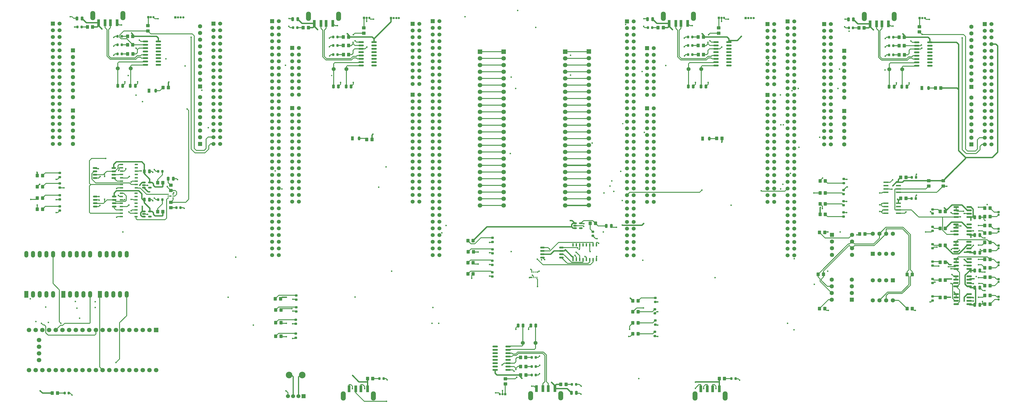
<source format=gbr>
%TF.GenerationSoftware,KiCad,Pcbnew,9.0.2+dfsg-1*%
%TF.CreationDate,2025-07-08T19:26:09-07:00*%
%TF.ProjectId,signalmesh,7369676e-616c-46d6-9573-682e6b696361,rev?*%
%TF.SameCoordinates,Original*%
%TF.FileFunction,Copper,L1,Top*%
%TF.FilePolarity,Positive*%
%FSLAX46Y46*%
G04 Gerber Fmt 4.6, Leading zero omitted, Abs format (unit mm)*
G04 Created by KiCad (PCBNEW 9.0.2+dfsg-1) date 2025-07-08 19:26:09*
%MOMM*%
%LPD*%
G01*
G04 APERTURE LIST*
G04 Aperture macros list*
%AMRoundRect*
0 Rectangle with rounded corners*
0 $1 Rounding radius*
0 $2 $3 $4 $5 $6 $7 $8 $9 X,Y pos of 4 corners*
0 Add a 4 corners polygon primitive as box body*
4,1,4,$2,$3,$4,$5,$6,$7,$8,$9,$2,$3,0*
0 Add four circle primitives for the rounded corners*
1,1,$1+$1,$2,$3*
1,1,$1+$1,$4,$5*
1,1,$1+$1,$6,$7*
1,1,$1+$1,$8,$9*
0 Add four rect primitives between the rounded corners*
20,1,$1+$1,$2,$3,$4,$5,0*
20,1,$1+$1,$4,$5,$6,$7,0*
20,1,$1+$1,$6,$7,$8,$9,0*
20,1,$1+$1,$8,$9,$2,$3,0*%
G04 Aperture macros list end*
%TA.AperFunction,SMDPad,CuDef*%
%ADD10RoundRect,0.250000X0.350000X0.450000X-0.350000X0.450000X-0.350000X-0.450000X0.350000X-0.450000X0*%
%TD*%
%TA.AperFunction,SMDPad,CuDef*%
%ADD11RoundRect,0.218750X0.256250X-0.218750X0.256250X0.218750X-0.256250X0.218750X-0.256250X-0.218750X0*%
%TD*%
%TA.AperFunction,SMDPad,CuDef*%
%ADD12RoundRect,0.218750X-0.218750X-0.256250X0.218750X-0.256250X0.218750X0.256250X-0.218750X0.256250X0*%
%TD*%
%TA.AperFunction,ComponentPad*%
%ADD13R,0.850000X0.850000*%
%TD*%
%TA.AperFunction,ComponentPad*%
%ADD14C,0.850000*%
%TD*%
%TA.AperFunction,ComponentPad*%
%ADD15R,1.524000X2.524000*%
%TD*%
%TA.AperFunction,ComponentPad*%
%ADD16O,1.524000X2.524000*%
%TD*%
%TA.AperFunction,SMDPad,CuDef*%
%ADD17RoundRect,0.150000X-0.825000X-0.150000X0.825000X-0.150000X0.825000X0.150000X-0.825000X0.150000X0*%
%TD*%
%TA.AperFunction,ComponentPad*%
%ADD18C,1.500000*%
%TD*%
%TA.AperFunction,SMDPad,CuDef*%
%ADD19RoundRect,0.250000X-0.350000X-0.450000X0.350000X-0.450000X0.350000X0.450000X-0.350000X0.450000X0*%
%TD*%
%TA.AperFunction,SMDPad,CuDef*%
%ADD20RoundRect,0.250000X0.450000X-0.350000X0.450000X0.350000X-0.450000X0.350000X-0.450000X-0.350000X0*%
%TD*%
%TA.AperFunction,SMDPad,CuDef*%
%ADD21RoundRect,0.250000X-0.250000X-0.475000X0.250000X-0.475000X0.250000X0.475000X-0.250000X0.475000X0*%
%TD*%
%TA.AperFunction,SMDPad,CuDef*%
%ADD22R,1.100000X2.500000*%
%TD*%
%TA.AperFunction,HeatsinkPad*%
%ADD23O,1.900000X3.500000*%
%TD*%
%TA.AperFunction,SMDPad,CuDef*%
%ADD24RoundRect,0.250000X-0.450000X0.350000X-0.450000X-0.350000X0.450000X-0.350000X0.450000X0.350000X0*%
%TD*%
%TA.AperFunction,ComponentPad*%
%ADD25RoundRect,0.250000X0.550000X0.550000X-0.550000X0.550000X-0.550000X-0.550000X0.550000X-0.550000X0*%
%TD*%
%TA.AperFunction,ComponentPad*%
%ADD26C,1.600000*%
%TD*%
%TA.AperFunction,SMDPad,CuDef*%
%ADD27RoundRect,0.250000X0.250000X0.475000X-0.250000X0.475000X-0.250000X-0.475000X0.250000X-0.475000X0*%
%TD*%
%TA.AperFunction,SMDPad,CuDef*%
%ADD28RoundRect,0.218750X-0.256250X0.218750X-0.256250X-0.218750X0.256250X-0.218750X0.256250X0.218750X0*%
%TD*%
%TA.AperFunction,SMDPad,CuDef*%
%ADD29RoundRect,0.218750X0.218750X0.256250X-0.218750X0.256250X-0.218750X-0.256250X0.218750X-0.256250X0*%
%TD*%
%TA.AperFunction,ComponentPad*%
%ADD30R,1.508000X1.508000*%
%TD*%
%TA.AperFunction,ComponentPad*%
%ADD31C,1.508000*%
%TD*%
%TA.AperFunction,SMDPad,CuDef*%
%ADD32R,0.350000X0.500000*%
%TD*%
%TA.AperFunction,ComponentPad*%
%ADD33C,2.500000*%
%TD*%
%TA.AperFunction,ComponentPad*%
%ADD34R,1.524000X1.524000*%
%TD*%
%TA.AperFunction,ComponentPad*%
%ADD35C,1.524000*%
%TD*%
%TA.AperFunction,ComponentPad*%
%ADD36R,1.700000X1.700000*%
%TD*%
%TA.AperFunction,ComponentPad*%
%ADD37C,1.700000*%
%TD*%
%TA.AperFunction,SMDPad,CuDef*%
%ADD38RoundRect,0.150000X-0.512500X-0.150000X0.512500X-0.150000X0.512500X0.150000X-0.512500X0.150000X0*%
%TD*%
%TA.AperFunction,ComponentPad*%
%ADD39R,1.050000X1.500000*%
%TD*%
%TA.AperFunction,ComponentPad*%
%ADD40O,1.050000X1.500000*%
%TD*%
%TA.AperFunction,SMDPad,CuDef*%
%ADD41RoundRect,0.162500X-0.650000X-0.162500X0.650000X-0.162500X0.650000X0.162500X-0.650000X0.162500X0*%
%TD*%
%TA.AperFunction,ComponentPad*%
%ADD42RoundRect,0.250000X-0.550000X-0.550000X0.550000X-0.550000X0.550000X0.550000X-0.550000X0.550000X0*%
%TD*%
%TA.AperFunction,ComponentPad*%
%ADD43R,1.605000X1.605000*%
%TD*%
%TA.AperFunction,ComponentPad*%
%ADD44C,1.605000*%
%TD*%
%TA.AperFunction,ComponentPad*%
%ADD45R,1.530000X1.530000*%
%TD*%
%TA.AperFunction,ComponentPad*%
%ADD46C,1.530000*%
%TD*%
%TA.AperFunction,SMDPad,CuDef*%
%ADD47RoundRect,0.150000X0.825000X0.150000X-0.825000X0.150000X-0.825000X-0.150000X0.825000X-0.150000X0*%
%TD*%
%TA.AperFunction,SMDPad,CuDef*%
%ADD48R,0.600000X1.200000*%
%TD*%
%TA.AperFunction,ComponentPad*%
%ADD49RoundRect,0.250000X-0.550000X0.550000X-0.550000X-0.550000X0.550000X-0.550000X0.550000X0.550000X0*%
%TD*%
%TA.AperFunction,SMDPad,CuDef*%
%ADD50R,1.981200X0.558800*%
%TD*%
%TA.AperFunction,SMDPad,CuDef*%
%ADD51R,1.200000X0.600000*%
%TD*%
%TA.AperFunction,ComponentPad*%
%ADD52RoundRect,0.250000X0.550000X-0.550000X0.550000X0.550000X-0.550000X0.550000X-0.550000X-0.550000X0*%
%TD*%
%TA.AperFunction,SMDPad,CuDef*%
%ADD53R,0.500000X0.400000*%
%TD*%
%TA.AperFunction,ViaPad*%
%ADD54C,0.600000*%
%TD*%
%TA.AperFunction,ViaPad*%
%ADD55C,0.500000*%
%TD*%
%TA.AperFunction,Conductor*%
%ADD56C,0.300000*%
%TD*%
%TA.AperFunction,Conductor*%
%ADD57C,0.500000*%
%TD*%
%TA.AperFunction,Conductor*%
%ADD58C,0.400000*%
%TD*%
%TA.AperFunction,Conductor*%
%ADD59C,0.349800*%
%TD*%
G04 APERTURE END LIST*
D10*
%TO.P,R96,1*%
%TO.N,/DSM_DBG_TX*%
X445500000Y-45400000D03*
%TO.P,R96,2*%
%TO.N,Net-(D66-A)*%
X443500000Y-45400000D03*
%TD*%
D11*
%TO.P,D12,1,K*%
%TO.N,GND*%
X365400000Y-124434200D03*
%TO.P,D12,2,A*%
%TO.N,Net-(D12-A)*%
X365400000Y-122859200D03*
%TD*%
D12*
%TO.P,D60,1,K*%
%TO.N,GND*%
X289762500Y-38650000D03*
%TO.P,D60,2,A*%
%TO.N,Net-(D60-A)*%
X291337500Y-38650000D03*
%TD*%
D13*
%TO.P,J15,1,Pin_1*%
%TO.N,Net-(J15-Pin_1)*%
X557555000Y-140920000D03*
D14*
%TO.P,J15,2,Pin_2*%
X557555000Y-141920000D03*
%TD*%
D15*
%TO.P,U18,1,E*%
%TO.N,Net-(U18-E)*%
X216420000Y-139963000D03*
D16*
%TO.P,U18,2,D*%
%TO.N,Net-(U18-D)*%
X218960000Y-139963000D03*
%TO.P,U18,3,CC*%
%TO.N,GND*%
X221500000Y-139963000D03*
%TO.P,U18,4,C*%
%TO.N,Net-(U18-C)*%
X224040000Y-139963000D03*
%TO.P,U18,5,DP*%
%TO.N,Net-(U18-DP)*%
X226580000Y-139963000D03*
%TO.P,U18,6,B*%
%TO.N,Net-(U18-B)*%
X226580000Y-124723000D03*
%TO.P,U18,7,A*%
%TO.N,Net-(U18-A)*%
X224040000Y-124723000D03*
%TO.P,U18,8,CC*%
%TO.N,GND*%
X221500000Y-124723000D03*
%TO.P,U18,9,F*%
%TO.N,Net-(U18-F)*%
X218960000Y-124723000D03*
%TO.P,U18,10,G*%
%TO.N,Net-(U18-G)*%
X216420000Y-124723000D03*
%TD*%
D17*
%TO.P,U39,1,GND*%
%TO.N,GND*%
X450250000Y-44150000D03*
%TO.P,U39,2,TXD*%
%TO.N,/DSM_DBG_TX*%
X450250000Y-45420000D03*
%TO.P,U39,3,RXD*%
%TO.N,/DSM_DBG_RX*%
X450250000Y-46690000D03*
%TO.P,U39,4,V3*%
%TO.N,unconnected-(U39-V3-Pad4)*%
X450250000Y-47960000D03*
%TO.P,U39,5,UD+*%
%TO.N,/USB_debug_DSM/D+*%
X450250000Y-49230000D03*
%TO.P,U39,6,UD-*%
%TO.N,/USB_debug_DSM/D-*%
X450250000Y-50500000D03*
%TO.P,U39,7,XI*%
%TO.N,Net-(U39-XI)*%
X450250000Y-51770000D03*
%TO.P,U39,8,XO*%
%TO.N,Net-(U39-XO)*%
X450250000Y-53040000D03*
%TO.P,U39,9,~{CTS}*%
%TO.N,unconnected-(U39-~{CTS}-Pad9)*%
X455200000Y-53040000D03*
%TO.P,U39,10,~{DSR}*%
%TO.N,unconnected-(U39-~{DSR}-Pad10)*%
X455200000Y-51770000D03*
%TO.P,U39,11,~{RI}*%
%TO.N,unconnected-(U39-~{RI}-Pad11)*%
X455200000Y-50500000D03*
%TO.P,U39,12,~{DCD}*%
%TO.N,unconnected-(U39-~{DCD}-Pad12)*%
X455200000Y-49230000D03*
%TO.P,U39,13,~{DTR}*%
%TO.N,unconnected-(U39-~{DTR}-Pad13)*%
X455200000Y-47960000D03*
%TO.P,U39,14,~{RTS}*%
%TO.N,unconnected-(U39-~{RTS}-Pad14)*%
X455200000Y-46690000D03*
%TO.P,U39,15,R232*%
%TO.N,unconnected-(U39-R232-Pad15)*%
X455200000Y-45420000D03*
%TO.P,U39,16,VCC*%
%TO.N,DSM_VDD*%
X455200000Y-44150000D03*
%TD*%
D18*
%TO.P,Y9,1,1*%
%TO.N,Net-(U40-XI)*%
X223210000Y-54144900D03*
%TO.P,Y9,2,2*%
%TO.N,Net-(U40-XO)*%
X228090000Y-54144900D03*
%TD*%
D10*
%TO.P,R48,1*%
%TO.N,Net-(D30-A)*%
X194643800Y-103362500D03*
%TO.P,R48,2*%
%TO.N,/UUM/UUM_LED_WARN*%
X192643800Y-103362500D03*
%TD*%
D11*
%TO.P,D29,1,K*%
%TO.N,GND*%
X201143800Y-108150000D03*
%TO.P,D29,2,A*%
%TO.N,Net-(D29-A)*%
X201143800Y-106575000D03*
%TD*%
%TO.P,D18,1,K*%
%TO.N,GND*%
X290950000Y-146487500D03*
%TO.P,D18,2,A*%
%TO.N,Net-(D18-A)*%
X290950000Y-144912500D03*
%TD*%
D19*
%TO.P,R3,1*%
%TO.N,GND*%
X552310000Y-143720000D03*
%TO.P,R3,2*%
%TO.N,Net-(J15-Pin_1)*%
X554310000Y-143720000D03*
%TD*%
%TO.P,R82,1*%
%TO.N,/ACM_DBG_RX*%
X376061700Y-163947700D03*
%TO.P,R82,2*%
%TO.N,Net-(D54-A)*%
X378061700Y-163947700D03*
%TD*%
D20*
%TO.P,R42,1*%
%TO.N,UUM_3v3*%
X243305000Y-100500000D03*
%TO.P,R42,2*%
%TO.N,Net-(C10-Pad1)*%
X243305000Y-98500000D03*
%TD*%
D21*
%TO.P,C8,1*%
%TO.N,Net-(U22-VOUT)*%
X233300000Y-104000000D03*
%TO.P,C8,2*%
%TO.N,GND*%
X235200000Y-104000000D03*
%TD*%
D19*
%TO.P,R55,1*%
%TO.N,Net-(U9A-PB0)*%
X317690000Y-81126000D03*
%TO.P,R55,2*%
%TO.N,TDM_VDD*%
X319690000Y-81126000D03*
%TD*%
D22*
%TO.P,J25,1,VBUS*%
%TO.N,ACM_VDD*%
X389100000Y-175750000D03*
%TO.P,J25,2,D-*%
%TO.N,/USB_debug_ACM/D-*%
X386600000Y-175750000D03*
%TO.P,J25,3,D+*%
%TO.N,/USB_debug_ACM/D+*%
X384600000Y-175750000D03*
%TO.P,J25,4,GND*%
%TO.N,GND*%
X382100000Y-175750000D03*
D23*
%TO.P,J25,5,Shield*%
%TO.N,unconnected-(J25-Shield-Pad5)_1*%
X391300000Y-178500000D03*
%TO.N,unconnected-(J25-Shield-Pad5)*%
X379900000Y-178500000D03*
%TD*%
D24*
%TO.P,R95,1*%
%TO.N,/USB_debug_DSM/DBG_TX*%
X451250000Y-38750000D03*
%TO.P,R95,2*%
%TO.N,/DSM_DBG_TX*%
X451250000Y-40750000D03*
%TD*%
%TO.P,R85,1*%
%TO.N,/USB_debug_TDM/DBG_TX*%
X527500000Y-38250000D03*
%TO.P,R85,2*%
%TO.N,/TDM_DBG_TX*%
X527500000Y-40250000D03*
%TD*%
D11*
%TO.P,D5,1,K*%
%TO.N,GND*%
X532486000Y-109262500D03*
%TO.P,D5,2,A*%
%TO.N,Net-(D5-A)*%
X532486000Y-107687500D03*
%TD*%
D19*
%TO.P,R57,1*%
%TO.N,Net-(U9A-PA4)*%
X240400000Y-61378000D03*
%TO.P,R57,2*%
%TO.N,TDM_VDD*%
X242400000Y-61378000D03*
%TD*%
D20*
%TO.P,R12,1*%
%TO.N,/TDM/TDM_I2C1_SDA*%
X536520000Y-98820000D03*
%TO.P,R12,2*%
%TO.N,TDM_VDD*%
X536520000Y-96820000D03*
%TD*%
D25*
%TO.P,U27,1,TXD*%
%TO.N,/UUM_CAN_RD*%
X501860000Y-142040000D03*
D26*
%TO.P,U27,2,VSS*%
%TO.N,GND*%
X501860000Y-139500000D03*
%TO.P,U27,3,VDD*%
%TO.N,UUM_VDD*%
X501860000Y-136960000D03*
%TO.P,U27,4,RXD*%
%TO.N,/UUM_CAN_TD*%
X501860000Y-134420000D03*
%TO.P,U27,5,Vref*%
%TO.N,unconnected-(U27-Vref-Pad5)*%
X494240000Y-134420000D03*
%TO.P,U27,6,CAN-*%
%TO.N,/CAN-*%
X494240000Y-136960000D03*
%TO.P,U27,7,CAN+*%
%TO.N,/CAN+*%
X494240000Y-139500000D03*
%TO.P,U27,8,Rs*%
%TO.N,Net-(U27-Rs)*%
X494240000Y-142040000D03*
%TD*%
D11*
%TO.P,D30,1,K*%
%TO.N,GND*%
X201143800Y-103900000D03*
%TO.P,D30,2,A*%
%TO.N,Net-(D30-A)*%
X201143800Y-102325000D03*
%TD*%
D19*
%TO.P,R88,1*%
%TO.N,Net-(D60-A)*%
X293550000Y-38650000D03*
%TO.P,R88,2*%
%TO.N,APM_VDD*%
X295550000Y-38650000D03*
%TD*%
D27*
%TO.P,C3,1*%
%TO.N,GND*%
X550412700Y-130924900D03*
%TO.P,C3,2*%
%TO.N,5V_TDM*%
X548512700Y-130924900D03*
%TD*%
D28*
%TO.P,D2,1,K*%
%TO.N,GND*%
X498670000Y-100332500D03*
%TO.P,D2,2,A*%
%TO.N,Net-(D2-A)*%
X498670000Y-101907500D03*
%TD*%
D11*
%TO.P,D24,1,K*%
%TO.N,GND*%
X427100000Y-147187500D03*
%TO.P,D24,2,A*%
%TO.N,Net-(D24-A)*%
X427100000Y-145612500D03*
%TD*%
D10*
%TO.P,R17,1*%
%TO.N,Net-(D2-A)*%
X491770000Y-101420000D03*
%TO.P,R17,2*%
%TO.N,/TDM/TDM_LED_WARN*%
X489770000Y-101420000D03*
%TD*%
%TO.P,R6,1*%
%TO.N,Net-(D22-A)*%
X420700000Y-155000000D03*
%TO.P,R6,2*%
%TO.N,/DSM/DSM_LED_OK*%
X418700000Y-155000000D03*
%TD*%
D19*
%TO.P,R76,1*%
%TO.N,Net-(U31-Rs)*%
X522810000Y-145420000D03*
%TO.P,R76,2*%
%TO.N,GND*%
X524810000Y-145420000D03*
%TD*%
%TO.P,R73,1*%
%TO.N,Net-(U27-Rs)*%
X489560000Y-145420000D03*
%TO.P,R73,2*%
%TO.N,GND*%
X491560000Y-145420000D03*
%TD*%
D10*
%TO.P,R16,1*%
%TO.N,Net-(D1-A)*%
X491770000Y-96920000D03*
%TO.P,R16,2*%
%TO.N,/TDM/TDM_LED_OK*%
X489770000Y-96920000D03*
%TD*%
D12*
%TO.P,D25,1,K*%
%TO.N,GND*%
X238517500Y-104000000D03*
%TO.P,D25,2,A*%
%TO.N,Net-(D25-A)*%
X240092500Y-104000000D03*
%TD*%
D11*
%TO.P,D23,1,K*%
%TO.N,GND*%
X427200000Y-151487500D03*
%TO.P,D23,2,A*%
%TO.N,Net-(D23-A)*%
X427200000Y-149912500D03*
%TD*%
D22*
%TO.P,J33,1,VBUS*%
%TO.N,UUM_VDD*%
X215900000Y-36794900D03*
%TO.P,J33,2,D-*%
%TO.N,/USB_debug_UUM/D-*%
X218400000Y-36794900D03*
%TO.P,J33,3,D+*%
%TO.N,/USB_debug_UUM/D+*%
X220400000Y-36794900D03*
%TO.P,J33,4,GND*%
%TO.N,GND*%
X222900000Y-36794900D03*
D23*
%TO.P,J33,5,Shield*%
%TO.N,unconnected-(J33-Shield-Pad5)_1*%
X213700000Y-34044900D03*
%TO.N,unconnected-(J33-Shield-Pad5)*%
X225100000Y-34044900D03*
%TD*%
D11*
%TO.P,D22,1,K*%
%TO.N,GND*%
X427100000Y-155787500D03*
%TO.P,D22,2,A*%
%TO.N,Net-(D22-A)*%
X427100000Y-154212500D03*
%TD*%
D19*
%TO.P,R54,1*%
%TO.N,Net-(U9A-PC0{slash}PB8)*%
X450542000Y-80732000D03*
%TO.P,R54,2*%
%TO.N,TDM_VDD*%
X452542000Y-80732000D03*
%TD*%
%TO.P,R39,1*%
%TO.N,Net-(D16-A)*%
X283150000Y-155900000D03*
%TO.P,R39,2*%
%TO.N,/APM/APM_LED_OK*%
X285150000Y-155900000D03*
%TD*%
D29*
%TO.P,D52,1,K*%
%TO.N,GND*%
X526110000Y-103610000D03*
%TO.P,D52,2,A*%
%TO.N,Net-(D52-A)*%
X524535000Y-103610000D03*
%TD*%
D19*
%TO.P,R36,1*%
%TO.N,Net-(D13-A)*%
X356100000Y-127980000D03*
%TO.P,R36,2*%
%TO.N,/ACM/ACM_LED_WARN*%
X358100000Y-127980000D03*
%TD*%
D10*
%TO.P,R91,1*%
%TO.N,/APM_DBG_TX*%
X310800000Y-45400000D03*
%TO.P,R91,2*%
%TO.N,Net-(D62-A)*%
X308800000Y-45400000D03*
%TD*%
%TO.P,R102,1*%
%TO.N,/UUM_DBG_RX*%
X228938300Y-48597100D03*
%TO.P,R102,2*%
%TO.N,Net-(D71-A)*%
X226938300Y-48597100D03*
%TD*%
D19*
%TO.P,R98,1*%
%TO.N,Net-(D68-A)*%
X211650000Y-38394900D03*
%TO.P,R98,2*%
%TO.N,UUM_VDD*%
X213650000Y-38394900D03*
%TD*%
%TO.P,R44,1*%
%TO.N,/CAN+*%
X489060000Y-132320000D03*
%TO.P,R44,2*%
%TO.N,/CAN-*%
X491060000Y-132320000D03*
%TD*%
%TO.P,R94,1*%
%TO.N,Net-(D65-A)*%
X443500000Y-42150000D03*
%TO.P,R94,2*%
%TO.N,DSM_VDD*%
X445500000Y-42150000D03*
%TD*%
D17*
%TO.P,U38,1,GND*%
%TO.N,GND*%
X315550000Y-44150000D03*
%TO.P,U38,2,TXD*%
%TO.N,/APM_DBG_TX*%
X315550000Y-45420000D03*
%TO.P,U38,3,RXD*%
%TO.N,/APM_DBG_RX*%
X315550000Y-46690000D03*
%TO.P,U38,4,V3*%
%TO.N,unconnected-(U38-V3-Pad4)*%
X315550000Y-47960000D03*
%TO.P,U38,5,UD+*%
%TO.N,/USB_debug_APM/D+*%
X315550000Y-49230000D03*
%TO.P,U38,6,UD-*%
%TO.N,/USB_debug_APM/D-*%
X315550000Y-50500000D03*
%TO.P,U38,7,XI*%
%TO.N,Net-(U38-XI)*%
X315550000Y-51770000D03*
%TO.P,U38,8,XO*%
%TO.N,Net-(U38-XO)*%
X315550000Y-53040000D03*
%TO.P,U38,9,~{CTS}*%
%TO.N,unconnected-(U38-~{CTS}-Pad9)*%
X320500000Y-53040000D03*
%TO.P,U38,10,~{DSR}*%
%TO.N,unconnected-(U38-~{DSR}-Pad10)*%
X320500000Y-51770000D03*
%TO.P,U38,11,~{RI}*%
%TO.N,unconnected-(U38-~{RI}-Pad11)*%
X320500000Y-50500000D03*
%TO.P,U38,12,~{DCD}*%
%TO.N,unconnected-(U38-~{DCD}-Pad12)*%
X320500000Y-49230000D03*
%TO.P,U38,13,~{DTR}*%
%TO.N,unconnected-(U38-~{DTR}-Pad13)*%
X320500000Y-47960000D03*
%TO.P,U38,14,~{RTS}*%
%TO.N,unconnected-(U38-~{RTS}-Pad14)*%
X320500000Y-46690000D03*
%TO.P,U38,15,R232*%
%TO.N,unconnected-(U38-R232-Pad15)*%
X320500000Y-45420000D03*
%TO.P,U38,16,VCC*%
%TO.N,APM_VDD*%
X320500000Y-44150000D03*
%TD*%
D19*
%TO.P,R20,1*%
%TO.N,GND*%
X552310000Y-113775000D03*
%TO.P,R20,2*%
%TO.N,Net-(J6-Pin_1)*%
X554310000Y-113775000D03*
%TD*%
D21*
%TO.P,C35,1*%
%TO.N,GND*%
X207700000Y-35144900D03*
%TO.P,C35,2*%
%TO.N,UUM_VDD*%
X209600000Y-35144900D03*
%TD*%
D30*
%TO.P,U1,CN7_1*%
%TO.N,N/C*%
X335080000Y-37186000D03*
D31*
%TO.P,U1,CN7_2*%
X337620000Y-37186000D03*
%TO.P,U1,CN7_3*%
X335080000Y-39726000D03*
%TO.P,U1,CN7_4*%
X337620000Y-39726000D03*
%TO.P,U1,CN7_5*%
X335080000Y-42266000D03*
%TO.P,U1,CN7_6*%
X337620000Y-42266000D03*
%TO.P,U1,CN7_7*%
X335080000Y-44806000D03*
%TO.P,U1,CN7_8*%
X337620000Y-44806000D03*
%TO.P,U1,CN7_9*%
X335080000Y-47346000D03*
%TO.P,U1,CN7_10*%
X337620000Y-47346000D03*
%TO.P,U1,CN7_11*%
X335080000Y-49886000D03*
%TO.P,U1,CN7_12*%
X337620000Y-49886000D03*
%TO.P,U1,CN7_13*%
X335080000Y-52426000D03*
%TO.P,U1,CN7_14*%
X337620000Y-52426000D03*
%TO.P,U1,CN7_15*%
X335080000Y-54966000D03*
%TO.P,U1,CN7_16*%
X337620000Y-54966000D03*
%TO.P,U1,CN7_17*%
X335080000Y-57506000D03*
%TO.P,U1,CN7_18*%
X337620000Y-57506000D03*
%TO.P,U1,CN7_19*%
X335080000Y-60046000D03*
%TO.P,U1,CN7_20*%
X337620000Y-60046000D03*
D30*
%TO.P,U1,CN8_1*%
X289360000Y-46330000D03*
D31*
%TO.P,U1,CN8_2*%
X291900000Y-46330000D03*
%TO.P,U1,CN8_3*%
X289360000Y-48870000D03*
%TO.P,U1,CN8_4*%
X291900000Y-48870000D03*
%TO.P,U1,CN8_5*%
X289360000Y-51410000D03*
%TO.P,U1,CN8_6*%
X291900000Y-51410000D03*
%TO.P,U1,CN8_7*%
X289360000Y-53950000D03*
%TO.P,U1,CN8_8*%
X291900000Y-53950000D03*
%TO.P,U1,CN8_9*%
X289360000Y-56490000D03*
%TO.P,U1,CN8_10*%
X291900000Y-56490000D03*
%TO.P,U1,CN8_11*%
X289360000Y-59030000D03*
%TO.P,U1,CN8_12*%
X291900000Y-59030000D03*
%TO.P,U1,CN8_13*%
X289360000Y-61570000D03*
%TO.P,U1,CN8_14*%
X291900000Y-61570000D03*
%TO.P,U1,CN8_15*%
X289360000Y-64110000D03*
%TO.P,U1,CN8_16*%
X291900000Y-64110000D03*
D30*
%TO.P,U1,CN9_1*%
X289360000Y-69190000D03*
D31*
%TO.P,U1,CN9_2*%
X291900000Y-69190000D03*
%TO.P,U1,CN9_3*%
X289360000Y-71730000D03*
%TO.P,U1,CN9_4*%
X291900000Y-71730000D03*
%TO.P,U1,CN9_5*%
X289360000Y-74270000D03*
%TO.P,U1,CN9_6*%
X291900000Y-74270000D03*
%TO.P,U1,CN9_7*%
X289360000Y-76810000D03*
%TO.P,U1,CN9_8*%
X291900000Y-76810000D03*
%TO.P,U1,CN9_9*%
X289360000Y-79350000D03*
%TO.P,U1,CN9_10*%
X291900000Y-79350000D03*
%TO.P,U1,CN9_11*%
X289360000Y-81890000D03*
%TO.P,U1,CN9_12*%
X291900000Y-81890000D03*
%TO.P,U1,CN9_13*%
X289360000Y-84430000D03*
%TO.P,U1,CN9_14*%
X291900000Y-84430000D03*
%TO.P,U1,CN9_15*%
X289360000Y-86970000D03*
%TO.P,U1,CN9_16*%
X291900000Y-86970000D03*
%TO.P,U1,CN9_17*%
X289360000Y-89510000D03*
%TO.P,U1,CN9_18*%
X291900000Y-89510000D03*
%TO.P,U1,CN9_19*%
X289360000Y-92050000D03*
%TO.P,U1,CN9_20*%
X291900000Y-92050000D03*
%TO.P,U1,CN9_21*%
X289360000Y-94590000D03*
%TO.P,U1,CN9_22*%
X291900000Y-94590000D03*
%TO.P,U1,CN9_23*%
X289360000Y-97130000D03*
%TO.P,U1,CN9_24*%
X291900000Y-97130000D03*
%TO.P,U1,CN9_25*%
X289360000Y-99670000D03*
%TO.P,U1,CN9_26*%
X291900000Y-99670000D03*
%TO.P,U1,CN9_27*%
X289360000Y-102210000D03*
%TO.P,U1,CN9_28*%
X291900000Y-102210000D03*
%TO.P,U1,CN9_29*%
X289360000Y-104750000D03*
%TO.P,U1,CN9_30*%
X291900000Y-104750000D03*
D30*
%TO.P,U1,CN10_1*%
X335080000Y-64110000D03*
D31*
%TO.P,U1,CN10_2*%
X337620000Y-64110000D03*
%TO.P,U1,CN10_3*%
X335080000Y-66650000D03*
%TO.P,U1,CN10_4*%
X337620000Y-66650000D03*
%TO.P,U1,CN10_5*%
X335080000Y-69190000D03*
%TO.P,U1,CN10_6*%
X337620000Y-69190000D03*
%TO.P,U1,CN10_7*%
X335080000Y-71730000D03*
%TO.P,U1,CN10_8*%
X337620000Y-71730000D03*
%TO.P,U1,CN10_9*%
X335080000Y-74270000D03*
%TO.P,U1,CN10_10*%
X337620000Y-74270000D03*
%TO.P,U1,CN10_11*%
X335080000Y-76810000D03*
%TO.P,U1,CN10_12*%
X337620000Y-76810000D03*
%TO.P,U1,CN10_13*%
X335080000Y-79350000D03*
%TO.P,U1,CN10_14*%
X337620000Y-79350000D03*
%TO.P,U1,CN10_15*%
X335080000Y-81890000D03*
%TO.P,U1,CN10_16*%
X337620000Y-81890000D03*
%TO.P,U1,CN10_17*%
X335080000Y-84430000D03*
%TO.P,U1,CN10_18*%
X337620000Y-84430000D03*
%TO.P,U1,CN10_19*%
X335080000Y-86970000D03*
%TO.P,U1,CN10_20*%
X337620000Y-86970000D03*
%TO.P,U1,CN10_21*%
X335080000Y-89510000D03*
%TO.P,U1,CN10_22*%
X337620000Y-89510000D03*
%TO.P,U1,CN10_23*%
X335080000Y-92050000D03*
%TO.P,U1,CN10_24*%
X337620000Y-92050000D03*
%TO.P,U1,CN10_25*%
X335080000Y-94590000D03*
%TO.P,U1,CN10_26*%
X337620000Y-94590000D03*
%TO.P,U1,CN10_27*%
X335080000Y-97130000D03*
%TO.P,U1,CN10_28*%
X337620000Y-97130000D03*
%TO.P,U1,CN10_29*%
X335080000Y-99670000D03*
%TO.P,U1,CN10_30*%
X337620000Y-99670000D03*
%TO.P,U1,CN10_31*%
X335080000Y-102210000D03*
%TO.P,U1,CN10_32*%
X337620000Y-102210000D03*
%TO.P,U1,CN10_33*%
X335080000Y-104750000D03*
%TO.P,U1,CN10_34*%
X337620000Y-104750000D03*
D30*
%TO.P,U1,CN11_1,PC10*%
%TO.N,/ACM_CMD_TX*%
X281740000Y-36170000D03*
D31*
%TO.P,U1,CN11_2,PC11*%
%TO.N,/ACM_CMD_RX*%
X284280000Y-36170000D03*
%TO.P,U1,CN11_3,PC12*%
%TO.N,/APM_DBG_TX*%
X281740000Y-38710000D03*
%TO.P,U1,CN11_4,PD2*%
%TO.N,/APM_DBG_RX*%
X284280000Y-38710000D03*
%TO.P,U1,CN11_5,3V3_VDD*%
%TO.N,unconnected-(U1A-3V3_VDD-PadCN11_5)*%
X281740000Y-41250000D03*
%TO.P,U1,CN11_6,5V_EXT*%
%TO.N,unconnected-(U1A-5V_EXT-PadCN11_6)*%
X284280000Y-41250000D03*
%TO.P,U1,CN11_7,BOOT0*%
%TO.N,unconnected-(U1A-BOOT0-PadCN11_7)*%
X281740000Y-43790000D03*
%TO.P,U1,CN11_8,GND_CN11*%
%TO.N,GND*%
X284280000Y-43790000D03*
%TO.P,U1,CN11_9,PF6*%
%TO.N,unconnected-(U1A-PF6-PadCN11_9)*%
X281740000Y-46330000D03*
%TO.P,U1,CN11_10,NC*%
%TO.N,unconnected-(U1A-NC-PadCN11_10)*%
X284280000Y-46330000D03*
%TO.P,U1,CN11_11,PF7*%
%TO.N,unconnected-(U1A-PF7-PadCN11_11)*%
X281740000Y-48870000D03*
%TO.P,U1,CN11_12,IOREF*%
%TO.N,unconnected-(U1A-IOREF-PadCN11_12)*%
X284280000Y-48870000D03*
%TO.P,U1,CN11_13,PA13*%
%TO.N,unconnected-(U1A-PA13-PadCN11_13)*%
X281740000Y-51410000D03*
%TO.P,U1,CN11_14,NRST*%
%TO.N,unconnected-(U1A-NRST-PadCN11_14)*%
X284280000Y-51410000D03*
%TO.P,U1,CN11_15,PA14*%
%TO.N,unconnected-(U1A-PA14-PadCN11_15)*%
X281740000Y-53950000D03*
%TO.P,U1,CN11_16,3V3*%
%TO.N,unconnected-(U1A-3V3-PadCN11_16)*%
X284280000Y-53950000D03*
%TO.P,U1,CN11_17,PA15*%
%TO.N,unconnected-(U1A-PA15-PadCN11_17)*%
X281740000Y-56490000D03*
%TO.P,U1,CN11_18,5V*%
%TO.N,APM_VDD*%
X284280000Y-56490000D03*
%TO.P,U1,CN11_19,GND_CN11*%
%TO.N,GND*%
X281740000Y-59030000D03*
%TO.P,U1,CN11_20,GND_CN11*%
X284280000Y-59030000D03*
%TO.P,U1,CN11_21,PB7*%
%TO.N,unconnected-(U1A-PB7-PadCN11_21)*%
X281740000Y-61570000D03*
%TO.P,U1,CN11_22,GND_CN11*%
%TO.N,GND*%
X284280000Y-61570000D03*
%TO.P,U1,CN11_23,PC13*%
%TO.N,unconnected-(U1A-PC13-PadCN11_23)*%
X281740000Y-64110000D03*
%TO.P,U1,CN11_24,VIN*%
%TO.N,unconnected-(U1A-VIN-PadCN11_24)*%
X284280000Y-64110000D03*
%TO.P,U1,CN11_25,PC14*%
%TO.N,unconnected-(U1A-PC14-PadCN11_25)*%
X281740000Y-66650000D03*
%TO.P,U1,CN11_26,NC*%
%TO.N,unconnected-(U1A-NC-PadCN11_26)*%
X284280000Y-66650000D03*
%TO.P,U1,CN11_27,PC15*%
%TO.N,unconnected-(U1A-PC15-PadCN11_27)*%
X281740000Y-69190000D03*
%TO.P,U1,CN11_28,PA0*%
%TO.N,unconnected-(U1A-PA0-PadCN11_28)*%
X284280000Y-69190000D03*
%TO.P,U1,CN11_29,PH0*%
%TO.N,unconnected-(U1A-PH0-PadCN11_29)*%
X281740000Y-71730000D03*
%TO.P,U1,CN11_30,PA1*%
%TO.N,unconnected-(U1A-PA1-PadCN11_30)*%
X284280000Y-71730000D03*
%TO.P,U1,CN11_31,PH1*%
%TO.N,unconnected-(U1A-PH1-PadCN11_31)*%
X281740000Y-74270000D03*
%TO.P,U1,CN11_32,PA4*%
%TO.N,/DAC_R*%
X284280000Y-74270000D03*
%TO.P,U1,CN11_33,VBAT*%
%TO.N,unconnected-(U1A-VBAT-PadCN11_33)*%
X281740000Y-76810000D03*
%TO.P,U1,CN11_34,PB0*%
%TO.N,unconnected-(U1A-PB0-PadCN11_34)*%
X284280000Y-76810000D03*
%TO.P,U1,CN11_35,PC2*%
%TO.N,unconnected-(U1A-PC2-PadCN11_35)*%
X281740000Y-79350000D03*
%TO.P,U1,CN11_36,PC1*%
%TO.N,unconnected-(U1A-PC1-PadCN11_36)*%
X284280000Y-79350000D03*
%TO.P,U1,CN11_37,PC3*%
%TO.N,unconnected-(U1A-PC3-PadCN11_37)*%
X281740000Y-81890000D03*
%TO.P,U1,CN11_38,PC0*%
%TO.N,unconnected-(U1A-PC0-PadCN11_38)*%
X284280000Y-81890000D03*
%TO.P,U1,CN11_39,PD4*%
%TO.N,unconnected-(U1A-PD4-PadCN11_39)*%
X281740000Y-84430000D03*
%TO.P,U1,CN11_40,PD3*%
%TO.N,unconnected-(U1A-PD3-PadCN11_40)*%
X284280000Y-84430000D03*
%TO.P,U1,CN11_41,PD5*%
%TO.N,unconnected-(U1A-PD5-PadCN11_41)*%
X281740000Y-86970000D03*
%TO.P,U1,CN11_42,PG2*%
%TO.N,unconnected-(U1A-PG2-PadCN11_42)*%
X284280000Y-86970000D03*
%TO.P,U1,CN11_43,PD6*%
%TO.N,unconnected-(U1A-PD6-PadCN11_43)*%
X281740000Y-89510000D03*
%TO.P,U1,CN11_44,PG3*%
%TO.N,unconnected-(U1A-PG3-PadCN11_44)*%
X284280000Y-89510000D03*
%TO.P,U1,CN11_45,PD7*%
%TO.N,unconnected-(U1A-PD7-PadCN11_45)*%
X281740000Y-92050000D03*
%TO.P,U1,CN11_46,PE2*%
%TO.N,unconnected-(U1A-PE2-PadCN11_46)*%
X284280000Y-92050000D03*
%TO.P,U1,CN11_47,PE3*%
%TO.N,/ISR0*%
X281740000Y-94590000D03*
%TO.P,U1,CN11_48,PE4*%
%TO.N,unconnected-(U1A-PE4-PadCN11_48)*%
X284280000Y-94590000D03*
%TO.P,U1,CN11_49,GND_CN11*%
%TO.N,GND*%
X281740000Y-97130000D03*
%TO.P,U1,CN11_50,PE5*%
%TO.N,unconnected-(U1A-PE5-PadCN11_50)*%
X284280000Y-97130000D03*
%TO.P,U1,CN11_51,PF1*%
%TO.N,/APM/APM_I2C1_SCL*%
X281740000Y-99670000D03*
%TO.P,U1,CN11_52,PF2*%
%TO.N,unconnected-(U1A-PF2-PadCN11_52)*%
X284280000Y-99670000D03*
%TO.P,U1,CN11_53,PF0*%
%TO.N,/APM/APM_I2C1_SDA*%
X281740000Y-102210000D03*
%TO.P,U1,CN11_54,PF8*%
%TO.N,unconnected-(U1A-PF8-PadCN11_54)*%
X284280000Y-102210000D03*
%TO.P,U1,CN11_55,PD1*%
%TO.N,unconnected-(U1A-PD1-PadCN11_55)*%
X281740000Y-104750000D03*
%TO.P,U1,CN11_56,PF9*%
%TO.N,unconnected-(U1A-PF9-PadCN11_56)*%
X284280000Y-104750000D03*
%TO.P,U1,CN11_57,PD0*%
%TO.N,unconnected-(U1A-PD0-PadCN11_57)*%
X281740000Y-107290000D03*
%TO.P,U1,CN11_58,PG1*%
%TO.N,unconnected-(U1A-PG1-PadCN11_58)*%
X284280000Y-107290000D03*
%TO.P,U1,CN11_59,PG0*%
%TO.N,unconnected-(U1A-PG0-PadCN11_59)*%
X281740000Y-109830000D03*
%TO.P,U1,CN11_60,GND_CN11*%
%TO.N,GND*%
X284280000Y-109830000D03*
%TO.P,U1,CN11_61,PE1*%
%TO.N,unconnected-(U1A-PE1-PadCN11_61)*%
X281740000Y-112370000D03*
%TO.P,U1,CN11_62,PE6*%
%TO.N,/IRQ0*%
X284280000Y-112370000D03*
%TO.P,U1,CN11_63,PG9*%
%TO.N,/APM/7SDD_CMD_RX*%
X281740000Y-114910000D03*
%TO.P,U1,CN11_64,PG15*%
%TO.N,unconnected-(U1A-PG15-PadCN11_64)*%
X284280000Y-114910000D03*
%TO.P,U1,CN11_65,PG12*%
%TO.N,unconnected-(U1A-PG12-PadCN11_65)*%
X281740000Y-117450000D03*
%TO.P,U1,CN11_66,PG10*%
%TO.N,unconnected-(U1A-PG10-PadCN11_66)*%
X284280000Y-117450000D03*
%TO.P,U1,CN11_67,NC*%
%TO.N,unconnected-(U1A-NC-PadCN11_67)*%
X281740000Y-119990000D03*
%TO.P,U1,CN11_68,PG13*%
%TO.N,unconnected-(U1A-PG13-PadCN11_68)*%
X284280000Y-119990000D03*
%TO.P,U1,CN11_69,PD9*%
%TO.N,unconnected-(U1A-PD9-PadCN11_69)*%
X281740000Y-122530000D03*
%TO.P,U1,CN11_70,PG11*%
%TO.N,unconnected-(U1A-PG11-PadCN11_70)*%
X284280000Y-122530000D03*
%TO.P,U1,CN11_71,GND_CN11*%
%TO.N,GND*%
X281740000Y-125070000D03*
%TO.P,U1,CN11_72,GND_CN11*%
X284280000Y-125070000D03*
D30*
%TO.P,U1,CN12_1,PC9*%
%TO.N,unconnected-(U1B-PC9-PadCN12_1)*%
X342700000Y-36190000D03*
D31*
%TO.P,U1,CN12_2,PC8*%
%TO.N,unconnected-(U1B-PC8-PadCN12_2)*%
X345240000Y-36190000D03*
%TO.P,U1,CN12_3,PB8*%
%TO.N,/APM_CAN_RD*%
X342700000Y-38730000D03*
%TO.P,U1,CN12_4,PC6*%
%TO.N,/APM/APM_LED_OK*%
X345240000Y-38730000D03*
%TO.P,U1,CN12_5,PB9*%
%TO.N,/APM_CAN_TD*%
X342700000Y-41270000D03*
%TO.P,U1,CN12_6,PC5*%
%TO.N,/APM/APM_LED_WARN*%
X345240000Y-41270000D03*
%TO.P,U1,CN12_7,VREFP*%
%TO.N,unconnected-(U1B-VREFP-PadCN12_7)*%
X342700000Y-43810000D03*
%TO.P,U1,CN12_8,5V_USB_STLK*%
%TO.N,unconnected-(U1B-5V_USB_STLK-PadCN12_8)*%
X345240000Y-43810000D03*
%TO.P,U1,CN12_9,GND_CN12*%
%TO.N,unconnected-(U1B-GND_CN12-PadCN12_20)_2*%
X342700000Y-46350000D03*
%TO.P,U1,CN12_10,PD8*%
%TO.N,unconnected-(U1B-PD8-PadCN12_10)*%
X345240000Y-46350000D03*
%TO.P,U1,CN12_11,PA5*%
%TO.N,/DAC_L*%
X342700000Y-48890000D03*
%TO.P,U1,CN12_12,PA12*%
%TO.N,/APM/APM_USB_D-*%
X345240000Y-48890000D03*
%TO.P,U1,CN12_13,PA6*%
%TO.N,unconnected-(U1B-PA6-PadCN12_13)*%
X342700000Y-51430000D03*
%TO.P,U1,CN12_14,PA11*%
%TO.N,/APM/APM_USB_D+*%
X345240000Y-51430000D03*
%TO.P,U1,CN12_15,PA7*%
%TO.N,unconnected-(U1B-PA7-PadCN12_15)*%
X342700000Y-53970000D03*
%TO.P,U1,CN12_16,PB12*%
%TO.N,unconnected-(U1B-PB12-PadCN12_16)*%
X345240000Y-53970000D03*
%TO.P,U1,CN12_17,PB6*%
%TO.N,unconnected-(U1B-PB6-PadCN12_17)*%
X342700000Y-56510000D03*
%TO.P,U1,CN12_18,PB11*%
%TO.N,unconnected-(U1B-PB11-PadCN12_18)*%
X345240000Y-56510000D03*
%TO.P,U1,CN12_19,PC7*%
%TO.N,unconnected-(U1B-PC7-PadCN12_19)*%
X342700000Y-59050000D03*
%TO.P,U1,CN12_20,GND_CN12*%
%TO.N,unconnected-(U1B-GND_CN12-PadCN12_20)_4*%
X345240000Y-59050000D03*
%TO.P,U1,CN12_21,PA9*%
%TO.N,unconnected-(U1B-PA9-PadCN12_21)*%
X342700000Y-61590000D03*
%TO.P,U1,CN12_22,PB2*%
%TO.N,unconnected-(U1B-PB2-PadCN12_22)*%
X345240000Y-61590000D03*
%TO.P,U1,CN12_23,PA8*%
%TO.N,unconnected-(U1B-PA8-PadCN12_23)*%
X342700000Y-64130000D03*
%TO.P,U1,CN12_24,PB1*%
%TO.N,unconnected-(U1B-PB1-PadCN12_24)*%
X345240000Y-64130000D03*
%TO.P,U1,CN12_25,PB10*%
%TO.N,unconnected-(U1B-PB10-PadCN12_25)*%
X342700000Y-66670000D03*
%TO.P,U1,CN12_26,PB15*%
%TO.N,unconnected-(U1B-PB15-PadCN12_26)*%
X345240000Y-66670000D03*
%TO.P,U1,CN12_27,PB4*%
%TO.N,unconnected-(U1B-PB4-PadCN12_27)*%
X342700000Y-69210000D03*
%TO.P,U1,CN12_28,PB14*%
%TO.N,unconnected-(U1B-PB14-PadCN12_28)*%
X345240000Y-69210000D03*
%TO.P,U1,CN12_29,PB5*%
%TO.N,unconnected-(U1B-PB5-PadCN12_29)*%
X342700000Y-71750000D03*
%TO.P,U1,CN12_30,PB13*%
%TO.N,unconnected-(U1B-PB13-PadCN12_30)*%
X345240000Y-71750000D03*
%TO.P,U1,CN12_31,PB3*%
%TO.N,unconnected-(U1B-PB3-PadCN12_31)*%
X342700000Y-74290000D03*
%TO.P,U1,CN12_32,AGND_CN12*%
%TO.N,unconnected-(U1B-AGND_CN12-PadCN12_32)*%
X345240000Y-74290000D03*
%TO.P,U1,CN12_33,PA10*%
%TO.N,unconnected-(U1B-PA10-PadCN12_33)*%
X342700000Y-76830000D03*
%TO.P,U1,CN12_34,PC4*%
%TO.N,/APM/APM_LED_FAIL*%
X345240000Y-76830000D03*
%TO.P,U1,CN12_35,PA2*%
%TO.N,unconnected-(U1B-PA2-PadCN12_35)*%
X342700000Y-79370000D03*
%TO.P,U1,CN12_36,PF5*%
%TO.N,unconnected-(U1B-PF5-PadCN12_36)*%
X345240000Y-79370000D03*
%TO.P,U1,CN12_37,PA3*%
%TO.N,unconnected-(U1B-PA3-PadCN12_37)*%
X342700000Y-81910000D03*
%TO.P,U1,CN12_38,PF4*%
%TO.N,unconnected-(U1B-PF4-PadCN12_38)*%
X345240000Y-81910000D03*
%TO.P,U1,CN12_39,GND_CN12*%
%TO.N,unconnected-(U1B-GND_CN12-PadCN12_20)_1*%
X342700000Y-84450000D03*
%TO.P,U1,CN12_40,PE8*%
%TO.N,unconnected-(U1B-PE8-PadCN12_40)*%
X345240000Y-84450000D03*
%TO.P,U1,CN12_41,PD13*%
%TO.N,unconnected-(U1B-PD13-PadCN12_41)*%
X342700000Y-86990000D03*
%TO.P,U1,CN12_42,PF10*%
%TO.N,unconnected-(U1B-PF10-PadCN12_42)*%
X345240000Y-86990000D03*
%TO.P,U1,CN12_43,PD12*%
%TO.N,unconnected-(U1B-PD12-PadCN12_43)*%
X342700000Y-89530000D03*
%TO.P,U1,CN12_44,PE7*%
%TO.N,unconnected-(U1B-PE7-PadCN12_44)*%
X345240000Y-89530000D03*
%TO.P,U1,CN12_45,PD11*%
%TO.N,unconnected-(U1B-PD11-PadCN12_45)*%
X342700000Y-92070000D03*
%TO.P,U1,CN12_46,PD14*%
%TO.N,unconnected-(U1B-PD14-PadCN12_46)*%
X345240000Y-92070000D03*
%TO.P,U1,CN12_47,PE10*%
%TO.N,unconnected-(U1B-PE10-PadCN12_47)*%
X342700000Y-94610000D03*
%TO.P,U1,CN12_48,PD15*%
%TO.N,unconnected-(U1B-PD15-PadCN12_48)*%
X345240000Y-94610000D03*
%TO.P,U1,CN12_49,PE12*%
%TO.N,unconnected-(U1B-PE12-PadCN12_49)*%
X342700000Y-97150000D03*
%TO.P,U1,CN12_50,PF14*%
%TO.N,unconnected-(U1B-PF14-PadCN12_50)*%
X345240000Y-97150000D03*
%TO.P,U1,CN12_51,PE14*%
%TO.N,unconnected-(U1B-PE14-PadCN12_51)*%
X342700000Y-99690000D03*
%TO.P,U1,CN12_52,PE9*%
%TO.N,unconnected-(U1B-PE9-PadCN12_52)*%
X345240000Y-99690000D03*
%TO.P,U1,CN12_53,PE15*%
%TO.N,unconnected-(U1B-PE15-PadCN12_53)*%
X342700000Y-102230000D03*
%TO.P,U1,CN12_54,GND_CN12*%
%TO.N,unconnected-(U1B-GND_CN12-PadCN12_20)*%
X345240000Y-102230000D03*
%TO.P,U1,CN12_55,PE13*%
%TO.N,unconnected-(U1B-PE13-PadCN12_55)*%
X342700000Y-104770000D03*
%TO.P,U1,CN12_56,PE11*%
%TO.N,unconnected-(U1B-PE11-PadCN12_56)*%
X345240000Y-104770000D03*
%TO.P,U1,CN12_57,PF13*%
%TO.N,unconnected-(U1B-PF13-PadCN12_57)*%
X342700000Y-107310000D03*
%TO.P,U1,CN12_58,PF3*%
%TO.N,unconnected-(U1B-PF3-PadCN12_58)*%
X345240000Y-107310000D03*
%TO.P,U1,CN12_59,PF12*%
%TO.N,unconnected-(U1B-PF12-PadCN12_59)*%
X342700000Y-109850000D03*
%TO.P,U1,CN12_60,PF15*%
%TO.N,unconnected-(U1B-PF15-PadCN12_60)*%
X345240000Y-109850000D03*
%TO.P,U1,CN12_61,PG14*%
%TO.N,/APM/7SDD_CMD_TX*%
X342700000Y-112390000D03*
%TO.P,U1,CN12_62,PF11*%
%TO.N,unconnected-(U1B-PF11-PadCN12_62)*%
X345240000Y-112390000D03*
%TO.P,U1,CN12_63,GND_CN12*%
%TO.N,unconnected-(U1B-GND_CN12-PadCN12_20)_3*%
X342700000Y-114930000D03*
%TO.P,U1,CN12_64,PE0*%
%TO.N,unconnected-(U1B-PE0-PadCN12_64)*%
X345240000Y-114930000D03*
%TO.P,U1,CN12_65,PD10*%
%TO.N,unconnected-(U1B-PD10-PadCN12_65)*%
X342700000Y-117470000D03*
%TO.P,U1,CN12_66,PG8*%
%TO.N,unconnected-(U1B-PG8-PadCN12_66)*%
X345240000Y-117470000D03*
%TO.P,U1,CN12_67,PG7*%
%TO.N,unconnected-(U1B-PG7-PadCN12_67)*%
X342700000Y-120010000D03*
%TO.P,U1,CN12_68,PG5*%
%TO.N,unconnected-(U1B-PG5-PadCN12_68)*%
X345240000Y-120010000D03*
%TO.P,U1,CN12_69,PG4*%
%TO.N,unconnected-(U1B-PG4-PadCN12_69)*%
X342700000Y-122550000D03*
%TO.P,U1,CN12_70,PG6*%
%TO.N,unconnected-(U1B-PG6-PadCN12_70)*%
X345240000Y-122550000D03*
%TO.P,U1,CN12_71,GND_CN12*%
%TO.N,unconnected-(U1B-GND_CN12-PadCN12_20)_6*%
X342700000Y-125090000D03*
%TO.P,U1,CN12_72,GND_CN12*%
%TO.N,unconnected-(U1B-GND_CN12-PadCN12_20)_5*%
X345240000Y-125090000D03*
%TD*%
D19*
%TO.P,R22,1*%
%TO.N,GND*%
X552310000Y-120275000D03*
%TO.P,R22,2*%
%TO.N,Net-(J7-Pin_1)*%
X554310000Y-120275000D03*
%TD*%
%TO.P,R2,1*%
%TO.N,Net-(D20-A)*%
X535330000Y-141120000D03*
%TO.P,R2,2*%
%TO.N,/TDM/7SDD_VDD*%
X537330000Y-141120000D03*
%TD*%
D32*
%TO.P,U6,1,GND*%
%TO.N,GND*%
X380300000Y-131480000D03*
%TO.P,U6,2,CSB*%
%TO.N,unconnected-(U6-CSB-Pad2)*%
X380950000Y-131480000D03*
%TO.P,U6,3,SDI*%
%TO.N,unconnected-(U6-SDI-Pad3)*%
X381600000Y-131480000D03*
%TO.P,U6,4,SCK*%
%TO.N,/TDM/TDM_I2C1_SCL*%
X382250000Y-131480000D03*
%TO.P,U6,5,SDO*%
%TO.N,/TDM/TDM_I2C1_SDA*%
X382250000Y-133530000D03*
%TO.P,U6,6,VDDIO*%
%TO.N,unconnected-(U6-VDDIO-Pad6)*%
X381600000Y-133530000D03*
%TO.P,U6,7,GND*%
%TO.N,GND*%
X380950000Y-133530000D03*
%TO.P,U6,8,VDD*%
%TO.N,TDM_VDD*%
X380300000Y-133530000D03*
%TD*%
D11*
%TO.P,D21,1,K*%
%TO.N,GND*%
X427200000Y-142887500D03*
%TO.P,D21,2,A*%
%TO.N,Net-(D21-A)*%
X427200000Y-141312500D03*
%TD*%
D19*
%TO.P,R84,1*%
%TO.N,Net-(D57-A)*%
X519750000Y-42250000D03*
%TO.P,R84,2*%
%TO.N,TDM_VDD*%
X521750000Y-42250000D03*
%TD*%
D12*
%TO.P,D62,1,K*%
%TO.N,GND*%
X305012500Y-45400000D03*
%TO.P,D62,2,A*%
%TO.N,Net-(D62-A)*%
X306587500Y-45400000D03*
%TD*%
D27*
%TO.P,C1,1*%
%TO.N,GND*%
X550412700Y-143915000D03*
%TO.P,C1,2*%
%TO.N,5V_TDM*%
X548512700Y-143915000D03*
%TD*%
D21*
%TO.P,C28,1*%
%TO.N,Net-(U37-XO)*%
X520800000Y-61100000D03*
%TO.P,C28,2*%
%TO.N,GND*%
X522700000Y-61100000D03*
%TD*%
D29*
%TO.P,D55,1,K*%
%TO.N,GND*%
X381887500Y-167400000D03*
%TO.P,D55,2,A*%
%TO.N,Net-(D55-A)*%
X380312500Y-167400000D03*
%TD*%
D27*
%TO.P,C5,1*%
%TO.N,GND*%
X550412700Y-117424900D03*
%TO.P,C5,2*%
%TO.N,5V_TDM*%
X548512700Y-117424900D03*
%TD*%
D19*
%TO.P,R74,1*%
%TO.N,Net-(U29-Rs)*%
X489560000Y-116420000D03*
%TO.P,R74,2*%
%TO.N,GND*%
X491560000Y-116420000D03*
%TD*%
D12*
%TO.P,D57,1,K*%
%TO.N,GND*%
X515962500Y-42250000D03*
%TO.P,D57,2,A*%
%TO.N,Net-(D57-A)*%
X517537500Y-42250000D03*
%TD*%
D33*
%TO.P,TP1,1,1*%
%TO.N,/DAC_L*%
X293200000Y-170600000D03*
%TD*%
D12*
%TO.P,D58,1,K*%
%TO.N,GND*%
X515962500Y-45500000D03*
%TO.P,D58,2,A*%
%TO.N,Net-(D58-A)*%
X517537500Y-45500000D03*
%TD*%
D34*
%TO.P,J12,1,Pin_1*%
%TO.N,unconnected-(J12-Pin_1-Pad1)*%
X293750000Y-178700000D03*
D35*
%TO.P,J12,2,Pin_2*%
%TO.N,/DAC_L*%
X291750000Y-178700000D03*
%TO.P,J12,3,Pin_3*%
%TO.N,/DAC_R*%
X289750000Y-178700000D03*
%TO.P,J12,4,Pin_4*%
%TO.N,GND*%
X287750000Y-178700000D03*
%TD*%
D36*
%TO.P,J9,1,Pin_1*%
%TO.N,/FMC_D0*%
X402000000Y-47720000D03*
D37*
%TO.P,J9,2,Pin_2*%
%TO.N,/FMC_D1*%
X402000000Y-50260000D03*
%TO.P,J9,3,Pin_3*%
%TO.N,/FMC_D2*%
X402000000Y-52800000D03*
%TO.P,J9,4,Pin_4*%
%TO.N,/FMC_D3*%
X402000000Y-55340000D03*
%TO.P,J9,5,Pin_5*%
%TO.N,/FMC_D4*%
X402000000Y-57880000D03*
%TO.P,J9,6,Pin_6*%
%TO.N,/FMC_D5*%
X402000000Y-60420000D03*
%TO.P,J9,7,Pin_7*%
%TO.N,/FMC_D6*%
X402000000Y-62960000D03*
%TO.P,J9,8,Pin_8*%
%TO.N,/FMC_D7*%
X402000000Y-65500000D03*
%TO.P,J9,9,Pin_9*%
%TO.N,/FMC_D8*%
X402000000Y-68040000D03*
%TO.P,J9,10,Pin_10*%
%TO.N,/FMC_D9*%
X402000000Y-70580000D03*
%TO.P,J9,11,Pin_11*%
%TO.N,/FMC_D10*%
X402000000Y-73120000D03*
%TO.P,J9,12,Pin_12*%
%TO.N,/FMC_D11*%
X402000000Y-75660000D03*
%TO.P,J9,13,Pin_13*%
%TO.N,/FMC_D12*%
X402000000Y-78200000D03*
%TO.P,J9,14,Pin_14*%
%TO.N,/FMC_D13*%
X402000000Y-80740000D03*
%TO.P,J9,15,Pin_15*%
%TO.N,/FMC_D14*%
X402000000Y-83280000D03*
%TO.P,J9,16,Pin_16*%
%TO.N,/FMC_D15*%
X402000000Y-85820000D03*
%TO.P,J9,17,Pin_17*%
%TO.N,unconnected-(J2-Pin_17-Pad17)*%
X402000000Y-88360000D03*
%TO.P,J9,18,Pin_18*%
%TO.N,ACM_VDD*%
X402000000Y-90900000D03*
%TO.P,J9,19,Pin_19*%
%TO.N,unconnected-(J2-Pin_19-Pad19)*%
X402000000Y-93440000D03*
%TO.P,J9,20,Pin_20*%
%TO.N,unconnected-(J2-Pin_20-Pad20)*%
X402000000Y-95980000D03*
%TO.P,J9,21,Pin_21*%
%TO.N,unconnected-(J2-Pin_21-Pad21)*%
X402000000Y-98520000D03*
%TO.P,J9,22,Pin_22*%
%TO.N,unconnected-(J2-Pin_22-Pad22)*%
X402000000Y-101060000D03*
%TO.P,J9,23,Pin_23*%
%TO.N,GND*%
X402000000Y-103600000D03*
%TO.P,J9,24,Pin_24*%
%TO.N,3V3_ACM*%
X402000000Y-106140000D03*
%TD*%
D11*
%TO.P,D28,1,K*%
%TO.N,GND*%
X201143800Y-95400000D03*
%TO.P,D28,2,A*%
%TO.N,Net-(D28-A)*%
X201143800Y-93825000D03*
%TD*%
D33*
%TO.P,TP2,1,1*%
%TO.N,/DAC_R*%
X288200000Y-170600000D03*
%TD*%
D10*
%TO.P,R10,1*%
%TO.N,Net-(U25-VOUT)*%
X240305000Y-97600000D03*
%TO.P,R10,2*%
%TO.N,Net-(D26-A)*%
X238305000Y-97600000D03*
%TD*%
D21*
%TO.P,C6,1*%
%TO.N,Net-(U14-VCC)*%
X408615000Y-113960000D03*
%TO.P,C6,2*%
%TO.N,GND*%
X410515000Y-113960000D03*
%TD*%
%TO.P,C29,1*%
%TO.N,GND*%
X289600000Y-35400000D03*
%TO.P,C29,2*%
%TO.N,APM_VDD*%
X291500000Y-35400000D03*
%TD*%
D27*
%TO.P,C2,1*%
%TO.N,GND*%
X550412700Y-137427800D03*
%TO.P,C2,2*%
%TO.N,5V_TDM*%
X548512700Y-137427800D03*
%TD*%
D29*
%TO.P,D27,1,K*%
%TO.N,GND*%
X246987500Y-107000000D03*
%TO.P,D27,2,A*%
%TO.N,Net-(D27-A)*%
X245412500Y-107000000D03*
%TD*%
D17*
%TO.P,U10,1,A1*%
%TO.N,Net-(J6-Pin_1)*%
X541377500Y-113398700D03*
%TO.P,U10,2,A0*%
X541377500Y-114668700D03*
%TO.P,U10,3,SDA*%
%TO.N,/TDM/TDM_I2C1_SDA*%
X541377500Y-115938700D03*
%TO.P,U10,4,SCL*%
%TO.N,/TDM/TDM_I2C1_SCL*%
X541377500Y-117208700D03*
%TO.P,U10,5,VS*%
%TO.N,5V_TDM*%
X546327500Y-117208700D03*
%TO.P,U10,6,GND*%
%TO.N,GND*%
X546327500Y-115938700D03*
%TO.P,U10,7,IN-*%
%TO.N,/TDM/ACM_VDD*%
X546327500Y-114668700D03*
%TO.P,U10,8,IN+*%
%TO.N,5V_ACM*%
X546327500Y-113398700D03*
%TD*%
D19*
%TO.P,R53,1*%
%TO.N,Net-(U9A-PC1{slash}PB9)*%
X533600000Y-61600000D03*
%TO.P,R53,2*%
%TO.N,TDM_VDD*%
X535600000Y-61600000D03*
%TD*%
D10*
%TO.P,R46,1*%
%TO.N,Net-(D29-A)*%
X194643800Y-107612500D03*
%TO.P,R46,2*%
%TO.N,/UUM/UUM_LED_OK*%
X192643800Y-107612500D03*
%TD*%
D22*
%TO.P,J31,1,VBUS*%
%TO.N,DSM_VDD*%
X432500000Y-37050000D03*
%TO.P,J31,2,D-*%
%TO.N,/USB_debug_DSM/D-*%
X435000000Y-37050000D03*
%TO.P,J31,3,D+*%
%TO.N,/USB_debug_DSM/D+*%
X437000000Y-37050000D03*
%TO.P,J31,4,GND*%
%TO.N,GND*%
X439500000Y-37050000D03*
D23*
%TO.P,J31,5,Shield*%
%TO.N,unconnected-(J31-Shield-Pad5)_1*%
X430300000Y-34300000D03*
%TO.N,unconnected-(J31-Shield-Pad5)*%
X441700000Y-34300000D03*
%TD*%
D11*
%TO.P,D9,1,K*%
%TO.N,GND*%
X532486000Y-122480500D03*
%TO.P,D9,2,A*%
%TO.N,Net-(D9-A)*%
X532486000Y-120905500D03*
%TD*%
D17*
%TO.P,U13,1,A1*%
%TO.N,Net-(J11-Pin_1)*%
X541395000Y-133135000D03*
%TO.P,U13,2,A0*%
X541395000Y-134405000D03*
%TO.P,U13,3,SDA*%
%TO.N,/TDM/TDM_I2C1_SDA*%
X541395000Y-135675000D03*
%TO.P,U13,4,SCL*%
%TO.N,/TDM/TDM_I2C1_SCL*%
X541395000Y-136945000D03*
%TO.P,U13,5,VS*%
%TO.N,5V_TDM*%
X546345000Y-136945000D03*
%TO.P,U13,6,GND*%
%TO.N,GND*%
X546345000Y-135675000D03*
%TO.P,U13,7,IN-*%
%TO.N,/TDM/APM_VDD*%
X546345000Y-134405000D03*
%TO.P,U13,8,IN+*%
%TO.N,5V_APM*%
X546345000Y-133135000D03*
%TD*%
D12*
%TO.P,D56,1,K*%
%TO.N,GND*%
X500712500Y-38750000D03*
%TO.P,D56,2,A*%
%TO.N,Net-(D56-A)*%
X502287500Y-38750000D03*
%TD*%
D27*
%TO.P,C25,1*%
%TO.N,GND*%
X397300000Y-177400000D03*
%TO.P,C25,2*%
%TO.N,ACM_VDD*%
X395400000Y-177400000D03*
%TD*%
D21*
%TO.P,C36,1*%
%TO.N,Net-(U40-XI)*%
X223150000Y-60744900D03*
%TO.P,C36,2*%
%TO.N,GND*%
X225050000Y-60744900D03*
%TD*%
D19*
%TO.P,R41,1*%
%TO.N,Net-(D18-A)*%
X283150000Y-145900000D03*
%TO.P,R41,2*%
%TO.N,/APM/APM_LED_FAIL*%
X285150000Y-145900000D03*
%TD*%
D12*
%TO.P,D68,1,K*%
%TO.N,GND*%
X207862500Y-38394900D03*
%TO.P,D68,2,A*%
%TO.N,Net-(D68-A)*%
X209437500Y-38394900D03*
%TD*%
D19*
%TO.P,R38,1*%
%TO.N,Net-(D15-A)*%
X282950000Y-141700000D03*
%TO.P,R38,2*%
%TO.N,APM_VDD*%
X284950000Y-141700000D03*
%TD*%
D27*
%TO.P,C24,1*%
%TO.N,Net-(U19-XI)*%
X381850000Y-151800000D03*
%TO.P,C24,2*%
%TO.N,GND*%
X379950000Y-151800000D03*
%TD*%
D28*
%TO.P,D4,1,K*%
%TO.N,GND*%
X498670000Y-108832500D03*
%TO.P,D4,2,A*%
%TO.N,Net-(D4-A)*%
X498670000Y-110407500D03*
%TD*%
D38*
%TO.P,U22,1,VIN*%
%TO.N,UUM_VDD*%
X233100000Y-108500000D03*
%TO.P,U22,2,GND*%
%TO.N,GND*%
X233100000Y-109450000D03*
%TO.P,U22,3,EN*%
%TO.N,UUM_VDD*%
X233100000Y-110400000D03*
%TO.P,U22,4,NC*%
%TO.N,unconnected-(U22-NC-Pad4)*%
X235375000Y-110400000D03*
%TO.P,U22,5,VOUT*%
%TO.N,Net-(U22-VOUT)*%
X235375000Y-108500000D03*
%TD*%
D19*
%TO.P,R30,1*%
%TO.N,Net-(D7-A)*%
X535330000Y-134525000D03*
%TO.P,R30,2*%
%TO.N,/TDM/APM_VDD*%
X537330000Y-134525000D03*
%TD*%
%TO.P,R14,1*%
%TO.N,GND*%
X552310000Y-110389000D03*
%TO.P,R14,2*%
%TO.N,Net-(J5-Pin_1)*%
X554310000Y-110389000D03*
%TD*%
D13*
%TO.P,J30,1,Pin_1*%
%TO.N,/USB_debug_APM/DBG_TX*%
X316650000Y-34880100D03*
D14*
%TO.P,J30,2,Pin_2*%
%TO.N,/APM_DBG_RX*%
X317650000Y-34880100D03*
%TO.P,J30,3,Pin_3*%
%TO.N,GND*%
X318650000Y-34880100D03*
%TD*%
D21*
%TO.P,C33,1*%
%TO.N,Net-(U39-XI)*%
X439750000Y-61000000D03*
%TO.P,C33,2*%
%TO.N,GND*%
X441650000Y-61000000D03*
%TD*%
D38*
%TO.P,U15,1,VIN*%
%TO.N,ACM_VDD*%
X396710000Y-112960000D03*
%TO.P,U15,2,GND*%
%TO.N,GND*%
X396710000Y-113910000D03*
%TO.P,U15,3,EN*%
%TO.N,ACM_VDD*%
X396710000Y-114860000D03*
%TO.P,U15,4,NC*%
%TO.N,unconnected-(U15-NC-Pad4)*%
X398985000Y-114860000D03*
%TO.P,U15,5,VOUT*%
%TO.N,Net-(U14-VCC)*%
X398985000Y-112960000D03*
%TD*%
D19*
%TO.P,R80,1*%
%TO.N,/ACM_DBG_TX*%
X376100000Y-167400000D03*
%TO.P,R80,2*%
%TO.N,Net-(D55-A)*%
X378100000Y-167400000D03*
%TD*%
D36*
%TO.P,J1,1,Pin_1*%
%TO.N,/ACM/ACM_SPI_CS*%
X369690000Y-47760000D03*
D37*
%TO.P,J1,2,Pin_2*%
%TO.N,/ACM/ACM_SPI_MOSI*%
X369690000Y-50300000D03*
%TO.P,J1,3,Pin_3*%
%TO.N,/ACM/ACM_SPI_SCLK*%
X369690000Y-52840000D03*
%TO.P,J1,4,Pin_4*%
%TO.N,/ACM/ACM_SPI_MISO*%
X369690000Y-55380000D03*
%TO.P,J1,5,Pin_5*%
%TO.N,/ACM_DBG_TX*%
X369690000Y-57920000D03*
%TO.P,J1,6,Pin_6*%
%TO.N,/ACM_DBG_RX*%
X369690000Y-60460000D03*
%TO.P,J1,7,Pin_7*%
%TO.N,/ACM_CMD_RX*%
X369690000Y-63000000D03*
%TO.P,J1,8,Pin_8*%
%TO.N,/ACM_CMD_TX*%
X369690000Y-65540000D03*
%TO.P,J1,9,Pin_9*%
%TO.N,/ACM/ACM_LED_FAIL*%
X369690000Y-68080000D03*
%TO.P,J1,10,Pin_10*%
%TO.N,/ACM/ACM_LED_OK*%
X369690000Y-70620000D03*
%TO.P,J1,11,Pin_11*%
%TO.N,/ACM/ACM_LED_WARN*%
X369690000Y-73160000D03*
%TO.P,J1,12,Pin_12*%
%TO.N,unconnected-(J1-Pin_12-Pad12)*%
X369690000Y-75700000D03*
%TO.P,J1,13,Pin_13*%
%TO.N,unconnected-(J1-Pin_13-Pad13)*%
X369690000Y-78240000D03*
%TO.P,J1,14,Pin_14*%
%TO.N,unconnected-(J1-Pin_14-Pad14)*%
X369690000Y-80780000D03*
%TO.P,J1,15,Pin_15*%
%TO.N,unconnected-(J1-Pin_15-Pad15)*%
X369690000Y-83320000D03*
%TO.P,J1,16,Pin_16*%
%TO.N,unconnected-(J1-Pin_16-Pad16)*%
X369690000Y-85860000D03*
%TO.P,J1,17,Pin_17*%
%TO.N,unconnected-(J1-Pin_17-Pad17)*%
X369690000Y-88400000D03*
%TO.P,J1,18,Pin_18*%
%TO.N,/FMC_CLK*%
X369690000Y-90940000D03*
%TO.P,J1,19,Pin_19*%
%TO.N,/FMC_NWE*%
X369690000Y-93480000D03*
%TO.P,J1,20,Pin_20*%
%TO.N,/FMC_NOE*%
X369690000Y-96020000D03*
%TO.P,J1,21,Pin_21*%
%TO.N,/FMC_NE*%
X369690000Y-98560000D03*
%TO.P,J1,22,Pin_22*%
%TO.N,/FMC_NL*%
X369690000Y-101100000D03*
%TO.P,J1,23,Pin_23*%
%TO.N,/FMC_NBL0*%
X369690000Y-103640000D03*
%TO.P,J1,24,Pin_24*%
%TO.N,/FMC_NBL1*%
X369690000Y-106180000D03*
%TD*%
D18*
%TO.P,Y2,1,1*%
%TO.N,Net-(U19-XI)*%
X381790000Y-158400000D03*
%TO.P,Y2,2,2*%
%TO.N,Net-(U19-XO)*%
X376910000Y-158400000D03*
%TD*%
D20*
%TO.P,R81,1*%
%TO.N,/USB_debug_ACM/DBG_TX*%
X370350000Y-174050000D03*
%TO.P,R81,2*%
%TO.N,/ACM_DBG_TX*%
X370350000Y-172050000D03*
%TD*%
D21*
%TO.P,C9,1*%
%TO.N,Net-(U25-VOUT)*%
X233300000Y-93200000D03*
%TO.P,C9,2*%
%TO.N,GND*%
X235200000Y-93200000D03*
%TD*%
D17*
%TO.P,U11,1,A1*%
%TO.N,Net-(J7-Pin_1)*%
X541360000Y-119977500D03*
%TO.P,U11,2,A0*%
X541360000Y-121247500D03*
%TO.P,U11,3,SDA*%
%TO.N,/TDM/TDM_I2C1_SDA*%
X541360000Y-122517500D03*
%TO.P,U11,4,SCL*%
%TO.N,/TDM/TDM_I2C1_SCL*%
X541360000Y-123787500D03*
%TO.P,U11,5,VS*%
%TO.N,5V_TDM*%
X546310000Y-123787500D03*
%TO.P,U11,6,GND*%
%TO.N,GND*%
X546310000Y-122517500D03*
%TO.P,U11,7,IN-*%
%TO.N,/TDM/DSM_VDD*%
X546310000Y-121247500D03*
%TO.P,U11,8,IN+*%
%TO.N,5V_DSM*%
X546310000Y-119977500D03*
%TD*%
D22*
%TO.P,J21,1,VBUS*%
%TO.N,APM_VDD*%
X318000000Y-175850000D03*
%TO.P,J21,2,D-*%
%TO.N,/APM/APM_USB_D-*%
X315500000Y-175850000D03*
%TO.P,J21,3,D+*%
%TO.N,/APM/APM_USB_D+*%
X313500000Y-175850000D03*
%TO.P,J21,4,GND*%
%TO.N,GND*%
X311000000Y-175850000D03*
D23*
%TO.P,J21,5,Shield*%
%TO.N,unconnected-(J21-Shield-Pad5)*%
X320200000Y-178600000D03*
%TO.N,unconnected-(J21-Shield-Pad5)_1*%
X308800000Y-178600000D03*
%TD*%
D12*
%TO.P,D71,1,K*%
%TO.N,GND*%
X223112500Y-48594900D03*
%TO.P,D71,2,A*%
%TO.N,Net-(D71-A)*%
X224687500Y-48594900D03*
%TD*%
D10*
%TO.P,R18,1*%
%TO.N,Net-(D3-A)*%
X491770000Y-105560000D03*
%TO.P,R18,2*%
%TO.N,/TDM/TDM_LED_FAIL*%
X489770000Y-105560000D03*
%TD*%
D39*
%TO.P,TH1,1*%
%TO.N,GND*%
X445142000Y-80782000D03*
D40*
%TO.P,TH1,2*%
%TO.N,Net-(U9A-PC0{slash}PB8)*%
X447682000Y-80782000D03*
%TD*%
D19*
%TO.P,R40,1*%
%TO.N,Net-(D17-A)*%
X283150000Y-150700000D03*
%TO.P,R40,2*%
%TO.N,/APM/APM_LED_WARN*%
X285150000Y-150700000D03*
%TD*%
D10*
%TO.P,R7,1*%
%TO.N,Net-(D23-A)*%
X420700000Y-150800000D03*
%TO.P,R7,2*%
%TO.N,/DSM/DSM_LED_WARN*%
X418700000Y-150800000D03*
%TD*%
D11*
%TO.P,D16,1,K*%
%TO.N,GND*%
X290750000Y-156487500D03*
%TO.P,D16,2,A*%
%TO.N,Net-(D16-A)*%
X290750000Y-154912500D03*
%TD*%
D36*
%TO.P,J8,1,Pin_1*%
%TO.N,/ACM/ACM_SPI_CS*%
X360690000Y-47760000D03*
D37*
%TO.P,J8,2,Pin_2*%
%TO.N,/ACM/ACM_SPI_MOSI*%
X360690000Y-50300000D03*
%TO.P,J8,3,Pin_3*%
%TO.N,/ACM/ACM_SPI_SCLK*%
X360690000Y-52840000D03*
%TO.P,J8,4,Pin_4*%
%TO.N,/ACM/ACM_SPI_MISO*%
X360690000Y-55380000D03*
%TO.P,J8,5,Pin_5*%
%TO.N,/ACM_DBG_TX*%
X360690000Y-57920000D03*
%TO.P,J8,6,Pin_6*%
%TO.N,/ACM_DBG_RX*%
X360690000Y-60460000D03*
%TO.P,J8,7,Pin_7*%
%TO.N,/ACM_CMD_RX*%
X360690000Y-63000000D03*
%TO.P,J8,8,Pin_8*%
%TO.N,/ACM_CMD_TX*%
X360690000Y-65540000D03*
%TO.P,J8,9,Pin_9*%
%TO.N,/ACM/ACM_LED_FAIL*%
X360690000Y-68080000D03*
%TO.P,J8,10,Pin_10*%
%TO.N,/ACM/ACM_LED_OK*%
X360690000Y-70620000D03*
%TO.P,J8,11,Pin_11*%
%TO.N,/ACM/ACM_LED_WARN*%
X360690000Y-73160000D03*
%TO.P,J8,12,Pin_12*%
%TO.N,unconnected-(J1-Pin_12-Pad12)*%
X360690000Y-75700000D03*
%TO.P,J8,13,Pin_13*%
%TO.N,unconnected-(J1-Pin_13-Pad13)*%
X360690000Y-78240000D03*
%TO.P,J8,14,Pin_14*%
%TO.N,unconnected-(J1-Pin_14-Pad14)*%
X360690000Y-80780000D03*
%TO.P,J8,15,Pin_15*%
%TO.N,unconnected-(J1-Pin_15-Pad15)*%
X360690000Y-83320000D03*
%TO.P,J8,16,Pin_16*%
%TO.N,unconnected-(J1-Pin_16-Pad16)*%
X360690000Y-85860000D03*
%TO.P,J8,17,Pin_17*%
%TO.N,unconnected-(J1-Pin_17-Pad17)*%
X360690000Y-88400000D03*
%TO.P,J8,18,Pin_18*%
%TO.N,/FMC_CLK*%
X360690000Y-90940000D03*
%TO.P,J8,19,Pin_19*%
%TO.N,/FMC_NWE*%
X360690000Y-93480000D03*
%TO.P,J8,20,Pin_20*%
%TO.N,/FMC_NOE*%
X360690000Y-96020000D03*
%TO.P,J8,21,Pin_21*%
%TO.N,/FMC_NE*%
X360690000Y-98560000D03*
%TO.P,J8,22,Pin_22*%
%TO.N,/FMC_NL*%
X360690000Y-101100000D03*
%TO.P,J8,23,Pin_23*%
%TO.N,/FMC_NBL0*%
X360690000Y-103640000D03*
%TO.P,J8,24,Pin_24*%
%TO.N,/FMC_NBL1*%
X360690000Y-106180000D03*
%TD*%
D11*
%TO.P,D6,1,K*%
%TO.N,GND*%
X532486000Y-115871500D03*
%TO.P,D6,2,A*%
%TO.N,Net-(D6-A)*%
X532486000Y-114296500D03*
%TD*%
D19*
%TO.P,R35,1*%
%TO.N,Net-(D12-A)*%
X356200000Y-123780000D03*
%TO.P,R35,2*%
%TO.N,/ACM/ACM_LED_OK*%
X358200000Y-123780000D03*
%TD*%
%TO.P,R21,1*%
%TO.N,GND*%
X552310000Y-116725000D03*
%TO.P,R21,2*%
%TO.N,Net-(J6-Pin_1)*%
X554310000Y-116725000D03*
%TD*%
D13*
%TO.P,J18,1,Pin_1*%
%TO.N,TDM_VDD*%
X245050000Y-34759900D03*
D14*
%TO.P,J18,2,Pin_2*%
%TO.N,/TDM/TDM_I2C1_SDA*%
X246050000Y-34759900D03*
%TO.P,J18,3,Pin_3*%
%TO.N,/TDM/TDM_I2C1_SCL*%
X247050000Y-34759900D03*
%TO.P,J18,4,Pin_4*%
%TO.N,GND*%
X248050000Y-34759900D03*
%TD*%
D12*
%TO.P,D65,1,K*%
%TO.N,GND*%
X439712500Y-42150000D03*
%TO.P,D65,2,A*%
%TO.N,Net-(D65-A)*%
X441287500Y-42150000D03*
%TD*%
D10*
%TO.P,R15,1*%
%TO.N,Net-(D4-A)*%
X491770000Y-109560000D03*
%TO.P,R15,2*%
%TO.N,TDM_VDD*%
X489770000Y-109560000D03*
%TD*%
D39*
%TO.P,TH2,1*%
%TO.N,GND*%
X312290000Y-80712000D03*
D40*
%TO.P,TH2,2*%
%TO.N,Net-(U9A-PB0)*%
X314830000Y-80712000D03*
%TD*%
D29*
%TO.P,D19,1,K*%
%TO.N,GND*%
X204575000Y-177500000D03*
%TO.P,D19,2,A*%
%TO.N,Net-(D19-A)*%
X203000000Y-177500000D03*
%TD*%
D21*
%TO.P,C37,1*%
%TO.N,Net-(U40-XO)*%
X227950000Y-60744900D03*
%TO.P,C37,2*%
%TO.N,GND*%
X229850000Y-60744900D03*
%TD*%
D41*
%TO.P,U14,1,~{CS}*%
%TO.N,Net-(U14-~{CS})*%
X384422500Y-122155000D03*
%TO.P,U14,2,DO/IO_{1}*%
%TO.N,Net-(U14-DO{slash}IO_{1})*%
X384422500Y-123425000D03*
%TO.P,U14,3,~{WP}/IO_{2}*%
%TO.N,3V3_ACM*%
X384422500Y-124695000D03*
%TO.P,U14,4,GND*%
%TO.N,GND*%
X384422500Y-125965000D03*
%TO.P,U14,5,DI/IO_{0}*%
%TO.N,Net-(U14-DI{slash}IO_{0})*%
X391597500Y-125965000D03*
%TO.P,U14,6,CLK*%
%TO.N,Net-(U14-CLK)*%
X391597500Y-124695000D03*
%TO.P,U14,7,~{HOLD}/~{RESET}/IO_{3}*%
%TO.N,3V3_ACM*%
X391597500Y-123425000D03*
%TO.P,U14,8,VCC*%
%TO.N,Net-(U14-VCC)*%
X391597500Y-122155000D03*
%TD*%
D11*
%TO.P,D10,1,K*%
%TO.N,GND*%
X403510000Y-117747500D03*
%TO.P,D10,2,A*%
%TO.N,Net-(D10-A)*%
X403510000Y-116172500D03*
%TD*%
%TO.P,D31,1,K*%
%TO.N,GND*%
X201143800Y-99400000D03*
%TO.P,D31,2,A*%
%TO.N,Net-(D31-A)*%
X201143800Y-97825000D03*
%TD*%
D12*
%TO.P,D64,1,K*%
%TO.N,GND*%
X424462500Y-38650000D03*
%TO.P,D64,2,A*%
%TO.N,Net-(D64-A)*%
X426037500Y-38650000D03*
%TD*%
D10*
%TO.P,R72,1*%
%TO.N,Net-(D38-A)*%
X393350000Y-174150000D03*
%TO.P,R72,2*%
%TO.N,ACM_VDD*%
X391350000Y-174150000D03*
%TD*%
%TO.P,R8,1*%
%TO.N,Net-(D24-A)*%
X420700000Y-146600000D03*
%TO.P,R8,2*%
%TO.N,/DSM/DSM_LED_FAIL*%
X418700000Y-146600000D03*
%TD*%
D28*
%TO.P,D3,1,K*%
%TO.N,GND*%
X498670000Y-104577600D03*
%TO.P,D3,2,A*%
%TO.N,Net-(D3-A)*%
X498670000Y-106152600D03*
%TD*%
D29*
%TO.P,D51,1,K*%
%TO.N,GND*%
X526167500Y-95540000D03*
%TO.P,D51,2,A*%
%TO.N,Net-(D51-A)*%
X524592500Y-95540000D03*
%TD*%
D13*
%TO.P,J28,1,Pin_1*%
%TO.N,/USB_debug_TDM/DBG_TX*%
X527600000Y-34980100D03*
D14*
%TO.P,J28,2,Pin_2*%
%TO.N,/TDM_DBG_RX*%
X528600000Y-34980100D03*
%TO.P,J28,3,Pin_3*%
%TO.N,GND*%
X529600000Y-34980100D03*
%TD*%
D19*
%TO.P,R32,1*%
%TO.N,Net-(D9-A)*%
X535330000Y-121350000D03*
%TO.P,R32,2*%
%TO.N,/TDM/DSM_VDD*%
X537330000Y-121350000D03*
%TD*%
D42*
%TO.P,U29,1,TXD*%
%TO.N,/APM_CAN_RD*%
X494250000Y-117340000D03*
D26*
%TO.P,U29,2,VSS*%
%TO.N,GND*%
X494250000Y-119880000D03*
%TO.P,U29,3,VDD*%
%TO.N,APM_VDD*%
X494250000Y-122420000D03*
%TO.P,U29,4,RXD*%
%TO.N,/APM_CAN_TD*%
X494250000Y-124960000D03*
%TO.P,U29,5,Vref*%
%TO.N,unconnected-(U29-Vref-Pad5)*%
X501870000Y-124960000D03*
%TO.P,U29,6,CAN-*%
%TO.N,/CAN-*%
X501870000Y-122420000D03*
%TO.P,U29,7,CAN+*%
%TO.N,/CAN+*%
X501870000Y-119880000D03*
%TO.P,U29,8,Rs*%
%TO.N,Net-(U29-Rs)*%
X501870000Y-117340000D03*
%TD*%
D13*
%TO.P,J4,1,Pin_1*%
%TO.N,APM_VDD*%
X326900000Y-34975000D03*
D14*
%TO.P,J4,2,Pin_2*%
%TO.N,/APM/APM_I2C1_SDA*%
X327900000Y-34975000D03*
%TO.P,J4,3,Pin_3*%
%TO.N,/APM/APM_I2C1_SCL*%
X328900000Y-34975000D03*
%TO.P,J4,4,Pin_4*%
%TO.N,GND*%
X329900000Y-34975000D03*
%TD*%
D19*
%TO.P,R37,1*%
%TO.N,Net-(D14-A)*%
X356100000Y-132180000D03*
%TO.P,R37,2*%
%TO.N,/ACM/ACM_LED_FAIL*%
X358100000Y-132180000D03*
%TD*%
D36*
%TO.P,J2,1,Pin_1*%
%TO.N,/FMC_D0*%
X393000000Y-47760000D03*
D37*
%TO.P,J2,2,Pin_2*%
%TO.N,/FMC_D1*%
X393000000Y-50300000D03*
%TO.P,J2,3,Pin_3*%
%TO.N,/FMC_D2*%
X393000000Y-52840000D03*
%TO.P,J2,4,Pin_4*%
%TO.N,/FMC_D3*%
X393000000Y-55380000D03*
%TO.P,J2,5,Pin_5*%
%TO.N,/FMC_D4*%
X393000000Y-57920000D03*
%TO.P,J2,6,Pin_6*%
%TO.N,/FMC_D5*%
X393000000Y-60460000D03*
%TO.P,J2,7,Pin_7*%
%TO.N,/FMC_D6*%
X393000000Y-63000000D03*
%TO.P,J2,8,Pin_8*%
%TO.N,/FMC_D7*%
X393000000Y-65540000D03*
%TO.P,J2,9,Pin_9*%
%TO.N,/FMC_D8*%
X393000000Y-68080000D03*
%TO.P,J2,10,Pin_10*%
%TO.N,/FMC_D9*%
X393000000Y-70620000D03*
%TO.P,J2,11,Pin_11*%
%TO.N,/FMC_D10*%
X393000000Y-73160000D03*
%TO.P,J2,12,Pin_12*%
%TO.N,/FMC_D11*%
X393000000Y-75700000D03*
%TO.P,J2,13,Pin_13*%
%TO.N,/FMC_D12*%
X393000000Y-78240000D03*
%TO.P,J2,14,Pin_14*%
%TO.N,/FMC_D13*%
X393000000Y-80780000D03*
%TO.P,J2,15,Pin_15*%
%TO.N,/FMC_D14*%
X393000000Y-83320000D03*
%TO.P,J2,16,Pin_16*%
%TO.N,/FMC_D15*%
X393000000Y-85860000D03*
%TO.P,J2,17,Pin_17*%
%TO.N,unconnected-(J2-Pin_17-Pad17)*%
X393000000Y-88400000D03*
%TO.P,J2,18,Pin_18*%
%TO.N,ACM_VDD*%
X393000000Y-90940000D03*
%TO.P,J2,19,Pin_19*%
%TO.N,unconnected-(J2-Pin_19-Pad19)*%
X393000000Y-93480000D03*
%TO.P,J2,20,Pin_20*%
%TO.N,unconnected-(J2-Pin_20-Pad20)*%
X393000000Y-96020000D03*
%TO.P,J2,21,Pin_21*%
%TO.N,unconnected-(J2-Pin_21-Pad21)*%
X393000000Y-98560000D03*
%TO.P,J2,22,Pin_22*%
%TO.N,unconnected-(J2-Pin_22-Pad22)*%
X393000000Y-101100000D03*
%TO.P,J2,23,Pin_23*%
%TO.N,GND*%
X393000000Y-103640000D03*
%TO.P,J2,24,Pin_24*%
%TO.N,3V3_ACM*%
X393000000Y-106180000D03*
%TD*%
D12*
%TO.P,D69,1,K*%
%TO.N,GND*%
X223112500Y-41894900D03*
%TO.P,D69,2,A*%
%TO.N,Net-(D69-A)*%
X224687500Y-41894900D03*
%TD*%
D13*
%TO.P,J32,1,Pin_1*%
%TO.N,/USB_debug_DSM/DBG_TX*%
X451350000Y-34880100D03*
D14*
%TO.P,J32,2,Pin_2*%
%TO.N,/DSM_DBG_RX*%
X452350000Y-34880100D03*
%TO.P,J32,3,Pin_3*%
%TO.N,GND*%
X453350000Y-34880100D03*
%TD*%
D13*
%TO.P,J3,1,Pin_1*%
%TO.N,DSM_VDD*%
X461550000Y-34975000D03*
D14*
%TO.P,J3,2,Pin_2*%
%TO.N,/DSM/DSM_I2C1_SDA*%
X462550000Y-34975000D03*
%TO.P,J3,3,Pin_3*%
%TO.N,/DSM/DSM_I2C1_SCL*%
X463550000Y-34975000D03*
%TO.P,J3,4,Pin_4*%
%TO.N,GND*%
X464550000Y-34975000D03*
%TD*%
D27*
%TO.P,C23,1*%
%TO.N,Net-(U19-XO)*%
X377050000Y-151800000D03*
%TO.P,C23,2*%
%TO.N,GND*%
X375150000Y-151800000D03*
%TD*%
D43*
%TO.P,U9,CN5_1*%
%TO.N,N/C*%
X547240000Y-61190000D03*
D44*
%TO.P,U9,CN5_2*%
X547240000Y-58650000D03*
%TO.P,U9,CN5_3*%
X547240000Y-56110000D03*
%TO.P,U9,CN5_4*%
X547240000Y-53570000D03*
%TO.P,U9,CN5_5*%
X547240000Y-51030000D03*
%TO.P,U9,CN5_6*%
X547240000Y-48490000D03*
%TO.P,U9,CN5_7*%
X547240000Y-45950000D03*
%TO.P,U9,CN5_8*%
X547240000Y-43410000D03*
%TO.P,U9,CN5_9*%
X547240000Y-40870000D03*
%TO.P,U9,CN5_10*%
X547240000Y-38330000D03*
D43*
%TO.P,U9,CN6_1*%
X498980000Y-47470000D03*
D44*
%TO.P,U9,CN6_2*%
X498980000Y-50010000D03*
%TO.P,U9,CN6_3*%
X498980000Y-52550000D03*
%TO.P,U9,CN6_4*%
X498980000Y-55090000D03*
%TO.P,U9,CN6_5*%
X498980000Y-57630000D03*
%TO.P,U9,CN6_6*%
X498980000Y-60170000D03*
%TO.P,U9,CN6_7*%
X498980000Y-62710000D03*
%TO.P,U9,CN6_8*%
X498980000Y-65250000D03*
D45*
%TO.P,U9,CN7_1,PC10*%
%TO.N,unconnected-(U9A-PC10-PadCN7_1)*%
X491360000Y-37310000D03*
D46*
%TO.P,U9,CN7_2,PC11*%
%TO.N,unconnected-(U9A-PC11-PadCN7_2)*%
X493900000Y-37310000D03*
%TO.P,U9,CN7_3,PC12*%
%TO.N,unconnected-(U9A-PC12-PadCN7_3)*%
X491360000Y-39850000D03*
%TO.P,U9,CN7_4,PD2*%
%TO.N,unconnected-(U9A-PD2-PadCN7_4)*%
X493900000Y-39850000D03*
%TO.P,U9,CN7_5,VDD*%
%TO.N,unconnected-(U9A-VDD-PadCN7_5)*%
X491360000Y-42390000D03*
%TO.P,U9,CN7_6,E5V*%
%TO.N,unconnected-(U9A-E5V-PadCN7_6)*%
X493900000Y-42390000D03*
%TO.P,U9,CN7_7,BOOT0*%
%TO.N,unconnected-(U9A-BOOT0-PadCN7_7)*%
X491360000Y-44930000D03*
%TO.P,U9,CN7_8,CN7_GND*%
%TO.N,unconnected-(U9A-CN7_GND-PadCN7_19)_2*%
X493900000Y-44930000D03*
%TO.P,U9,CN7_9*%
%TO.N,N/C*%
X491360000Y-47470000D03*
%TO.P,U9,CN7_10*%
X493900000Y-47470000D03*
%TO.P,U9,CN7_11*%
X491360000Y-50010000D03*
%TO.P,U9,CN7_12,CN7_IOREF*%
%TO.N,unconnected-(U9A-CN7_IOREF-PadCN7_12)*%
X493900000Y-50010000D03*
%TO.P,U9,CN7_13,PA13*%
%TO.N,unconnected-(U9A-PA13-PadCN7_13)*%
X491360000Y-52550000D03*
%TO.P,U9,CN7_14,CN7_RESET*%
%TO.N,unconnected-(U9A-CN7_RESET-PadCN7_14)*%
X493900000Y-52550000D03*
%TO.P,U9,CN7_15,PA14*%
%TO.N,unconnected-(U9A-PA14-PadCN7_15)*%
X491360000Y-55090000D03*
%TO.P,U9,CN7_16,CN7_+3V3*%
%TO.N,unconnected-(U9A-CN7_+3V3-PadCN7_16)*%
X493900000Y-55090000D03*
%TO.P,U9,CN7_17,PA15*%
%TO.N,unconnected-(U9A-PA15-PadCN7_17)*%
X491360000Y-57630000D03*
%TO.P,U9,CN7_18,CN7_+5V*%
%TO.N,unconnected-(U9A-CN7_+5V-PadCN7_18)*%
X493900000Y-57630000D03*
%TO.P,U9,CN7_19,CN7_GND*%
%TO.N,unconnected-(U9A-CN7_GND-PadCN7_19)_1*%
X491360000Y-60170000D03*
%TO.P,U9,CN7_20,CN7_GND*%
%TO.N,unconnected-(U9A-CN7_GND-PadCN7_19)*%
X493900000Y-60170000D03*
%TO.P,U9,CN7_21,PB7*%
%TO.N,unconnected-(U9A-PB7-PadCN7_21)*%
X491360000Y-62710000D03*
%TO.P,U9,CN7_22,CN7_GND*%
%TO.N,unconnected-(U9A-CN7_GND-PadCN7_19)_3*%
X493900000Y-62710000D03*
%TO.P,U9,CN7_23,PC13*%
%TO.N,unconnected-(U9A-PC13-PadCN7_23)*%
X491360000Y-65250000D03*
%TO.P,U9,CN7_24,CN7_VIN*%
%TO.N,unconnected-(U9A-CN7_VIN-PadCN7_24)*%
X493900000Y-65250000D03*
%TO.P,U9,CN7_25,PC14*%
%TO.N,unconnected-(U9A-PC14-PadCN7_25)*%
X491360000Y-67790000D03*
%TO.P,U9,CN7_26*%
%TO.N,N/C*%
X493900000Y-67790000D03*
%TO.P,U9,CN7_27,PC15*%
%TO.N,unconnected-(U9A-PC15-PadCN7_27)*%
X491360000Y-70330000D03*
%TO.P,U9,CN7_28,PA0*%
%TO.N,unconnected-(U9A-PA0-PadCN7_28)*%
X493900000Y-70330000D03*
%TO.P,U9,CN7_29,PH0*%
%TO.N,unconnected-(U9A-PH0-PadCN7_29)*%
X491360000Y-72870000D03*
%TO.P,U9,CN7_30,PA1*%
%TO.N,unconnected-(U9A-PA1-PadCN7_30)*%
X493900000Y-72870000D03*
%TO.P,U9,CN7_31,PH1*%
%TO.N,unconnected-(U9A-PH1-PadCN7_31)*%
X491360000Y-75410000D03*
%TO.P,U9,CN7_32,PA4*%
%TO.N,Net-(U9A-PA4)*%
X493900000Y-75410000D03*
%TO.P,U9,CN7_33,VBAT*%
%TO.N,unconnected-(U9A-VBAT-PadCN7_33)*%
X491360000Y-77950000D03*
%TO.P,U9,CN7_34,PB0*%
%TO.N,Net-(U9A-PB0)*%
X493900000Y-77950000D03*
%TO.P,U9,CN7_35,PC2*%
%TO.N,unconnected-(U9A-PC2-PadCN7_35)*%
X491360000Y-80490000D03*
%TO.P,U9,CN7_36,PC1/PB9*%
%TO.N,Net-(U9A-PC1{slash}PB9)*%
X493900000Y-80490000D03*
%TO.P,U9,CN7_37,PC3*%
%TO.N,unconnected-(U9A-PC3-PadCN7_37)*%
X491360000Y-83030000D03*
%TO.P,U9,CN7_38,PC0/PB8*%
%TO.N,Net-(U9A-PC0{slash}PB8)*%
X493900000Y-83030000D03*
D43*
%TO.P,U9,CN8_1*%
%TO.N,N/C*%
X498980000Y-70330000D03*
D44*
%TO.P,U9,CN8_2*%
X498980000Y-72870000D03*
%TO.P,U9,CN8_3*%
X498980000Y-75410000D03*
%TO.P,U9,CN8_4*%
X498980000Y-77950000D03*
%TO.P,U9,CN8_5*%
X498980000Y-80490000D03*
%TO.P,U9,CN8_6*%
X498980000Y-83030000D03*
D43*
%TO.P,U9,CN9_1*%
X547240000Y-83030000D03*
D44*
%TO.P,U9,CN9_2*%
X547240000Y-80490000D03*
%TO.P,U9,CN9_3*%
X547240000Y-77950000D03*
%TO.P,U9,CN9_4*%
X547240000Y-75410000D03*
%TO.P,U9,CN9_5*%
X547240000Y-72870000D03*
%TO.P,U9,CN9_6*%
X547240000Y-70330000D03*
%TO.P,U9,CN9_7*%
X547240000Y-67790000D03*
%TO.P,U9,CN9_8*%
X547240000Y-65250000D03*
D45*
%TO.P,U9,CN10_1,PC9*%
%TO.N,unconnected-(U9B-PC9-PadCN10_1)*%
X552320000Y-37310000D03*
D46*
%TO.P,U9,CN10_2,PC8*%
%TO.N,unconnected-(U9B-PC8-PadCN10_2)*%
X554860000Y-37310000D03*
%TO.P,U9,CN10_3,PB8*%
%TO.N,/TDM/TDM_I2C1_SCL*%
X552320000Y-39850000D03*
%TO.P,U9,CN10_4,PC6*%
%TO.N,unconnected-(U9B-PC6-PadCN10_4)*%
X554860000Y-39850000D03*
%TO.P,U9,CN10_5,PB9*%
%TO.N,/TDM/TDM_I2C1_SDA*%
X552320000Y-42390000D03*
%TO.P,U9,CN10_6,PC5*%
%TO.N,/TDM/TDM_LED_FAIL*%
X554860000Y-42390000D03*
%TO.P,U9,CN10_7,AVDD*%
%TO.N,unconnected-(U9B-AVDD-PadCN10_7)*%
X552320000Y-44930000D03*
%TO.P,U9,CN10_8,U5V*%
%TO.N,TDM_VDD*%
X554860000Y-44930000D03*
%TO.P,U9,CN10_9,CN10_GND*%
%TO.N,GND*%
X552320000Y-47470000D03*
%TO.P,U9,CN10_10*%
%TO.N,N/C*%
X554860000Y-47470000D03*
%TO.P,U9,CN10_11,PA5*%
%TO.N,/TDM/TDM_LED_OK*%
X552320000Y-50010000D03*
%TO.P,U9,CN10_12,PA12*%
%TO.N,/TDM_CAN_TD*%
X554860000Y-50010000D03*
%TO.P,U9,CN10_13,PA6*%
%TO.N,unconnected-(U9B-PA6-PadCN10_13)*%
X552320000Y-52550000D03*
%TO.P,U9,CN10_14,PA11*%
%TO.N,/TDM_CAN_RD*%
X554860000Y-52550000D03*
%TO.P,U9,CN10_15,PA7*%
%TO.N,unconnected-(U9B-PA7-PadCN10_15)*%
X552320000Y-55090000D03*
%TO.P,U9,CN10_16,PB12*%
%TO.N,unconnected-(U9B-PB12-PadCN10_16)*%
X554860000Y-55090000D03*
%TO.P,U9,CN10_17,PB6*%
%TO.N,unconnected-(U9B-PB6-PadCN10_17)*%
X552320000Y-57630000D03*
%TO.P,U9,CN10_18*%
%TO.N,N/C*%
X554860000Y-57630000D03*
%TO.P,U9,CN10_19,PC7*%
%TO.N,unconnected-(U9B-PC7-PadCN10_19)*%
X552320000Y-60170000D03*
%TO.P,U9,CN10_20,CN10_GND*%
%TO.N,GND*%
X554860000Y-60170000D03*
%TO.P,U9,CN10_21,PA9*%
%TO.N,unconnected-(U9B-PA9-PadCN10_21)*%
X552320000Y-62710000D03*
%TO.P,U9,CN10_22,PB2*%
%TO.N,unconnected-(U9B-PB2-PadCN10_22)*%
X554860000Y-62710000D03*
%TO.P,U9,CN10_23,PA8*%
%TO.N,unconnected-(U9B-PA8-PadCN10_23)*%
X552320000Y-65250000D03*
%TO.P,U9,CN10_24,PB1*%
%TO.N,unconnected-(U9B-PB1-PadCN10_24)*%
X554860000Y-65250000D03*
%TO.P,U9,CN10_25,PB10*%
%TO.N,unconnected-(U9B-PB10-PadCN10_25)*%
X552320000Y-67790000D03*
%TO.P,U9,CN10_26,PB15*%
%TO.N,unconnected-(U9B-PB15-PadCN10_26)*%
X554860000Y-67790000D03*
%TO.P,U9,CN10_27,PB4*%
%TO.N,unconnected-(U9B-PB4-PadCN10_27)*%
X552320000Y-70330000D03*
%TO.P,U9,CN10_28,PB14*%
%TO.N,unconnected-(U9B-PB14-PadCN10_28)*%
X554860000Y-70330000D03*
%TO.P,U9,CN10_29,PB5*%
%TO.N,unconnected-(U9B-PB5-PadCN10_29)*%
X552320000Y-72870000D03*
%TO.P,U9,CN10_30,PB13*%
%TO.N,unconnected-(U9B-PB13-PadCN10_30)*%
X554860000Y-72870000D03*
%TO.P,U9,CN10_31,PB3*%
%TO.N,unconnected-(U9B-PB3-PadCN10_31)*%
X552320000Y-75410000D03*
%TO.P,U9,CN10_32,AGND*%
%TO.N,unconnected-(U9B-AGND-PadCN10_32)*%
X554860000Y-75410000D03*
%TO.P,U9,CN10_33,PA10*%
%TO.N,unconnected-(U9B-PA10-PadCN10_33)*%
X552320000Y-77950000D03*
%TO.P,U9,CN10_34,PC4*%
%TO.N,/TDM/TDM_LED_WARN*%
X554860000Y-77950000D03*
%TO.P,U9,CN10_35,PA2*%
%TO.N,/TDM_DBG_TX*%
X552320000Y-80490000D03*
%TO.P,U9,CN10_36*%
%TO.N,N/C*%
X554860000Y-80490000D03*
%TO.P,U9,CN10_37,PA3*%
%TO.N,/TDM_DBG_RX*%
X552320000Y-83030000D03*
%TO.P,U9,CN10_38*%
%TO.N,N/C*%
X554860000Y-83030000D03*
%TD*%
D19*
%TO.P,R31,1*%
%TO.N,Net-(D8-A)*%
X535330000Y-127787500D03*
%TO.P,R31,2*%
%TO.N,/TDM/UUM_VDD*%
X537330000Y-127787500D03*
%TD*%
D29*
%TO.P,D32,1,K*%
%TO.N,GND*%
X324075000Y-172000000D03*
%TO.P,D32,2,A*%
%TO.N,Net-(D32-A)*%
X322500000Y-172000000D03*
%TD*%
D27*
%TO.P,C7,1*%
%TO.N,GND*%
X550380000Y-110720000D03*
%TO.P,C7,2*%
%TO.N,5V_TDM*%
X548480000Y-110720000D03*
%TD*%
D10*
%TO.P,R5,1*%
%TO.N,Net-(D21-A)*%
X420700000Y-142400000D03*
%TO.P,R5,2*%
%TO.N,DSM_VDD*%
X418700000Y-142400000D03*
%TD*%
D11*
%TO.P,D7,1,K*%
%TO.N,GND*%
X532486000Y-135698500D03*
%TO.P,D7,2,A*%
%TO.N,Net-(D7-A)*%
X532486000Y-134123500D03*
%TD*%
%TO.P,D14,1,K*%
%TO.N,GND*%
X365300000Y-133167500D03*
%TO.P,D14,2,A*%
%TO.N,Net-(D14-A)*%
X365300000Y-131592500D03*
%TD*%
D10*
%TO.P,R45,1*%
%TO.N,Net-(D28-A)*%
X194643800Y-94862500D03*
%TO.P,R45,2*%
%TO.N,UUM_VDD*%
X192643800Y-94862500D03*
%TD*%
D12*
%TO.P,D70,1,K*%
%TO.N,GND*%
X223112500Y-45144900D03*
%TO.P,D70,2,A*%
%TO.N,Net-(D70-A)*%
X224687500Y-45144900D03*
%TD*%
D18*
%TO.P,Y7,1,1*%
%TO.N,Net-(U38-XI)*%
X305110000Y-54400000D03*
%TO.P,Y7,2,2*%
%TO.N,Net-(U38-XO)*%
X309990000Y-54400000D03*
%TD*%
D13*
%TO.P,J11,1,Pin_1*%
%TO.N,Net-(J11-Pin_1)*%
X557555000Y-134225000D03*
D14*
%TO.P,J11,2,Pin_2*%
X557555000Y-135225000D03*
%TD*%
D13*
%TO.P,J6,1,Pin_1*%
%TO.N,Net-(J6-Pin_1)*%
X557555000Y-115100000D03*
D14*
%TO.P,J6,2,Pin_2*%
X557555000Y-116100000D03*
%TD*%
D24*
%TO.P,R100,1*%
%TO.N,/USB_debug_UUM/DBG_TX*%
X234650000Y-37894900D03*
%TO.P,R100,2*%
%TO.N,/UUM_DBG_TX*%
X234650000Y-39894900D03*
%TD*%
D29*
%TO.P,D38,1,K*%
%TO.N,GND*%
X397137500Y-174150000D03*
%TO.P,D38,2,A*%
%TO.N,Net-(D38-A)*%
X395562500Y-174150000D03*
%TD*%
D18*
%TO.P,Y8,1,1*%
%TO.N,Net-(U39-XI)*%
X439810000Y-54400000D03*
%TO.P,Y8,2,2*%
%TO.N,Net-(U39-XO)*%
X444690000Y-54400000D03*
%TD*%
D10*
%TO.P,R9,1*%
%TO.N,Net-(U22-VOUT)*%
X240305000Y-108600000D03*
%TO.P,R9,2*%
%TO.N,Net-(D25-A)*%
X238305000Y-108600000D03*
%TD*%
D11*
%TO.P,D13,1,K*%
%TO.N,GND*%
X365300000Y-128800800D03*
%TO.P,D13,2,A*%
%TO.N,Net-(D13-A)*%
X365300000Y-127225800D03*
%TD*%
%TO.P,D15,1,K*%
%TO.N,GND*%
X290950000Y-141987500D03*
%TO.P,D15,2,A*%
%TO.N,Net-(D15-A)*%
X290950000Y-140412500D03*
%TD*%
D10*
%TO.P,R50,1*%
%TO.N,Net-(D32-A)*%
X320000000Y-172000000D03*
%TO.P,R50,2*%
%TO.N,APM_VDD*%
X318000000Y-172000000D03*
%TD*%
D39*
%TO.P,TH4,1*%
%TO.N,GND*%
X528400000Y-61600000D03*
D40*
%TO.P,TH4,2*%
%TO.N,Net-(U9A-PC1{slash}PB9)*%
X530940000Y-61600000D03*
%TD*%
D19*
%TO.P,R77,1*%
%TO.N,TDM_VDD*%
X520360000Y-95520000D03*
%TO.P,R77,2*%
%TO.N,Net-(D51-A)*%
X522360000Y-95520000D03*
%TD*%
D10*
%TO.P,R1,1*%
%TO.N,Net-(D19-A)*%
X200287500Y-177500000D03*
%TO.P,R1,2*%
%TO.N,5V_7SDD*%
X198287500Y-177500000D03*
%TD*%
D13*
%TO.P,J10,1,Pin_1*%
%TO.N,Net-(J10-Pin_1)*%
X557555000Y-127850000D03*
D14*
%TO.P,J10,2,Pin_2*%
X557555000Y-128850000D03*
%TD*%
D19*
%TO.P,R29,1*%
%TO.N,Net-(D6-A)*%
X535330000Y-114912500D03*
%TO.P,R29,2*%
%TO.N,/TDM/ACM_VDD*%
X537330000Y-114912500D03*
%TD*%
D22*
%TO.P,J22,1,VBUS*%
%TO.N,DSM_VDD*%
X451500000Y-175850000D03*
%TO.P,J22,2,D-*%
%TO.N,/DSM/DSM_USB_D-*%
X449000000Y-175850000D03*
%TO.P,J22,3,D+*%
%TO.N,/DSM/DSM_USB_D+*%
X447000000Y-175850000D03*
%TO.P,J22,4,GND*%
%TO.N,GND*%
X444500000Y-175850000D03*
D23*
%TO.P,J22,5,Shield*%
%TO.N,unconnected-(J22-Shield-Pad5)_1*%
X453700000Y-178600000D03*
%TO.N,unconnected-(J22-Shield-Pad5)*%
X442300000Y-178600000D03*
%TD*%
D13*
%TO.P,J34,1,Pin_1*%
%TO.N,/USB_debug_UUM/DBG_TX*%
X234750000Y-34625000D03*
D14*
%TO.P,J34,2,Pin_2*%
%TO.N,/UUM_DBG_RX*%
X235750000Y-34625000D03*
%TO.P,J34,3,Pin_3*%
%TO.N,GND*%
X236750000Y-34625000D03*
%TD*%
D19*
%TO.P,R99,1*%
%TO.N,Net-(D69-A)*%
X226900000Y-41894900D03*
%TO.P,R99,2*%
%TO.N,UUM_VDD*%
X228900000Y-41894900D03*
%TD*%
%TO.P,R24,1*%
%TO.N,GND*%
X552310000Y-123375000D03*
%TO.P,R24,2*%
%TO.N,Net-(J7-Pin_1)*%
X554310000Y-123375000D03*
%TD*%
D17*
%TO.P,U37,1,GND*%
%TO.N,GND*%
X526500000Y-44250000D03*
%TO.P,U37,2,TXD*%
%TO.N,/TDM_DBG_TX*%
X526500000Y-45520000D03*
%TO.P,U37,3,RXD*%
%TO.N,/TDM_DBG_RX*%
X526500000Y-46790000D03*
%TO.P,U37,4,V3*%
%TO.N,unconnected-(U37-V3-Pad4)*%
X526500000Y-48060000D03*
%TO.P,U37,5,UD+*%
%TO.N,/USB_debug_TDM/D+*%
X526500000Y-49330000D03*
%TO.P,U37,6,UD-*%
%TO.N,/USB_debug_TDM/D-*%
X526500000Y-50600000D03*
%TO.P,U37,7,XI*%
%TO.N,Net-(U37-XI)*%
X526500000Y-51870000D03*
%TO.P,U37,8,XO*%
%TO.N,Net-(U37-XO)*%
X526500000Y-53140000D03*
%TO.P,U37,9,~{CTS}*%
%TO.N,unconnected-(U37-~{CTS}-Pad9)*%
X531450000Y-53140000D03*
%TO.P,U37,10,~{DSR}*%
%TO.N,unconnected-(U37-~{DSR}-Pad10)*%
X531450000Y-51870000D03*
%TO.P,U37,11,~{RI}*%
%TO.N,unconnected-(U37-~{RI}-Pad11)*%
X531450000Y-50600000D03*
%TO.P,U37,12,~{DCD}*%
%TO.N,unconnected-(U37-~{DCD}-Pad12)*%
X531450000Y-49330000D03*
%TO.P,U37,13,~{DTR}*%
%TO.N,unconnected-(U37-~{DTR}-Pad13)*%
X531450000Y-48060000D03*
%TO.P,U37,14,~{RTS}*%
%TO.N,unconnected-(U37-~{RTS}-Pad14)*%
X531450000Y-46790000D03*
%TO.P,U37,15,R232*%
%TO.N,unconnected-(U37-R232-Pad15)*%
X531450000Y-45520000D03*
%TO.P,U37,16,VCC*%
%TO.N,TDM_VDD*%
X531450000Y-44250000D03*
%TD*%
D47*
%TO.P,U19,1,GND*%
%TO.N,GND*%
X371350000Y-168650000D03*
%TO.P,U19,2,TXD*%
%TO.N,/ACM_DBG_TX*%
X371350000Y-167380000D03*
%TO.P,U19,3,RXD*%
%TO.N,/ACM_DBG_RX*%
X371350000Y-166110000D03*
%TO.P,U19,4,V3*%
%TO.N,unconnected-(U19-V3-Pad4)*%
X371350000Y-164840000D03*
%TO.P,U19,5,UD+*%
%TO.N,/USB_debug_ACM/D+*%
X371350000Y-163570000D03*
%TO.P,U19,6,UD-*%
%TO.N,/USB_debug_ACM/D-*%
X371350000Y-162300000D03*
%TO.P,U19,7,XI*%
%TO.N,Net-(U19-XI)*%
X371350000Y-161030000D03*
%TO.P,U19,8,XO*%
%TO.N,Net-(U19-XO)*%
X371350000Y-159760000D03*
%TO.P,U19,9,~{CTS}*%
%TO.N,unconnected-(U19-~{CTS}-Pad9)*%
X366400000Y-159760000D03*
%TO.P,U19,10,~{DSR}*%
%TO.N,unconnected-(U19-~{DSR}-Pad10)*%
X366400000Y-161030000D03*
%TO.P,U19,11,~{RI}*%
%TO.N,unconnected-(U19-~{RI}-Pad11)*%
X366400000Y-162300000D03*
%TO.P,U19,12,~{DCD}*%
%TO.N,unconnected-(U19-~{DCD}-Pad12)*%
X366400000Y-163570000D03*
%TO.P,U19,13,~{DTR}*%
%TO.N,unconnected-(U19-~{DTR}-Pad13)*%
X366400000Y-164840000D03*
%TO.P,U19,14,~{RTS}*%
%TO.N,unconnected-(U19-~{RTS}-Pad14)*%
X366400000Y-166110000D03*
%TO.P,U19,15,R232*%
%TO.N,unconnected-(U19-R232-Pad15)*%
X366400000Y-167380000D03*
%TO.P,U19,16,VCC*%
%TO.N,ACM_VDD*%
X366400000Y-168650000D03*
%TD*%
D19*
%TO.P,R89,1*%
%TO.N,Net-(D61-A)*%
X308800000Y-42150000D03*
%TO.P,R89,2*%
%TO.N,APM_VDD*%
X310800000Y-42150000D03*
%TD*%
D36*
%TO.P,U4,1,PB12*%
%TO.N,unconnected-(U4-PB12-Pad1)*%
X237780000Y-153500000D03*
D37*
%TO.P,U4,2,PB13*%
%TO.N,unconnected-(U4-PB13-Pad2)*%
X235240000Y-153500000D03*
%TO.P,U4,3,PB14*%
%TO.N,unconnected-(U4-PB14-Pad3)*%
X232700000Y-153500000D03*
%TO.P,U4,4,PB15*%
%TO.N,unconnected-(U4-PB15-Pad4)*%
X230160000Y-153500000D03*
%TO.P,U4,5,PA8*%
%TO.N,unconnected-(U4-PA8-Pad5)*%
X227620000Y-153500000D03*
%TO.P,U4,6,PA9*%
%TO.N,/APM/7SDD_CMD_RX*%
X225080000Y-153500000D03*
%TO.P,U4,7,PA10*%
%TO.N,/APM/7SDD_CMD_TX*%
X222540000Y-153500000D03*
%TO.P,U4,8,PA11*%
%TO.N,Net-(U36-DP)*%
X220000000Y-153500000D03*
%TO.P,U4,9,PA12*%
%TO.N,Net-(U36-G)*%
X217460000Y-153500000D03*
%TO.P,U4,10,PA15*%
%TO.N,Net-(U36-F)*%
X214920000Y-153500000D03*
%TO.P,U4,11,PB3*%
%TO.N,Net-(U36-E)*%
X212380000Y-153500000D03*
%TO.P,U4,12,PB4*%
%TO.N,Net-(U36-D)*%
X209840000Y-153500000D03*
%TO.P,U4,13,PB5*%
%TO.N,Net-(U36-C)*%
X207300000Y-153500000D03*
%TO.P,U4,14,PB6*%
%TO.N,Net-(U36-B)*%
X204760000Y-153500000D03*
%TO.P,U4,15,PB7*%
%TO.N,Net-(U36-A)*%
X202220000Y-153500000D03*
%TO.P,U4,16,PB8*%
%TO.N,Net-(U2-DP)*%
X199680000Y-153500000D03*
%TO.P,U4,17,PB9*%
%TO.N,Net-(U2-G)*%
X197140000Y-153500000D03*
%TO.P,U4,18,5V*%
%TO.N,5V_7SDD*%
X194600000Y-153500000D03*
%TO.P,U4,19,GND*%
%TO.N,unconnected-(U4-GND-Pad19)*%
X192060000Y-153500000D03*
%TO.P,U4,20,3V3*%
%TO.N,unconnected-(U4-3V3-Pad20)*%
X189520000Y-153500000D03*
%TO.P,U4,21,VBat*%
%TO.N,unconnected-(U4-VBat-Pad21)*%
X189520000Y-168740000D03*
%TO.P,U4,22,PC13*%
%TO.N,unconnected-(U4-PC13-Pad22)*%
X192060000Y-168740000D03*
%TO.P,U4,23,PC14*%
%TO.N,Net-(U2-F)*%
X194600000Y-168740000D03*
%TO.P,U4,24,PC15*%
%TO.N,Net-(U2-E)*%
X197140000Y-168740000D03*
%TO.P,U4,25,PA0*%
%TO.N,Net-(U2-D)*%
X199680000Y-168740000D03*
%TO.P,U4,26,PA1*%
%TO.N,Net-(U2-C)*%
X202220000Y-168740000D03*
%TO.P,U4,27,PA2*%
%TO.N,Net-(U2-B)*%
X204760000Y-168740000D03*
%TO.P,U4,28,PA3*%
%TO.N,Net-(U2-A)*%
X207300000Y-168740000D03*
%TO.P,U4,29,PA4*%
%TO.N,Net-(U18-DP)*%
X209840000Y-168740000D03*
%TO.P,U4,30,PA5*%
%TO.N,Net-(U18-G)*%
X212380000Y-168740000D03*
%TO.P,U4,31,PA6*%
%TO.N,Net-(U18-F)*%
X214920000Y-168740000D03*
%TO.P,U4,32,PA7*%
%TO.N,Net-(U18-E)*%
X217460000Y-168740000D03*
%TO.P,U4,33,PB0*%
%TO.N,Net-(U18-D)*%
X220000000Y-168740000D03*
%TO.P,U4,34,PB1*%
%TO.N,Net-(U18-C)*%
X222540000Y-168740000D03*
%TO.P,U4,35,PB10*%
%TO.N,Net-(U18-B)*%
X225080000Y-168740000D03*
%TO.P,U4,36,PB11*%
%TO.N,Net-(U18-A)*%
X227620000Y-168740000D03*
%TO.P,U4,37,RST*%
%TO.N,unconnected-(U4-RST-Pad37)*%
X230160000Y-168740000D03*
%TO.P,U4,38,3V3*%
%TO.N,unconnected-(U4-3V3-Pad38)*%
X232700000Y-168740000D03*
%TO.P,U4,39,GND*%
%TO.N,GND*%
X235240000Y-168740000D03*
%TO.P,U4,40,GND*%
%TO.N,unconnected-(U4-GND-Pad40)*%
X237780000Y-168740000D03*
%TO.P,U4,41*%
%TO.N,N/C*%
X193331000Y-164932000D03*
%TO.P,U4,42*%
X193331000Y-162392000D03*
%TO.P,U4,43*%
X193331000Y-159852000D03*
%TO.P,U4,44*%
X193331000Y-157312000D03*
%TD*%
D22*
%TO.P,J29,1,VBUS*%
%TO.N,APM_VDD*%
X297800000Y-37050000D03*
%TO.P,J29,2,D-*%
%TO.N,/USB_debug_APM/D-*%
X300300000Y-37050000D03*
%TO.P,J29,3,D+*%
%TO.N,/USB_debug_APM/D+*%
X302300000Y-37050000D03*
%TO.P,J29,4,GND*%
%TO.N,GND*%
X304800000Y-37050000D03*
D23*
%TO.P,J29,5,Shield*%
%TO.N,unconnected-(J29-Shield-Pad5)_1*%
X295600000Y-34300000D03*
%TO.N,unconnected-(J29-Shield-Pad5)*%
X307000000Y-34300000D03*
%TD*%
D21*
%TO.P,C34,1*%
%TO.N,Net-(U39-XO)*%
X444550000Y-61000000D03*
%TO.P,C34,2*%
%TO.N,GND*%
X446450000Y-61000000D03*
%TD*%
D39*
%TO.P,TH3,1*%
%TO.N,GND*%
X235000000Y-62600000D03*
D40*
%TO.P,TH3,2*%
%TO.N,Net-(U9A-PA4)*%
X237540000Y-62600000D03*
%TD*%
D21*
%TO.P,C30,1*%
%TO.N,Net-(U38-XI)*%
X305050000Y-61000000D03*
%TO.P,C30,2*%
%TO.N,GND*%
X306950000Y-61000000D03*
%TD*%
D43*
%TO.P,U3,CN5_1,D8*%
%TO.N,unconnected-(U3F-D8-PadCN5_1)*%
X254460000Y-60970000D03*
D44*
%TO.P,U3,CN5_2,D9*%
%TO.N,unconnected-(U3F-D9-PadCN5_2)*%
X254460000Y-58430000D03*
%TO.P,U3,CN5_3,D10*%
%TO.N,unconnected-(U3F-D10-PadCN5_3)*%
X254460000Y-55890000D03*
%TO.P,U3,CN5_4,D11*%
%TO.N,unconnected-(U3F-D11-PadCN5_4)*%
X254460000Y-53350000D03*
%TO.P,U3,CN5_5,D12*%
%TO.N,unconnected-(U3F-D12-PadCN5_5)*%
X254460000Y-50810000D03*
%TO.P,U3,CN5_6,D13*%
%TO.N,unconnected-(U3F-D13-PadCN5_6)*%
X254460000Y-48270000D03*
%TO.P,U3,CN5_7,GND_S6*%
%TO.N,unconnected-(U3F-GND_S6-PadCN5_7)*%
X254460000Y-45730000D03*
%TO.P,U3,CN5_8,AVDD_S6*%
%TO.N,unconnected-(U3F-AVDD_S6-PadCN5_8)*%
X254460000Y-43190000D03*
%TO.P,U3,CN5_9,D14*%
%TO.N,unconnected-(U3F-D14-PadCN5_9)*%
X254460000Y-40650000D03*
%TO.P,U3,CN5_10,D15*%
%TO.N,unconnected-(U3F-D15-PadCN5_10)*%
X254460000Y-38110000D03*
D43*
%TO.P,U3,CN6_1*%
%TO.N,N/C*%
X206200000Y-47250000D03*
D44*
%TO.P,U3,CN6_2,IOREF*%
%TO.N,unconnected-(U3C-IOREF-PadCN6_2)*%
X206200000Y-49790000D03*
%TO.P,U3,CN6_3,RESET*%
%TO.N,unconnected-(U3C-RESET-PadCN6_3)*%
X206200000Y-52330000D03*
%TO.P,U3,CN6_4,+3V3*%
%TO.N,unconnected-(U3C-+3V3-PadCN6_4)*%
X206200000Y-54870000D03*
%TO.P,U3,CN6_5,+5V*%
%TO.N,unconnected-(U3C-+5V-PadCN6_5)*%
X206200000Y-57410000D03*
%TO.P,U3,CN6_6,GND*%
%TO.N,unconnected-(U3C-GND-PadCN6_6)_1*%
X206200000Y-59950000D03*
%TO.P,U3,CN6_7,GND*%
%TO.N,unconnected-(U3C-GND-PadCN6_6)*%
X206200000Y-62490000D03*
%TO.P,U3,CN6_8,VIN*%
%TO.N,unconnected-(U3C-VIN-PadCN6_8)*%
X206200000Y-65030000D03*
D45*
%TO.P,U3,CN7_1,PC10*%
%TO.N,unconnected-(U3A-PC10-PadCN7_1)*%
X198580000Y-37090000D03*
D46*
%TO.P,U3,CN7_2,PC11*%
%TO.N,unconnected-(U3A-PC11-PadCN7_2)*%
X201120000Y-37090000D03*
%TO.P,U3,CN7_3,PC12*%
%TO.N,unconnected-(U3A-PC12-PadCN7_3)*%
X198580000Y-39630000D03*
%TO.P,U3,CN7_4,PD2*%
%TO.N,unconnected-(U3A-PD2-PadCN7_4)*%
X201120000Y-39630000D03*
%TO.P,U3,CN7_5,VDD*%
%TO.N,unconnected-(U3A-VDD-PadCN7_5)*%
X198580000Y-42170000D03*
%TO.P,U3,CN7_6,E5V*%
%TO.N,unconnected-(U3A-E5V-PadCN7_6)*%
X201120000Y-42170000D03*
%TO.P,U3,CN7_7,BOOT0*%
%TO.N,unconnected-(U3A-BOOT0-PadCN7_7)*%
X198580000Y-44710000D03*
%TO.P,U3,CN7_8,GND_S1*%
%TO.N,unconnected-(U3A-GND_S1-PadCN7_19)_3*%
X201120000Y-44710000D03*
%TO.P,U3,CN7_9*%
%TO.N,N/C*%
X198580000Y-47250000D03*
%TO.P,U3,CN7_10*%
X201120000Y-47250000D03*
%TO.P,U3,CN7_11*%
X198580000Y-49790000D03*
%TO.P,U3,CN7_12,IOREF_S1*%
%TO.N,unconnected-(U3A-IOREF_S1-PadCN7_12)*%
X201120000Y-49790000D03*
%TO.P,U3,CN7_13,PA13*%
%TO.N,unconnected-(U3A-PA13-PadCN7_13)*%
X198580000Y-52330000D03*
%TO.P,U3,CN7_14,RESET_S1*%
%TO.N,unconnected-(U3A-RESET_S1-PadCN7_14)*%
X201120000Y-52330000D03*
%TO.P,U3,CN7_15,PA14*%
%TO.N,unconnected-(U3A-PA14-PadCN7_15)*%
X198580000Y-54870000D03*
%TO.P,U3,CN7_16,+3V3_S1*%
%TO.N,UUM_3v3*%
X201120000Y-54870000D03*
%TO.P,U3,CN7_17,PA15*%
%TO.N,unconnected-(U3A-PA15-PadCN7_17)*%
X198580000Y-57410000D03*
%TO.P,U3,CN7_18,+5V_S1*%
%TO.N,UUM_VDD*%
X201120000Y-57410000D03*
%TO.P,U3,CN7_19,GND_S1*%
%TO.N,unconnected-(U3A-GND_S1-PadCN7_19)_1*%
X198580000Y-59950000D03*
%TO.P,U3,CN7_20,GND_S1*%
%TO.N,unconnected-(U3A-GND_S1-PadCN7_19)_2*%
X201120000Y-59950000D03*
%TO.P,U3,CN7_21,PB7*%
%TO.N,unconnected-(U3A-PB7-PadCN7_21)*%
X198580000Y-62490000D03*
%TO.P,U3,CN7_22,GND_S1*%
%TO.N,unconnected-(U3A-GND_S1-PadCN7_19)*%
X201120000Y-62490000D03*
%TO.P,U3,CN7_23,PC13*%
%TO.N,unconnected-(U3A-PC13-PadCN7_23)*%
X198580000Y-65030000D03*
%TO.P,U3,CN7_24,VIN_S1*%
%TO.N,unconnected-(U3A-VIN_S1-PadCN7_24)*%
X201120000Y-65030000D03*
%TO.P,U3,CN7_25,PC14*%
%TO.N,/UUM/UUM_SPI_SEL*%
X198580000Y-67570000D03*
%TO.P,U3,CN7_26*%
%TO.N,N/C*%
X201120000Y-67570000D03*
%TO.P,U3,CN7_27,PC15*%
%TO.N,unconnected-(U3A-PC15-PadCN7_27)*%
X198580000Y-70110000D03*
%TO.P,U3,CN7_28,PA0*%
%TO.N,unconnected-(U3A-PA0-PadCN7_28)*%
X201120000Y-70110000D03*
%TO.P,U3,CN7_29,PF0*%
%TO.N,unconnected-(U3A-PF0-PadCN7_29)*%
X198580000Y-72650000D03*
%TO.P,U3,CN7_30,PA1*%
%TO.N,unconnected-(U3A-PA1-PadCN7_30)*%
X201120000Y-72650000D03*
%TO.P,U3,CN7_31,PF1*%
%TO.N,unconnected-(U3A-PF1-PadCN7_31)*%
X198580000Y-75190000D03*
%TO.P,U3,CN7_32,PA4*%
%TO.N,unconnected-(U3A-PA4-PadCN7_32)*%
X201120000Y-75190000D03*
%TO.P,U3,CN7_33,VBAT*%
%TO.N,unconnected-(U3A-VBAT-PadCN7_33)*%
X198580000Y-77730000D03*
%TO.P,U3,CN7_34,PB0*%
%TO.N,unconnected-(U3A-PB0-PadCN7_34)*%
X201120000Y-77730000D03*
%TO.P,U3,CN7_35,PC2*%
%TO.N,/UUM/UUM_LED_OK*%
X198580000Y-80270000D03*
%TO.P,U3,CN7_36,PC1*%
%TO.N,/UUM/UUM_LED_WARN*%
X201120000Y-80270000D03*
%TO.P,U3,CN7_37,PC3*%
%TO.N,unconnected-(U3A-PC3-PadCN7_37)*%
X198580000Y-82810000D03*
%TO.P,U3,CN7_38,PC0*%
%TO.N,/UUM/UUM_LED_FAIL*%
X201120000Y-82810000D03*
D43*
%TO.P,U3,CN8_1,A0*%
%TO.N,unconnected-(U3E-A0-PadCN8_1)*%
X206200000Y-70110000D03*
D44*
%TO.P,U3,CN8_2,A1*%
%TO.N,unconnected-(U3E-A1-PadCN8_2)*%
X206200000Y-72650000D03*
%TO.P,U3,CN8_3,A2*%
%TO.N,unconnected-(U3E-A2-PadCN8_3)*%
X206200000Y-75190000D03*
%TO.P,U3,CN8_4,A3*%
%TO.N,unconnected-(U3E-A3-PadCN8_4)*%
X206200000Y-77730000D03*
%TO.P,U3,CN8_5,A4*%
%TO.N,unconnected-(U3E-A4-PadCN8_5)*%
X206200000Y-80270000D03*
%TO.P,U3,CN8_6,A5*%
%TO.N,unconnected-(U3E-A5-PadCN8_6)*%
X206200000Y-82810000D03*
D43*
%TO.P,U3,CN9_1,D0*%
%TO.N,unconnected-(U3D-D0-PadCN9_1)*%
X254460000Y-82810000D03*
D44*
%TO.P,U3,CN9_2,D1*%
%TO.N,unconnected-(U3D-D1-PadCN9_2)*%
X254460000Y-80270000D03*
%TO.P,U3,CN9_3,D2*%
%TO.N,unconnected-(U3D-D2-PadCN9_3)*%
X254460000Y-77730000D03*
%TO.P,U3,CN9_4,D3*%
%TO.N,unconnected-(U3D-D3-PadCN9_4)*%
X254460000Y-75190000D03*
%TO.P,U3,CN9_5,D4*%
%TO.N,unconnected-(U3D-D4-PadCN9_5)*%
X254460000Y-72650000D03*
%TO.P,U3,CN9_6,D5*%
%TO.N,unconnected-(U3D-D5-PadCN9_6)*%
X254460000Y-70110000D03*
%TO.P,U3,CN9_7,D6*%
%TO.N,unconnected-(U3D-D6-PadCN9_7)*%
X254460000Y-67570000D03*
%TO.P,U3,CN9_8,D7*%
%TO.N,unconnected-(U3D-D7-PadCN9_8)*%
X254460000Y-65030000D03*
D45*
%TO.P,U3,CN10_1,PC9*%
%TO.N,unconnected-(U3B-PC9-PadCN10_1)*%
X259540000Y-37090000D03*
D46*
%TO.P,U3,CN10_2,PC8*%
%TO.N,unconnected-(U3B-PC8-PadCN10_2)*%
X262080000Y-37090000D03*
%TO.P,U3,CN10_3,PB8*%
%TO.N,/UUM_CAN_RD*%
X259540000Y-39630000D03*
%TO.P,U3,CN10_4,PC6*%
%TO.N,unconnected-(U3B-PC6-PadCN10_4)*%
X262080000Y-39630000D03*
%TO.P,U3,CN10_5,PB9*%
%TO.N,/UUM_CAN_TD*%
X259540000Y-42170000D03*
%TO.P,U3,CN10_6,PC5*%
%TO.N,unconnected-(U3B-PC5-PadCN10_6)*%
X262080000Y-42170000D03*
%TO.P,U3,CN10_7,AVDD*%
%TO.N,unconnected-(U3B-AVDD-PadCN10_7)*%
X259540000Y-44710000D03*
%TO.P,U3,CN10_8,U5V*%
%TO.N,unconnected-(U3B-U5V-PadCN10_8)*%
X262080000Y-44710000D03*
%TO.P,U3,CN10_9,GND_S2*%
%TO.N,GND*%
X259540000Y-47250000D03*
%TO.P,U3,CN10_10*%
%TO.N,N/C*%
X262080000Y-47250000D03*
%TO.P,U3,CN10_11,PA5*%
%TO.N,/UUM/UUM_SPI1_SCLK*%
X259540000Y-49790000D03*
%TO.P,U3,CN10_12,PA12*%
%TO.N,unconnected-(U3B-PA12-PadCN10_12)*%
X262080000Y-49790000D03*
%TO.P,U3,CN10_13,PA6*%
%TO.N,/UUM/UUM_SPI1_MISO*%
X259540000Y-52330000D03*
%TO.P,U3,CN10_14,PA11*%
%TO.N,unconnected-(U3B-PA11-PadCN10_14)*%
X262080000Y-52330000D03*
%TO.P,U3,CN10_15,PA7*%
%TO.N,/UUM/UUM_SPI1_MOSI*%
X259540000Y-54870000D03*
%TO.P,U3,CN10_16,PB12*%
%TO.N,unconnected-(U3B-PB12-PadCN10_16)*%
X262080000Y-54870000D03*
%TO.P,U3,CN10_17,PB6*%
%TO.N,unconnected-(U3B-PB6-PadCN10_17)*%
X259540000Y-57410000D03*
%TO.P,U3,CN10_18,PB11*%
%TO.N,unconnected-(U3B-PB11-PadCN10_18)*%
X262080000Y-57410000D03*
%TO.P,U3,CN10_19,PC7*%
%TO.N,unconnected-(U3B-PC7-PadCN10_19)*%
X259540000Y-59950000D03*
%TO.P,U3,CN10_20,GND_S2*%
%TO.N,GND*%
X262080000Y-59950000D03*
%TO.P,U3,CN10_21,PA9*%
%TO.N,/UUM/UUM_SPI2_CS*%
X259540000Y-62490000D03*
%TO.P,U3,CN10_22,PB2*%
%TO.N,unconnected-(U3B-PB2-PadCN10_22)*%
X262080000Y-62490000D03*
%TO.P,U3,CN10_23,PA8*%
%TO.N,/UUM/UUM_SPI1_CS*%
X259540000Y-65030000D03*
%TO.P,U3,CN10_24,PB1*%
%TO.N,unconnected-(U3B-PB1-PadCN10_24)*%
X262080000Y-65030000D03*
%TO.P,U3,CN10_25,PB10*%
%TO.N,unconnected-(U3B-PB10-PadCN10_25)*%
X259540000Y-67570000D03*
%TO.P,U3,CN10_26,PB15*%
%TO.N,unconnected-(U3B-PB15-PadCN10_26)*%
X262080000Y-67570000D03*
%TO.P,U3,CN10_27,PB4*%
%TO.N,unconnected-(U3B-PB4-PadCN10_27)*%
X259540000Y-70110000D03*
%TO.P,U3,CN10_28,PB14*%
%TO.N,unconnected-(U3B-PB14-PadCN10_28)*%
X262080000Y-70110000D03*
%TO.P,U3,CN10_29,PB5*%
%TO.N,unconnected-(U3B-PB5-PadCN10_29)*%
X259540000Y-72650000D03*
%TO.P,U3,CN10_30,PB13*%
%TO.N,unconnected-(U3B-PB13-PadCN10_30)*%
X262080000Y-72650000D03*
%TO.P,U3,CN10_31,PB3*%
%TO.N,unconnected-(U3B-PB3-PadCN10_31)*%
X259540000Y-75190000D03*
%TO.P,U3,CN10_32,AGND*%
%TO.N,unconnected-(U3B-AGND-PadCN10_32)*%
X262080000Y-75190000D03*
%TO.P,U3,CN10_33,PA10*%
%TO.N,unconnected-(U3B-PA10-PadCN10_33)*%
X259540000Y-77730000D03*
%TO.P,U3,CN10_34,PC4*%
%TO.N,unconnected-(U3B-PC4-PadCN10_34)*%
X262080000Y-77730000D03*
%TO.P,U3,CN10_35,PA2*%
%TO.N,/UUM_DBG_TX*%
X259540000Y-80270000D03*
%TO.P,U3,CN10_36*%
%TO.N,N/C*%
X262080000Y-80270000D03*
%TO.P,U3,CN10_37,PA3*%
%TO.N,/UUM_DBG_RX*%
X259540000Y-82810000D03*
%TO.P,U3,CN10_38*%
%TO.N,N/C*%
X262080000Y-82810000D03*
%TD*%
D48*
%TO.P,U16,1,VCC*%
%TO.N,3V3_ACM*%
X395970000Y-126760000D03*
%TO.P,U16,2,1Y*%
%TO.N,Net-(U14-~{CS})*%
X397240000Y-126760000D03*
%TO.P,U16,3,1A*%
%TO.N,/ACM/ACM_SPI_CS*%
X398510000Y-126760000D03*
%TO.P,U16,4,2Y*%
%TO.N,Net-(U14-CLK)*%
X399780000Y-126760000D03*
%TO.P,U16,5,2A*%
%TO.N,/ACM/ACM_SPI_SCLK*%
X401050000Y-126760000D03*
%TO.P,U16,6,3Y*%
%TO.N,Net-(U14-DI{slash}IO_{0})*%
X402320000Y-126760000D03*
%TO.P,U16,7,3A*%
%TO.N,/ACM/ACM_SPI_MOSI*%
X403590000Y-126760000D03*
%TO.P,U16,8,GND*%
%TO.N,GND*%
X404860000Y-126760000D03*
%TO.P,U16,9,4A*%
%TO.N,/ACM/ACM_SPI_MISO*%
X404860000Y-121160000D03*
%TO.P,U16,10,4Y*%
%TO.N,Net-(U14-DO{slash}IO_{1})*%
X403590000Y-121160000D03*
%TO.P,U16,11,5A*%
%TO.N,GND*%
X402320000Y-121160000D03*
%TO.P,U16,12,5Y*%
%TO.N,unconnected-(U16-5Y-Pad12)*%
X401050000Y-121160000D03*
%TO.P,U16,13,NC@1*%
%TO.N,unconnected-(U16-NC@1-Pad13)*%
X399780000Y-121160000D03*
%TO.P,U16,14,6A*%
%TO.N,GND*%
X398510000Y-121160000D03*
%TO.P,U16,15,6Y*%
%TO.N,unconnected-(U16-6Y-Pad15)*%
X397240000Y-121160000D03*
%TO.P,U16,16,NC@2*%
%TO.N,unconnected-(U16-NC@2-Pad16)*%
X395970000Y-121160000D03*
%TD*%
D12*
%TO.P,D67,1,K*%
%TO.N,GND*%
X439712500Y-48850000D03*
%TO.P,D67,2,A*%
%TO.N,Net-(D67-A)*%
X441287500Y-48850000D03*
%TD*%
D49*
%TO.P,U31,1,TXD*%
%TO.N,/TDM_CAN_RD*%
X517360000Y-134620000D03*
D26*
%TO.P,U31,2,VSS*%
%TO.N,GND*%
X514820000Y-134620000D03*
%TO.P,U31,3,VDD*%
%TO.N,TDM_VDD*%
X512280000Y-134620000D03*
%TO.P,U31,4,RXD*%
%TO.N,/TDM_CAN_TD*%
X509740000Y-134620000D03*
%TO.P,U31,5,Vref*%
%TO.N,unconnected-(U31-Vref-Pad5)*%
X509740000Y-142240000D03*
%TO.P,U31,6,CAN-*%
%TO.N,/CAN-*%
X512280000Y-142240000D03*
%TO.P,U31,7,CAN+*%
%TO.N,/CAN+*%
X514820000Y-142240000D03*
%TO.P,U31,8,Rs*%
%TO.N,Net-(U31-Rs)*%
X517360000Y-142240000D03*
%TD*%
D17*
%TO.P,U12,1,A1*%
%TO.N,Net-(J10-Pin_1)*%
X541412500Y-126556200D03*
%TO.P,U12,2,A0*%
X541412500Y-127826200D03*
%TO.P,U12,3,SDA*%
%TO.N,/TDM/TDM_I2C1_SDA*%
X541412500Y-129096200D03*
%TO.P,U12,4,SCL*%
%TO.N,/TDM/TDM_I2C1_SCL*%
X541412500Y-130366200D03*
%TO.P,U12,5,VS*%
%TO.N,5V_TDM*%
X546362500Y-130366200D03*
%TO.P,U12,6,GND*%
%TO.N,GND*%
X546362500Y-129096200D03*
%TO.P,U12,7,IN-*%
%TO.N,/TDM/UUM_VDD*%
X546362500Y-127826200D03*
%TO.P,U12,8,IN+*%
%TO.N,5V_UUM*%
X546362500Y-126556200D03*
%TD*%
D10*
%TO.P,R92,1*%
%TO.N,/APM_DBG_RX*%
X310838300Y-48852300D03*
%TO.P,R92,2*%
%TO.N,Net-(D63-A)*%
X308838300Y-48852300D03*
%TD*%
D30*
%TO.P,U17,CN7_1*%
%TO.N,N/C*%
X469800000Y-37256000D03*
D31*
%TO.P,U17,CN7_2*%
X472340000Y-37256000D03*
%TO.P,U17,CN7_3*%
X469800000Y-39796000D03*
%TO.P,U17,CN7_4*%
X472340000Y-39796000D03*
%TO.P,U17,CN7_5*%
X469800000Y-42336000D03*
%TO.P,U17,CN7_6*%
X472340000Y-42336000D03*
%TO.P,U17,CN7_7*%
X469800000Y-44876000D03*
%TO.P,U17,CN7_8*%
X472340000Y-44876000D03*
%TO.P,U17,CN7_9*%
X469800000Y-47416000D03*
%TO.P,U17,CN7_10*%
X472340000Y-47416000D03*
%TO.P,U17,CN7_11*%
X469800000Y-49956000D03*
%TO.P,U17,CN7_12*%
X472340000Y-49956000D03*
%TO.P,U17,CN7_13*%
X469800000Y-52496000D03*
%TO.P,U17,CN7_14*%
X472340000Y-52496000D03*
%TO.P,U17,CN7_15*%
X469800000Y-55036000D03*
%TO.P,U17,CN7_16*%
X472340000Y-55036000D03*
%TO.P,U17,CN7_17*%
X469800000Y-57576000D03*
%TO.P,U17,CN7_18*%
X472340000Y-57576000D03*
%TO.P,U17,CN7_19*%
X469800000Y-60116000D03*
%TO.P,U17,CN7_20*%
X472340000Y-60116000D03*
D30*
%TO.P,U17,CN8_1*%
X424080000Y-46400000D03*
D31*
%TO.P,U17,CN8_2*%
X426620000Y-46400000D03*
%TO.P,U17,CN8_3*%
X424080000Y-48940000D03*
%TO.P,U17,CN8_4*%
X426620000Y-48940000D03*
%TO.P,U17,CN8_5*%
X424080000Y-51480000D03*
%TO.P,U17,CN8_6*%
X426620000Y-51480000D03*
%TO.P,U17,CN8_7*%
X424080000Y-54020000D03*
%TO.P,U17,CN8_8*%
X426620000Y-54020000D03*
%TO.P,U17,CN8_9*%
X424080000Y-56560000D03*
%TO.P,U17,CN8_10*%
X426620000Y-56560000D03*
%TO.P,U17,CN8_11*%
X424080000Y-59100000D03*
%TO.P,U17,CN8_12*%
X426620000Y-59100000D03*
%TO.P,U17,CN8_13*%
X424080000Y-61640000D03*
%TO.P,U17,CN8_14*%
X426620000Y-61640000D03*
%TO.P,U17,CN8_15*%
X424080000Y-64180000D03*
%TO.P,U17,CN8_16*%
X426620000Y-64180000D03*
D30*
%TO.P,U17,CN9_1*%
X424080000Y-69260000D03*
D31*
%TO.P,U17,CN9_2*%
X426620000Y-69260000D03*
%TO.P,U17,CN9_3*%
X424080000Y-71800000D03*
%TO.P,U17,CN9_4*%
X426620000Y-71800000D03*
%TO.P,U17,CN9_5*%
X424080000Y-74340000D03*
%TO.P,U17,CN9_6*%
X426620000Y-74340000D03*
%TO.P,U17,CN9_7*%
X424080000Y-76880000D03*
%TO.P,U17,CN9_8*%
X426620000Y-76880000D03*
%TO.P,U17,CN9_9*%
X424080000Y-79420000D03*
%TO.P,U17,CN9_10*%
X426620000Y-79420000D03*
%TO.P,U17,CN9_11*%
X424080000Y-81960000D03*
%TO.P,U17,CN9_12*%
X426620000Y-81960000D03*
%TO.P,U17,CN9_13*%
X424080000Y-84500000D03*
%TO.P,U17,CN9_14*%
X426620000Y-84500000D03*
%TO.P,U17,CN9_15*%
X424080000Y-87040000D03*
%TO.P,U17,CN9_16*%
X426620000Y-87040000D03*
%TO.P,U17,CN9_17*%
X424080000Y-89580000D03*
%TO.P,U17,CN9_18*%
X426620000Y-89580000D03*
%TO.P,U17,CN9_19*%
X424080000Y-92120000D03*
%TO.P,U17,CN9_20*%
X426620000Y-92120000D03*
%TO.P,U17,CN9_21*%
X424080000Y-94660000D03*
%TO.P,U17,CN9_22*%
X426620000Y-94660000D03*
%TO.P,U17,CN9_23*%
X424080000Y-97200000D03*
%TO.P,U17,CN9_24*%
X426620000Y-97200000D03*
%TO.P,U17,CN9_25*%
X424080000Y-99740000D03*
%TO.P,U17,CN9_26*%
X426620000Y-99740000D03*
%TO.P,U17,CN9_27*%
X424080000Y-102280000D03*
%TO.P,U17,CN9_28*%
X426620000Y-102280000D03*
%TO.P,U17,CN9_29*%
X424080000Y-104820000D03*
%TO.P,U17,CN9_30*%
X426620000Y-104820000D03*
D30*
%TO.P,U17,CN10_1*%
X469800000Y-64180000D03*
D31*
%TO.P,U17,CN10_2*%
X472340000Y-64180000D03*
%TO.P,U17,CN10_3*%
X469800000Y-66720000D03*
%TO.P,U17,CN10_4*%
X472340000Y-66720000D03*
%TO.P,U17,CN10_5*%
X469800000Y-69260000D03*
%TO.P,U17,CN10_6*%
X472340000Y-69260000D03*
%TO.P,U17,CN10_7*%
X469800000Y-71800000D03*
%TO.P,U17,CN10_8*%
X472340000Y-71800000D03*
%TO.P,U17,CN10_9*%
X469800000Y-74340000D03*
%TO.P,U17,CN10_10*%
X472340000Y-74340000D03*
%TO.P,U17,CN10_11*%
X469800000Y-76880000D03*
%TO.P,U17,CN10_12*%
X472340000Y-76880000D03*
%TO.P,U17,CN10_13*%
X469800000Y-79420000D03*
%TO.P,U17,CN10_14*%
X472340000Y-79420000D03*
%TO.P,U17,CN10_15*%
X469800000Y-81960000D03*
%TO.P,U17,CN10_16*%
X472340000Y-81960000D03*
%TO.P,U17,CN10_17*%
X469800000Y-84500000D03*
%TO.P,U17,CN10_18*%
X472340000Y-84500000D03*
%TO.P,U17,CN10_19*%
X469800000Y-87040000D03*
%TO.P,U17,CN10_20*%
X472340000Y-87040000D03*
%TO.P,U17,CN10_21*%
X469800000Y-89580000D03*
%TO.P,U17,CN10_22*%
X472340000Y-89580000D03*
%TO.P,U17,CN10_23*%
X469800000Y-92120000D03*
%TO.P,U17,CN10_24*%
X472340000Y-92120000D03*
%TO.P,U17,CN10_25*%
X469800000Y-94660000D03*
%TO.P,U17,CN10_26*%
X472340000Y-94660000D03*
%TO.P,U17,CN10_27*%
X469800000Y-97200000D03*
%TO.P,U17,CN10_28*%
X472340000Y-97200000D03*
%TO.P,U17,CN10_29*%
X469800000Y-99740000D03*
%TO.P,U17,CN10_30*%
X472340000Y-99740000D03*
%TO.P,U17,CN10_31*%
X469800000Y-102280000D03*
%TO.P,U17,CN10_32*%
X472340000Y-102280000D03*
%TO.P,U17,CN10_33*%
X469800000Y-104820000D03*
%TO.P,U17,CN10_34*%
X472340000Y-104820000D03*
D30*
%TO.P,U17,CN11_1,PC10*%
%TO.N,unconnected-(U17A-PC10-PadCN11_1)*%
X416460000Y-36240000D03*
D31*
%TO.P,U17,CN11_2,PC11*%
%TO.N,unconnected-(U17A-PC11-PadCN11_2)*%
X419000000Y-36240000D03*
%TO.P,U17,CN11_3,PC12*%
%TO.N,/DSM_DBG_TX*%
X416460000Y-38780000D03*
%TO.P,U17,CN11_4,PD2*%
%TO.N,/DSM_DBG_RX*%
X419000000Y-38780000D03*
%TO.P,U17,CN11_5,3V3_VDD*%
%TO.N,unconnected-(U17A-3V3_VDD-PadCN11_5)*%
X416460000Y-41320000D03*
%TO.P,U17,CN11_6,5V_EXT*%
%TO.N,unconnected-(U17A-5V_EXT-PadCN11_6)*%
X419000000Y-41320000D03*
%TO.P,U17,CN11_7,BOOT0*%
%TO.N,unconnected-(U17A-BOOT0-PadCN11_7)*%
X416460000Y-43860000D03*
%TO.P,U17,CN11_8,GND_CN11*%
%TO.N,GND*%
X419000000Y-43860000D03*
%TO.P,U17,CN11_9,PF6*%
%TO.N,unconnected-(U17A-PF6-PadCN11_9)*%
X416460000Y-46400000D03*
%TO.P,U17,CN11_10,NC*%
%TO.N,unconnected-(U17A-NC-PadCN11_10)*%
X419000000Y-46400000D03*
%TO.P,U17,CN11_11,PF7*%
%TO.N,unconnected-(U17A-PF7-PadCN11_11)*%
X416460000Y-48940000D03*
%TO.P,U17,CN11_12,IOREF*%
%TO.N,unconnected-(U17A-IOREF-PadCN11_12)*%
X419000000Y-48940000D03*
%TO.P,U17,CN11_13,PA13*%
%TO.N,unconnected-(U17A-PA13-PadCN11_13)*%
X416460000Y-51480000D03*
%TO.P,U17,CN11_14,NRST*%
%TO.N,unconnected-(U17A-NRST-PadCN11_14)*%
X419000000Y-51480000D03*
%TO.P,U17,CN11_15,PA14*%
%TO.N,unconnected-(U17A-PA14-PadCN11_15)*%
X416460000Y-54020000D03*
%TO.P,U17,CN11_16,3V3*%
%TO.N,unconnected-(U17A-3V3-PadCN11_16)*%
X419000000Y-54020000D03*
%TO.P,U17,CN11_17,PA15*%
%TO.N,unconnected-(U17A-PA15-PadCN11_17)*%
X416460000Y-56560000D03*
%TO.P,U17,CN11_18,5V*%
%TO.N,DSM_VDD*%
X419000000Y-56560000D03*
%TO.P,U17,CN11_19,GND_CN11*%
%TO.N,GND*%
X416460000Y-59100000D03*
%TO.P,U17,CN11_20,GND_CN11*%
X419000000Y-59100000D03*
%TO.P,U17,CN11_21,PB7*%
%TO.N,/FMC_NL*%
X416460000Y-61640000D03*
%TO.P,U17,CN11_22,GND_CN11*%
%TO.N,GND*%
X419000000Y-61640000D03*
%TO.P,U17,CN11_23,PC13*%
%TO.N,unconnected-(U17A-PC13-PadCN11_23)*%
X416460000Y-64180000D03*
%TO.P,U17,CN11_24,VIN*%
%TO.N,unconnected-(U17A-VIN-PadCN11_24)*%
X419000000Y-64180000D03*
%TO.P,U17,CN11_25,PC14*%
%TO.N,unconnected-(U17A-PC14-PadCN11_25)*%
X416460000Y-66720000D03*
%TO.P,U17,CN11_26,NC*%
%TO.N,unconnected-(U17A-NC-PadCN11_26)*%
X419000000Y-66720000D03*
%TO.P,U17,CN11_27,PC15*%
%TO.N,unconnected-(U17A-PC15-PadCN11_27)*%
X416460000Y-69260000D03*
%TO.P,U17,CN11_28,PA0*%
%TO.N,unconnected-(U17A-PA0-PadCN11_28)*%
X419000000Y-69260000D03*
%TO.P,U17,CN11_29,PH0*%
%TO.N,unconnected-(U17A-PH0-PadCN11_29)*%
X416460000Y-71800000D03*
%TO.P,U17,CN11_30,PA1*%
%TO.N,unconnected-(U17A-PA1-PadCN11_30)*%
X419000000Y-71800000D03*
%TO.P,U17,CN11_31,PH1*%
%TO.N,unconnected-(U17A-PH1-PadCN11_31)*%
X416460000Y-74340000D03*
%TO.P,U17,CN11_32,PA4*%
%TO.N,/DAC_R*%
X419000000Y-74340000D03*
%TO.P,U17,CN11_33,VBAT*%
%TO.N,unconnected-(U17A-VBAT-PadCN11_33)*%
X416460000Y-76880000D03*
%TO.P,U17,CN11_34,PB0*%
%TO.N,unconnected-(U17A-PB0-PadCN11_34)*%
X419000000Y-76880000D03*
%TO.P,U17,CN11_35,PC2*%
%TO.N,unconnected-(U17A-PC2-PadCN11_35)*%
X416460000Y-79420000D03*
%TO.P,U17,CN11_36,PC1*%
%TO.N,unconnected-(U17A-PC1-PadCN11_36)*%
X419000000Y-79420000D03*
%TO.P,U17,CN11_37,PC3*%
%TO.N,unconnected-(U17A-PC3-PadCN11_37)*%
X416460000Y-81960000D03*
%TO.P,U17,CN11_38,PC0*%
%TO.N,unconnected-(U17A-PC0-PadCN11_38)*%
X419000000Y-81960000D03*
%TO.P,U17,CN11_39,PD4*%
%TO.N,/FMC_NOE*%
X416460000Y-84500000D03*
%TO.P,U17,CN11_40,PD3*%
%TO.N,/FMC_CLK*%
X419000000Y-84500000D03*
%TO.P,U17,CN11_41,PD5*%
%TO.N,/FMC_NWE*%
X416460000Y-87040000D03*
%TO.P,U17,CN11_42,PG2*%
%TO.N,unconnected-(U17A-PG2-PadCN11_42)*%
X419000000Y-87040000D03*
%TO.P,U17,CN11_43,PD6*%
%TO.N,unconnected-(U17A-PD6-PadCN11_43)*%
X416460000Y-89580000D03*
%TO.P,U17,CN11_44,PG3*%
%TO.N,unconnected-(U17A-PG3-PadCN11_44)*%
X419000000Y-89580000D03*
%TO.P,U17,CN11_45,PD7*%
%TO.N,unconnected-(U17A-PD7-PadCN11_45)*%
X416460000Y-92120000D03*
%TO.P,U17,CN11_46,PE2*%
%TO.N,unconnected-(U17A-PE2-PadCN11_46)*%
X419000000Y-92120000D03*
%TO.P,U17,CN11_47,PE3*%
%TO.N,/IRQ0*%
X416460000Y-94660000D03*
%TO.P,U17,CN11_48,PE4*%
%TO.N,unconnected-(U17A-PE4-PadCN11_48)*%
X419000000Y-94660000D03*
%TO.P,U17,CN11_49,GND_CN11*%
%TO.N,GND*%
X416460000Y-97200000D03*
%TO.P,U17,CN11_50,PE5*%
%TO.N,unconnected-(U17A-PE5-PadCN11_50)*%
X419000000Y-97200000D03*
%TO.P,U17,CN11_51,PF1*%
%TO.N,/DSM/DSM_I2C1_SCL*%
X416460000Y-99740000D03*
%TO.P,U17,CN11_52,PF2*%
%TO.N,unconnected-(U17A-PF2-PadCN11_52)*%
X419000000Y-99740000D03*
%TO.P,U17,CN11_53,PF0*%
%TO.N,/DSM/DSM_I2C1_SDA*%
X416460000Y-102280000D03*
%TO.P,U17,CN11_54,PF8*%
%TO.N,unconnected-(U17A-PF8-PadCN11_54)*%
X419000000Y-102280000D03*
%TO.P,U17,CN11_55,PD1*%
%TO.N,/FMC_D3*%
X416460000Y-104820000D03*
%TO.P,U17,CN11_56,PF9*%
%TO.N,unconnected-(U17A-PF9-PadCN11_56)*%
X419000000Y-104820000D03*
%TO.P,U17,CN11_57,PD0*%
%TO.N,/FMC_D2*%
X416460000Y-107360000D03*
%TO.P,U17,CN11_58,PG1*%
%TO.N,unconnected-(U17A-PG1-PadCN11_58)*%
X419000000Y-107360000D03*
%TO.P,U17,CN11_59,PG0*%
%TO.N,unconnected-(U17A-PG0-PadCN11_59)*%
X416460000Y-109900000D03*
%TO.P,U17,CN11_60,GND_CN11*%
%TO.N,GND*%
X419000000Y-109900000D03*
%TO.P,U17,CN11_61,PE1*%
%TO.N,/FMC_NBL1*%
X416460000Y-112440000D03*
%TO.P,U17,CN11_62,PE6*%
%TO.N,/ISR0*%
X419000000Y-112440000D03*
%TO.P,U17,CN11_63,PG9*%
%TO.N,unconnected-(U17A-PG9-PadCN11_63)*%
X416460000Y-114980000D03*
%TO.P,U17,CN11_64,PG15*%
%TO.N,unconnected-(U17A-PG15-PadCN11_64)*%
X419000000Y-114980000D03*
%TO.P,U17,CN11_65,PG12*%
%TO.N,unconnected-(U17A-PG12-PadCN11_65)*%
X416460000Y-117520000D03*
%TO.P,U17,CN11_66,PG10*%
%TO.N,unconnected-(U17A-PG10-PadCN11_66)*%
X419000000Y-117520000D03*
%TO.P,U17,CN11_67,NC*%
%TO.N,unconnected-(U17A-NC-PadCN11_67)*%
X416460000Y-120060000D03*
%TO.P,U17,CN11_68,PG13*%
%TO.N,unconnected-(U17A-PG13-PadCN11_68)*%
X419000000Y-120060000D03*
%TO.P,U17,CN11_69,PD9*%
%TO.N,/FMC_D14*%
X416460000Y-122600000D03*
%TO.P,U17,CN11_70,PG11*%
%TO.N,unconnected-(U17A-PG11-PadCN11_70)*%
X419000000Y-122600000D03*
%TO.P,U17,CN11_71,GND_CN11*%
%TO.N,GND*%
X416460000Y-125140000D03*
%TO.P,U17,CN11_72,GND_CN11*%
X419000000Y-125140000D03*
D30*
%TO.P,U17,CN12_1,PC9*%
%TO.N,unconnected-(U17B-PC9-PadCN12_1)*%
X477420000Y-36260000D03*
D31*
%TO.P,U17,CN12_2,PC8*%
%TO.N,unconnected-(U17B-PC8-PadCN12_2)*%
X479960000Y-36260000D03*
%TO.P,U17,CN12_3,PB8*%
%TO.N,/DSM_CAN_RD*%
X477420000Y-38800000D03*
%TO.P,U17,CN12_4,PC6*%
%TO.N,/DSM/DSM_LED_OK*%
X479960000Y-38800000D03*
%TO.P,U17,CN12_5,PB9*%
%TO.N,/DSM_CAN_TD*%
X477420000Y-41340000D03*
%TO.P,U17,CN12_6,PC5*%
%TO.N,/DSM/DSM_LED_WARN*%
X479960000Y-41340000D03*
%TO.P,U17,CN12_7,VREFP*%
%TO.N,unconnected-(U17B-VREFP-PadCN12_7)*%
X477420000Y-43880000D03*
%TO.P,U17,CN12_8,5V_USB_STLK*%
%TO.N,unconnected-(U17B-5V_USB_STLK-PadCN12_8)*%
X479960000Y-43880000D03*
%TO.P,U17,CN12_9,GND_CN12*%
%TO.N,unconnected-(U17B-GND_CN12-PadCN12_20)_5*%
X477420000Y-46420000D03*
%TO.P,U17,CN12_10,PD8*%
%TO.N,/FMC_D13*%
X479960000Y-46420000D03*
%TO.P,U17,CN12_11,PA5*%
%TO.N,/DAC_L*%
X477420000Y-48960000D03*
%TO.P,U17,CN12_12,PA12*%
%TO.N,/DSM/DSM_USB_D-*%
X479960000Y-48960000D03*
%TO.P,U17,CN12_13,PA6*%
%TO.N,unconnected-(U17B-PA6-PadCN12_13)*%
X477420000Y-51500000D03*
%TO.P,U17,CN12_14,PA11*%
%TO.N,/DSM/DSM_USB_D+*%
X479960000Y-51500000D03*
%TO.P,U17,CN12_15,PA7*%
%TO.N,unconnected-(U17B-PA7-PadCN12_15)*%
X477420000Y-54040000D03*
%TO.P,U17,CN12_16,PB12*%
%TO.N,unconnected-(U17B-PB12-PadCN12_16)*%
X479960000Y-54040000D03*
%TO.P,U17,CN12_17,PB6*%
%TO.N,unconnected-(U17B-PB6-PadCN12_17)*%
X477420000Y-56580000D03*
%TO.P,U17,CN12_18,PB11*%
%TO.N,unconnected-(U17B-PB11-PadCN12_18)*%
X479960000Y-56580000D03*
%TO.P,U17,CN12_19,PC7*%
%TO.N,/FMC_NE*%
X477420000Y-59120000D03*
%TO.P,U17,CN12_20,GND_CN12*%
%TO.N,unconnected-(U17B-GND_CN12-PadCN12_20)_4*%
X479960000Y-59120000D03*
%TO.P,U17,CN12_21,PA9*%
%TO.N,unconnected-(U17B-PA9-PadCN12_21)*%
X477420000Y-61660000D03*
%TO.P,U17,CN12_22,PB2*%
%TO.N,unconnected-(U17B-PB2-PadCN12_22)*%
X479960000Y-61660000D03*
%TO.P,U17,CN12_23,PA8*%
%TO.N,unconnected-(U17B-PA8-PadCN12_23)*%
X477420000Y-64200000D03*
%TO.P,U17,CN12_24,PB1*%
%TO.N,unconnected-(U17B-PB1-PadCN12_24)*%
X479960000Y-64200000D03*
%TO.P,U17,CN12_25,PB10*%
%TO.N,unconnected-(U17B-PB10-PadCN12_25)*%
X477420000Y-66740000D03*
%TO.P,U17,CN12_26,PB15*%
%TO.N,unconnected-(U17B-PB15-PadCN12_26)*%
X479960000Y-66740000D03*
%TO.P,U17,CN12_27,PB4*%
%TO.N,unconnected-(U17B-PB4-PadCN12_27)*%
X477420000Y-69280000D03*
%TO.P,U17,CN12_28,PB14*%
%TO.N,unconnected-(U17B-PB14-PadCN12_28)*%
X479960000Y-69280000D03*
%TO.P,U17,CN12_29,PB5*%
%TO.N,unconnected-(U17B-PB5-PadCN12_29)*%
X477420000Y-71820000D03*
%TO.P,U17,CN12_30,PB13*%
%TO.N,unconnected-(U17B-PB13-PadCN12_30)*%
X479960000Y-71820000D03*
%TO.P,U17,CN12_31,PB3*%
%TO.N,unconnected-(U17B-PB3-PadCN12_31)*%
X477420000Y-74360000D03*
%TO.P,U17,CN12_32,AGND_CN12*%
%TO.N,unconnected-(U17B-AGND_CN12-PadCN12_32)*%
X479960000Y-74360000D03*
%TO.P,U17,CN12_33,PA10*%
%TO.N,unconnected-(U17B-PA10-PadCN12_33)*%
X477420000Y-76900000D03*
%TO.P,U17,CN12_34,PC4*%
%TO.N,/DSM/DSM_LED_FAIL*%
X479960000Y-76900000D03*
%TO.P,U17,CN12_35,PA2*%
%TO.N,unconnected-(U17B-PA2-PadCN12_35)*%
X477420000Y-79440000D03*
%TO.P,U17,CN12_36,PF5*%
%TO.N,unconnected-(U17B-PF5-PadCN12_36)*%
X479960000Y-79440000D03*
%TO.P,U17,CN12_37,PA3*%
%TO.N,unconnected-(U17B-PA3-PadCN12_37)*%
X477420000Y-81980000D03*
%TO.P,U17,CN12_38,PF4*%
%TO.N,unconnected-(U17B-PF4-PadCN12_38)*%
X479960000Y-81980000D03*
%TO.P,U17,CN12_39,GND_CN12*%
%TO.N,unconnected-(U17B-GND_CN12-PadCN12_20)*%
X477420000Y-84520000D03*
%TO.P,U17,CN12_40,PE8*%
%TO.N,/FMC_D5*%
X479960000Y-84520000D03*
%TO.P,U17,CN12_41,PD13*%
%TO.N,unconnected-(U17B-PD13-PadCN12_41)*%
X477420000Y-87060000D03*
%TO.P,U17,CN12_42,PF10*%
%TO.N,unconnected-(U17B-PF10-PadCN12_42)*%
X479960000Y-87060000D03*
%TO.P,U17,CN12_43,PD12*%
%TO.N,unconnected-(U17B-PD12-PadCN12_43)*%
X477420000Y-89600000D03*
%TO.P,U17,CN12_44,PE7*%
%TO.N,/FMC_D4*%
X479960000Y-89600000D03*
%TO.P,U17,CN12_45,PD11*%
%TO.N,unconnected-(U17B-PD11-PadCN12_45)*%
X477420000Y-92140000D03*
%TO.P,U17,CN12_46,PD14*%
%TO.N,/FMC_D0*%
X479960000Y-92140000D03*
%TO.P,U17,CN12_47,PE10*%
%TO.N,/FMC_D7*%
X477420000Y-94680000D03*
%TO.P,U17,CN12_48,PD15*%
%TO.N,/FMC_D1*%
X479960000Y-94680000D03*
%TO.P,U17,CN12_49,PE12*%
%TO.N,/FMC_D9*%
X477420000Y-97220000D03*
%TO.P,U17,CN12_50,PF14*%
%TO.N,unconnected-(U17B-PF14-PadCN12_50)*%
X479960000Y-97220000D03*
%TO.P,U17,CN12_51,PE14*%
%TO.N,/FMC_D11*%
X477420000Y-99760000D03*
%TO.P,U17,CN12_52,PE9*%
%TO.N,/FMC_D6*%
X479960000Y-99760000D03*
%TO.P,U17,CN12_53,PE15*%
%TO.N,/FMC_D12*%
X477420000Y-102300000D03*
%TO.P,U17,CN12_54,GND_CN12*%
%TO.N,unconnected-(U17B-GND_CN12-PadCN12_20)_6*%
X479960000Y-102300000D03*
%TO.P,U17,CN12_55,PE13*%
%TO.N,/FMC_D10*%
X477420000Y-104840000D03*
%TO.P,U17,CN12_56,PE11*%
%TO.N,/FMC_D8*%
X479960000Y-104840000D03*
%TO.P,U17,CN12_57,PF13*%
%TO.N,unconnected-(U17B-PF13-PadCN12_57)*%
X477420000Y-107380000D03*
%TO.P,U17,CN12_58,PF3*%
%TO.N,unconnected-(U17B-PF3-PadCN12_58)*%
X479960000Y-107380000D03*
%TO.P,U17,CN12_59,PF12*%
%TO.N,unconnected-(U17B-PF12-PadCN12_59)*%
X477420000Y-109920000D03*
%TO.P,U17,CN12_60,PF15*%
%TO.N,unconnected-(U17B-PF15-PadCN12_60)*%
X479960000Y-109920000D03*
%TO.P,U17,CN12_61,PG14*%
%TO.N,unconnected-(U17B-PG14-PadCN12_61)*%
X477420000Y-112460000D03*
%TO.P,U17,CN12_62,PF11*%
%TO.N,unconnected-(U17B-PF11-PadCN12_62)*%
X479960000Y-112460000D03*
%TO.P,U17,CN12_63,GND_CN12*%
%TO.N,unconnected-(U17B-GND_CN12-PadCN12_20)_2*%
X477420000Y-115000000D03*
%TO.P,U17,CN12_64,PE0*%
%TO.N,/FMC_NBL0*%
X479960000Y-115000000D03*
%TO.P,U17,CN12_65,PD10*%
%TO.N,/FMC_D15*%
X477420000Y-117540000D03*
%TO.P,U17,CN12_66,PG8*%
%TO.N,unconnected-(U17B-PG8-PadCN12_66)*%
X479960000Y-117540000D03*
%TO.P,U17,CN12_67,PG7*%
%TO.N,unconnected-(U17B-PG7-PadCN12_67)*%
X477420000Y-120080000D03*
%TO.P,U17,CN12_68,PG5*%
%TO.N,unconnected-(U17B-PG5-PadCN12_68)*%
X479960000Y-120080000D03*
%TO.P,U17,CN12_69,PG4*%
%TO.N,unconnected-(U17B-PG4-PadCN12_69)*%
X477420000Y-122620000D03*
%TO.P,U17,CN12_70,PG6*%
%TO.N,unconnected-(U17B-PG6-PadCN12_70)*%
X479960000Y-122620000D03*
%TO.P,U17,CN12_71,GND_CN12*%
%TO.N,unconnected-(U17B-GND_CN12-PadCN12_20)_1*%
X477420000Y-125160000D03*
%TO.P,U17,CN12_72,GND_CN12*%
%TO.N,unconnected-(U17B-GND_CN12-PadCN12_20)_3*%
X479960000Y-125160000D03*
%TD*%
D11*
%TO.P,D17,1,K*%
%TO.N,GND*%
X290750000Y-151187500D03*
%TO.P,D17,2,A*%
%TO.N,Net-(D17-A)*%
X290750000Y-149612500D03*
%TD*%
%TO.P,D8,1,K*%
%TO.N,GND*%
X532486000Y-129089500D03*
%TO.P,D8,2,A*%
%TO.N,Net-(D8-A)*%
X532486000Y-127514500D03*
%TD*%
D21*
%TO.P,C32,1*%
%TO.N,GND*%
X424300000Y-35400000D03*
%TO.P,C32,2*%
%TO.N,DSM_VDD*%
X426200000Y-35400000D03*
%TD*%
D10*
%TO.P,R56,1*%
%TO.N,Net-(D37-A)*%
X453500000Y-172000000D03*
%TO.P,R56,2*%
%TO.N,DSM_VDD*%
X451500000Y-172000000D03*
%TD*%
%TO.P,R97,1*%
%TO.N,/DSM_DBG_RX*%
X445538300Y-48852300D03*
%TO.P,R97,2*%
%TO.N,Net-(D67-A)*%
X443538300Y-48852300D03*
%TD*%
%TO.P,R75,1*%
%TO.N,Net-(U30-Rs)*%
X506800000Y-117000000D03*
%TO.P,R75,2*%
%TO.N,GND*%
X504800000Y-117000000D03*
%TD*%
D21*
%TO.P,C26,1*%
%TO.N,GND*%
X500550000Y-35500000D03*
%TO.P,C26,2*%
%TO.N,TDM_VDD*%
X502450000Y-35500000D03*
%TD*%
D27*
%TO.P,C4,1*%
%TO.N,GND*%
X550412700Y-124174900D03*
%TO.P,C4,2*%
%TO.N,5V_TDM*%
X548512700Y-124174900D03*
%TD*%
D18*
%TO.P,Y5,1,1*%
%TO.N,Net-(U37-XI)*%
X516060000Y-54500000D03*
%TO.P,Y5,2,2*%
%TO.N,Net-(U37-XO)*%
X520940000Y-54500000D03*
%TD*%
D11*
%TO.P,D11,1,K*%
%TO.N,GND*%
X365400000Y-120067500D03*
%TO.P,D11,2,A*%
%TO.N,Net-(D11-A)*%
X365400000Y-118492500D03*
%TD*%
D17*
%TO.P,U40,1,GND*%
%TO.N,GND*%
X233650000Y-43894900D03*
%TO.P,U40,2,TXD*%
%TO.N,/UUM_DBG_TX*%
X233650000Y-45164900D03*
%TO.P,U40,3,RXD*%
%TO.N,/UUM_DBG_RX*%
X233650000Y-46434900D03*
%TO.P,U40,4,V3*%
%TO.N,unconnected-(U40-V3-Pad4)*%
X233650000Y-47704900D03*
%TO.P,U40,5,UD+*%
%TO.N,/USB_debug_UUM/D+*%
X233650000Y-48974900D03*
%TO.P,U40,6,UD-*%
%TO.N,/USB_debug_UUM/D-*%
X233650000Y-50244900D03*
%TO.P,U40,7,XI*%
%TO.N,Net-(U40-XI)*%
X233650000Y-51514900D03*
%TO.P,U40,8,XO*%
%TO.N,Net-(U40-XO)*%
X233650000Y-52784900D03*
%TO.P,U40,9,~{CTS}*%
%TO.N,unconnected-(U40-~{CTS}-Pad9)*%
X238600000Y-52784900D03*
%TO.P,U40,10,~{DSR}*%
%TO.N,unconnected-(U40-~{DSR}-Pad10)*%
X238600000Y-51514900D03*
%TO.P,U40,11,~{RI}*%
%TO.N,unconnected-(U40-~{RI}-Pad11)*%
X238600000Y-50244900D03*
%TO.P,U40,12,~{DCD}*%
%TO.N,unconnected-(U40-~{DCD}-Pad12)*%
X238600000Y-48974900D03*
%TO.P,U40,13,~{DTR}*%
%TO.N,unconnected-(U40-~{DTR}-Pad13)*%
X238600000Y-47704900D03*
%TO.P,U40,14,~{RTS}*%
%TO.N,unconnected-(U40-~{RTS}-Pad14)*%
X238600000Y-46434900D03*
%TO.P,U40,15,R232*%
%TO.N,unconnected-(U40-R232-Pad15)*%
X238600000Y-45164900D03*
%TO.P,U40,16,VCC*%
%TO.N,UUM_VDD*%
X238600000Y-43894900D03*
%TD*%
D28*
%TO.P,D1,1,K*%
%TO.N,GND*%
X498770000Y-96132500D03*
%TO.P,D1,2,A*%
%TO.N,Net-(D1-A)*%
X498770000Y-97707500D03*
%TD*%
D50*
%TO.P,U5,1,A0*%
%TO.N,GND*%
X514797800Y-105320000D03*
%TO.P,U5,2,A1*%
X514797800Y-106590000D03*
%TO.P,U5,3,A2*%
X514797800Y-107860000D03*
%TO.P,U5,4,VSS*%
X514797800Y-109130000D03*
%TO.P,U5,5,SDA*%
%TO.N,/TDM/TDM_I2C1_SDA*%
X519522200Y-109130000D03*
%TO.P,U5,6,SCL*%
%TO.N,/TDM/TDM_I2C1_SCL*%
X519522200Y-107860000D03*
%TO.P,U5,7,WP*%
%TO.N,unconnected-(U5-WP-Pad7)*%
X519522200Y-106590000D03*
%TO.P,U5,8,VCC*%
%TO.N,TDM_VDD*%
X519522200Y-105320000D03*
%TD*%
D12*
%TO.P,D59,1,K*%
%TO.N,GND*%
X515962500Y-48950000D03*
%TO.P,D59,2,A*%
%TO.N,Net-(D59-A)*%
X517537500Y-48950000D03*
%TD*%
%TO.P,D63,1,K*%
%TO.N,GND*%
X305012500Y-48850000D03*
%TO.P,D63,2,A*%
%TO.N,Net-(D63-A)*%
X306587500Y-48850000D03*
%TD*%
D19*
%TO.P,R26,1*%
%TO.N,GND*%
X552330000Y-133420000D03*
%TO.P,R26,2*%
%TO.N,Net-(J11-Pin_1)*%
X554330000Y-133420000D03*
%TD*%
D24*
%TO.P,R43,1*%
%TO.N,/UUM/UUM_SPI_SEL*%
X243305000Y-105000000D03*
%TO.P,R43,2*%
%TO.N,Net-(D27-A)*%
X243305000Y-107000000D03*
%TD*%
D21*
%TO.P,C31,1*%
%TO.N,Net-(U38-XO)*%
X309850000Y-61000000D03*
%TO.P,C31,2*%
%TO.N,GND*%
X311750000Y-61000000D03*
%TD*%
D51*
%TO.P,U21,1,VCC*%
%TO.N,UUM_3v3*%
X224505000Y-101555000D03*
%TO.P,U21,2,1Y*%
%TO.N,Net-(U21-1Y)*%
X224505000Y-102825000D03*
%TO.P,U21,3,1A*%
%TO.N,/UUM/UUM_SPI1_CS*%
X224505000Y-104095000D03*
%TO.P,U21,4,2Y*%
%TO.N,Net-(U21-2Y)*%
X224505000Y-105365000D03*
%TO.P,U21,5,2A*%
%TO.N,/UUM/UUM_SPI1_SCLK*%
X224505000Y-106635000D03*
%TO.P,U21,6,3Y*%
%TO.N,Net-(U21-3Y)*%
X224505000Y-107905000D03*
%TO.P,U21,7,3A*%
%TO.N,/UUM/UUM_SPI1_MOSI*%
X224505000Y-109175000D03*
%TO.P,U21,8,GND*%
%TO.N,GND*%
X224505000Y-110445000D03*
%TO.P,U21,9,4A*%
%TO.N,/UUM/UUM_spiflash/UUM_SPI1_MISO_A*%
X230105000Y-110445000D03*
%TO.P,U21,10,4Y*%
%TO.N,Net-(U21-4Y)*%
X230105000Y-109175000D03*
%TO.P,U21,11,5A*%
%TO.N,GND*%
X230105000Y-107905000D03*
%TO.P,U21,12,5Y*%
%TO.N,unconnected-(U21-5Y-Pad12)*%
X230105000Y-106635000D03*
%TO.P,U21,13,NC@1*%
%TO.N,unconnected-(U21-NC@1-Pad13)*%
X230105000Y-105365000D03*
%TO.P,U21,14,6A*%
%TO.N,GND*%
X230105000Y-104095000D03*
%TO.P,U21,15,6Y*%
%TO.N,unconnected-(U21-6Y-Pad15)*%
X230105000Y-102825000D03*
%TO.P,U21,16,NC@2*%
%TO.N,unconnected-(U21-NC@2-Pad16)*%
X230105000Y-101555000D03*
%TD*%
D24*
%TO.P,R90,1*%
%TO.N,/USB_debug_APM/DBG_TX*%
X316550000Y-38750000D03*
%TO.P,R90,2*%
%TO.N,/APM_DBG_TX*%
X316550000Y-40750000D03*
%TD*%
D15*
%TO.P,U36,1,E*%
%TO.N,Net-(U36-E)*%
X188500000Y-139963000D03*
D16*
%TO.P,U36,2,D*%
%TO.N,Net-(U36-D)*%
X191040000Y-139963000D03*
%TO.P,U36,3,CC*%
%TO.N,GND*%
X193580000Y-139963000D03*
%TO.P,U36,4,C*%
%TO.N,Net-(U36-C)*%
X196120000Y-139963000D03*
%TO.P,U36,5,DP*%
%TO.N,Net-(U36-DP)*%
X198660000Y-139963000D03*
%TO.P,U36,6,B*%
%TO.N,Net-(U36-B)*%
X198660000Y-124723000D03*
%TO.P,U36,7,A*%
%TO.N,Net-(U36-A)*%
X196120000Y-124723000D03*
%TO.P,U36,8,CC*%
%TO.N,GND*%
X193580000Y-124723000D03*
%TO.P,U36,9,F*%
%TO.N,Net-(U36-F)*%
X191040000Y-124723000D03*
%TO.P,U36,10,G*%
%TO.N,Net-(U36-G)*%
X188500000Y-124723000D03*
%TD*%
D19*
%TO.P,R93,1*%
%TO.N,Net-(D64-A)*%
X428250000Y-38650000D03*
%TO.P,R93,2*%
%TO.N,DSM_VDD*%
X430250000Y-38650000D03*
%TD*%
D12*
%TO.P,D66,1,K*%
%TO.N,GND*%
X439712500Y-45400000D03*
%TO.P,D66,2,A*%
%TO.N,Net-(D66-A)*%
X441287500Y-45400000D03*
%TD*%
D19*
%TO.P,R83,1*%
%TO.N,Net-(D56-A)*%
X504500000Y-38750000D03*
%TO.P,R83,2*%
%TO.N,TDM_VDD*%
X506500000Y-38750000D03*
%TD*%
%TO.P,R23,1*%
%TO.N,GND*%
X552310000Y-126725000D03*
%TO.P,R23,2*%
%TO.N,Net-(J10-Pin_1)*%
X554310000Y-126725000D03*
%TD*%
%TO.P,R28,1*%
%TO.N,GND*%
X552310000Y-136675000D03*
%TO.P,R28,2*%
%TO.N,Net-(J11-Pin_1)*%
X554310000Y-136675000D03*
%TD*%
D50*
%TO.P,U8,1,A0*%
%TO.N,GND*%
X514797800Y-97415000D03*
%TO.P,U8,2,A1*%
%TO.N,unconnected-(U8-A1-Pad2)*%
X514797800Y-98685000D03*
%TO.P,U8,3,A2*%
%TO.N,GND*%
X514797800Y-99955000D03*
%TO.P,U8,4,VSS*%
X514797800Y-101225000D03*
%TO.P,U8,5,SDA*%
%TO.N,/TDM/TDM_I2C1_SDA*%
X519522200Y-101225000D03*
%TO.P,U8,6,SCL*%
%TO.N,/TDM/TDM_I2C1_SCL*%
X519522200Y-99955000D03*
%TO.P,U8,7,WP*%
%TO.N,unconnected-(U8-WP-Pad7)*%
X519522200Y-98685000D03*
%TO.P,U8,8,VCC*%
%TO.N,TDM_VDD*%
X519522200Y-97415000D03*
%TD*%
D10*
%TO.P,R101,1*%
%TO.N,/UUM_DBG_TX*%
X228900000Y-45144900D03*
%TO.P,R101,2*%
%TO.N,Net-(D70-A)*%
X226900000Y-45144900D03*
%TD*%
%TO.P,R79,1*%
%TO.N,Net-(D53-A)*%
X378100000Y-170650000D03*
%TO.P,R79,2*%
%TO.N,ACM_VDD*%
X376100000Y-170650000D03*
%TD*%
D22*
%TO.P,J27,1,VBUS*%
%TO.N,TDM_VDD*%
X508750000Y-37150000D03*
%TO.P,J27,2,D-*%
%TO.N,/USB_debug_TDM/D-*%
X511250000Y-37150000D03*
%TO.P,J27,3,D+*%
%TO.N,/USB_debug_TDM/D+*%
X513250000Y-37150000D03*
%TO.P,J27,4,GND*%
%TO.N,GND*%
X515750000Y-37150000D03*
D23*
%TO.P,J27,5,Shield*%
%TO.N,unconnected-(J27-Shield-Pad5)_1*%
X506550000Y-34400000D03*
%TO.N,unconnected-(J27-Shield-Pad5)*%
X517950000Y-34400000D03*
%TD*%
D19*
%TO.P,R13,1*%
%TO.N,GND*%
X552310000Y-107225000D03*
%TO.P,R13,2*%
%TO.N,Net-(J5-Pin_1)*%
X554310000Y-107225000D03*
%TD*%
D13*
%TO.P,J26,1,Pin_1*%
%TO.N,/USB_debug_ACM/DBG_TX*%
X370250000Y-177919900D03*
D14*
%TO.P,J26,2,Pin_2*%
%TO.N,/ACM_DBG_RX*%
X369250000Y-177919900D03*
%TO.P,J26,3,Pin_3*%
%TO.N,GND*%
X368250000Y-177919900D03*
%TD*%
D17*
%TO.P,U20,1,A1*%
%TO.N,Net-(J15-Pin_1)*%
X541430000Y-139920000D03*
%TO.P,U20,2,A0*%
X541430000Y-141190000D03*
%TO.P,U20,3,SDA*%
%TO.N,/TDM/TDM_I2C1_SDA*%
X541430000Y-142460000D03*
%TO.P,U20,4,SCL*%
%TO.N,/TDM/TDM_I2C1_SCL*%
X541430000Y-143730000D03*
%TO.P,U20,5,VS*%
%TO.N,5V_TDM*%
X546380000Y-143730000D03*
%TO.P,U20,6,GND*%
%TO.N,GND*%
X546380000Y-142460000D03*
%TO.P,U20,7,IN-*%
%TO.N,/TDM/7SDD_VDD*%
X546380000Y-141190000D03*
%TO.P,U20,8,IN+*%
%TO.N,5V_7SDD*%
X546380000Y-139920000D03*
%TD*%
D19*
%TO.P,R4,1*%
%TO.N,GND*%
X552310000Y-140420000D03*
%TO.P,R4,2*%
%TO.N,Net-(J15-Pin_1)*%
X554310000Y-140420000D03*
%TD*%
D29*
%TO.P,D37,1,K*%
%TO.N,GND*%
X457707500Y-172000000D03*
%TO.P,D37,2,A*%
%TO.N,Net-(D37-A)*%
X456132500Y-172000000D03*
%TD*%
D21*
%TO.P,C27,1*%
%TO.N,Net-(U37-XI)*%
X516000000Y-61100000D03*
%TO.P,C27,2*%
%TO.N,GND*%
X517900000Y-61100000D03*
%TD*%
D10*
%TO.P,R49,1*%
%TO.N,Net-(D31-A)*%
X194643800Y-99112500D03*
%TO.P,R49,2*%
%TO.N,/UUM/UUM_LED_FAIL*%
X192643800Y-99112500D03*
%TD*%
D13*
%TO.P,J5,1,Pin_1*%
%TO.N,Net-(J5-Pin_1)*%
X557555000Y-108725000D03*
D14*
%TO.P,J5,2,Pin_2*%
X557555000Y-109725000D03*
%TD*%
D19*
%TO.P,R47,1*%
%TO.N,/CAN-*%
X522810000Y-132420000D03*
%TO.P,R47,2*%
%TO.N,/CAN+*%
X524810000Y-132420000D03*
%TD*%
%TO.P,R27,1*%
%TO.N,Net-(D5-A)*%
X535330000Y-108475000D03*
%TO.P,R27,2*%
%TO.N,TDM_VDD*%
X537330000Y-108475000D03*
%TD*%
D10*
%TO.P,R33,1*%
%TO.N,Net-(U14-VCC)*%
X404510000Y-112960000D03*
%TO.P,R33,2*%
%TO.N,Net-(D10-A)*%
X402510000Y-112960000D03*
%TD*%
D52*
%TO.P,U30,1,TXD*%
%TO.N,/DSM_CAN_RD*%
X509740000Y-124540000D03*
D26*
%TO.P,U30,2,VSS*%
%TO.N,GND*%
X512280000Y-124540000D03*
%TO.P,U30,3,VDD*%
%TO.N,DSM_VDD*%
X514820000Y-124540000D03*
%TO.P,U30,4,RXD*%
%TO.N,/DSM_CAN_TD*%
X517360000Y-124540000D03*
%TO.P,U30,5,Vref*%
%TO.N,unconnected-(U30-Vref-Pad5)*%
X517360000Y-116920000D03*
%TO.P,U30,6,CAN-*%
%TO.N,/CAN-*%
X514820000Y-116920000D03*
%TO.P,U30,7,CAN+*%
%TO.N,/CAN+*%
X512280000Y-116920000D03*
%TO.P,U30,8,Rs*%
%TO.N,Net-(U30-Rs)*%
X509740000Y-116920000D03*
%TD*%
D10*
%TO.P,R87,1*%
%TO.N,/TDM_DBG_RX*%
X521788300Y-48952300D03*
%TO.P,R87,2*%
%TO.N,Net-(D59-A)*%
X519788300Y-48952300D03*
%TD*%
D21*
%TO.P,C10,1*%
%TO.N,Net-(C10-Pad1)*%
X242355000Y-96000000D03*
%TO.P,C10,2*%
%TO.N,GND*%
X244255000Y-96000000D03*
%TD*%
D19*
%TO.P,R25,1*%
%TO.N,GND*%
X552310000Y-129875000D03*
%TO.P,R25,2*%
%TO.N,Net-(J10-Pin_1)*%
X554310000Y-129875000D03*
%TD*%
D13*
%TO.P,J7,1,Pin_1*%
%TO.N,Net-(J7-Pin_1)*%
X557555000Y-121475000D03*
D14*
%TO.P,J7,2,Pin_2*%
X557555000Y-122475000D03*
%TD*%
D29*
%TO.P,D53,1,K*%
%TO.N,GND*%
X381887500Y-170650000D03*
%TO.P,D53,2,A*%
%TO.N,Net-(D53-A)*%
X380312500Y-170650000D03*
%TD*%
D38*
%TO.P,U25,1,VIN*%
%TO.N,UUM_VDD*%
X233100000Y-97500000D03*
%TO.P,U25,2,GND*%
%TO.N,GND*%
X233100000Y-98450000D03*
%TO.P,U25,3,EN*%
%TO.N,UUM_VDD*%
X233100000Y-99400000D03*
%TO.P,U25,4,NC*%
%TO.N,unconnected-(U25-NC-Pad4)*%
X235375000Y-99400000D03*
%TO.P,U25,5,VOUT*%
%TO.N,Net-(U25-VOUT)*%
X235375000Y-97500000D03*
%TD*%
D20*
%TO.P,R11,1*%
%TO.N,/TDM/TDM_I2C1_SCL*%
X531060000Y-98820000D03*
%TO.P,R11,2*%
%TO.N,TDM_VDD*%
X531060000Y-96820000D03*
%TD*%
D51*
%TO.P,U24,1,VCC*%
%TO.N,UUM_3v3*%
X224600000Y-90655000D03*
%TO.P,U24,2,1Y*%
%TO.N,Net-(U24-1Y)*%
X224600000Y-91925000D03*
%TO.P,U24,3,1A*%
%TO.N,/UUM/UUM_SPI2_CS*%
X224600000Y-93195000D03*
%TO.P,U24,4,2Y*%
%TO.N,Net-(U24-2Y)*%
X224600000Y-94465000D03*
%TO.P,U24,5,2A*%
%TO.N,/UUM/UUM_SPI1_SCLK*%
X224600000Y-95735000D03*
%TO.P,U24,6,3Y*%
%TO.N,Net-(U24-3Y)*%
X224600000Y-97005000D03*
%TO.P,U24,7,3A*%
%TO.N,/UUM/UUM_SPI1_MOSI*%
X224600000Y-98275000D03*
%TO.P,U24,8,GND*%
%TO.N,GND*%
X224600000Y-99545000D03*
%TO.P,U24,9,4A*%
%TO.N,/UUM/UUM_spiflash/UUM_SPI1_MISO_B*%
X230200000Y-99545000D03*
%TO.P,U24,10,4Y*%
%TO.N,Net-(U24-4Y)*%
X230200000Y-98275000D03*
%TO.P,U24,11,5A*%
%TO.N,GND*%
X230200000Y-97005000D03*
%TO.P,U24,12,5Y*%
%TO.N,unconnected-(U24-5Y-Pad12)*%
X230200000Y-95735000D03*
%TO.P,U24,13,NC@1*%
%TO.N,unconnected-(U24-NC@1-Pad13)*%
X230200000Y-94465000D03*
%TO.P,U24,14,6A*%
%TO.N,GND*%
X230200000Y-93195000D03*
%TO.P,U24,15,6Y*%
%TO.N,unconnected-(U24-6Y-Pad15)*%
X230200000Y-91925000D03*
%TO.P,U24,16,NC@2*%
%TO.N,unconnected-(U24-NC@2-Pad16)*%
X230200000Y-90655000D03*
%TD*%
D19*
%TO.P,R34,1*%
%TO.N,Net-(D11-A)*%
X356100000Y-119580000D03*
%TO.P,R34,2*%
%TO.N,ACM_VDD*%
X358100000Y-119580000D03*
%TD*%
D41*
%TO.P,U26,1,~{CS}*%
%TO.N,Net-(U24-1Y)*%
X214525000Y-91945000D03*
%TO.P,U26,2,DO/IO_{1}*%
%TO.N,Net-(U24-4Y)*%
X214525000Y-93215000D03*
%TO.P,U26,3,~{WP}/IO_{2}*%
%TO.N,UUM_3v3*%
X214525000Y-94485000D03*
%TO.P,U26,4,GND*%
%TO.N,GND*%
X214525000Y-95755000D03*
%TO.P,U26,5,DI/IO_{0}*%
%TO.N,Net-(U24-3Y)*%
X221700000Y-95755000D03*
%TO.P,U26,6,CLK*%
%TO.N,Net-(U24-2Y)*%
X221700000Y-94485000D03*
%TO.P,U26,7,~{HOLD}/~{RESET}/IO_{3}*%
%TO.N,UUM_3v3*%
X221700000Y-93215000D03*
%TO.P,U26,8,VCC*%
%TO.N,Net-(U25-VOUT)*%
X221700000Y-91945000D03*
%TD*%
D17*
%TO.P,U7,1,A1*%
%TO.N,Net-(J5-Pin_1)*%
X541430000Y-106820000D03*
%TO.P,U7,2,A0*%
X541430000Y-108090000D03*
%TO.P,U7,3,SDA*%
%TO.N,/TDM/TDM_I2C1_SDA*%
X541430000Y-109360000D03*
%TO.P,U7,4,SCL*%
%TO.N,/TDM/TDM_I2C1_SCL*%
X541430000Y-110630000D03*
%TO.P,U7,5,VS*%
%TO.N,5V_TDM*%
X546380000Y-110630000D03*
%TO.P,U7,6,GND*%
%TO.N,GND*%
X546380000Y-109360000D03*
%TO.P,U7,7,IN-*%
%TO.N,TDM_VDD*%
X546380000Y-108090000D03*
%TO.P,U7,8,IN+*%
%TO.N,5V_TDM*%
X546380000Y-106820000D03*
%TD*%
D29*
%TO.P,D54,1,K*%
%TO.N,GND*%
X381887500Y-163950000D03*
%TO.P,D54,2,A*%
%TO.N,Net-(D54-A)*%
X380312500Y-163950000D03*
%TD*%
D41*
%TO.P,U23,1,~{CS}*%
%TO.N,Net-(U21-1Y)*%
X214630000Y-102845000D03*
%TO.P,U23,2,DO/IO_{1}*%
%TO.N,Net-(U21-4Y)*%
X214630000Y-104115000D03*
%TO.P,U23,3,~{WP}/IO_{2}*%
%TO.N,UUM_3v3*%
X214630000Y-105385000D03*
%TO.P,U23,4,GND*%
%TO.N,GND*%
X214630000Y-106655000D03*
%TO.P,U23,5,DI/IO_{0}*%
%TO.N,Net-(U21-3Y)*%
X221805000Y-106655000D03*
%TO.P,U23,6,CLK*%
%TO.N,Net-(U21-2Y)*%
X221805000Y-105385000D03*
%TO.P,U23,7,~{HOLD}/~{RESET}/IO_{3}*%
%TO.N,UUM_3v3*%
X221805000Y-104115000D03*
%TO.P,U23,8,VCC*%
%TO.N,Net-(U22-VOUT)*%
X221805000Y-102845000D03*
%TD*%
D12*
%TO.P,D61,1,K*%
%TO.N,GND*%
X305012500Y-42150000D03*
%TO.P,D61,2,A*%
%TO.N,Net-(D61-A)*%
X306587500Y-42150000D03*
%TD*%
D10*
%TO.P,R86,1*%
%TO.N,/TDM_DBG_TX*%
X521750000Y-45500000D03*
%TO.P,R86,2*%
%TO.N,Net-(D58-A)*%
X519750000Y-45500000D03*
%TD*%
D53*
%TO.P,U28,1*%
%TO.N,/UUM/UUM_spiflash/UUM_SPI1_MISO_B*%
X242305000Y-102000000D03*
%TO.P,U28,2,GND*%
%TO.N,GND*%
X242305000Y-102650000D03*
%TO.P,U28,3*%
%TO.N,/UUM/UUM_spiflash/UUM_SPI1_MISO_A*%
X242305000Y-103300000D03*
%TO.P,U28,4*%
%TO.N,/UUM/UUM_SPI_SEL*%
X244205000Y-103300000D03*
%TO.P,U28,5,VCC*%
%TO.N,UUM_3v3*%
X244205000Y-102650000D03*
%TO.P,U28,6*%
%TO.N,/UUM/UUM_SPI1_MISO*%
X244205000Y-102000000D03*
%TD*%
D19*
%TO.P,R78,1*%
%TO.N,TDM_VDD*%
X520360000Y-103520000D03*
%TO.P,R78,2*%
%TO.N,Net-(D52-A)*%
X522360000Y-103520000D03*
%TD*%
D12*
%TO.P,D26,1,K*%
%TO.N,GND*%
X238517500Y-93200000D03*
%TO.P,D26,2,A*%
%TO.N,Net-(D26-A)*%
X240092500Y-93200000D03*
%TD*%
D11*
%TO.P,D20,1,K*%
%TO.N,GND*%
X532486000Y-142307500D03*
%TO.P,D20,2,A*%
%TO.N,Net-(D20-A)*%
X532486000Y-140732500D03*
%TD*%
D15*
%TO.P,U2,1,E*%
%TO.N,Net-(U2-E)*%
X202500000Y-139963000D03*
D16*
%TO.P,U2,2,D*%
%TO.N,Net-(U2-D)*%
X205040000Y-139963000D03*
%TO.P,U2,3,CC*%
%TO.N,GND*%
X207580000Y-139963000D03*
%TO.P,U2,4,C*%
%TO.N,Net-(U2-C)*%
X210120000Y-139963000D03*
%TO.P,U2,5,DP*%
%TO.N,Net-(U2-DP)*%
X212660000Y-139963000D03*
%TO.P,U2,6,B*%
%TO.N,Net-(U2-B)*%
X212660000Y-124723000D03*
%TO.P,U2,7,A*%
%TO.N,Net-(U2-A)*%
X210120000Y-124723000D03*
%TO.P,U2,8,CC*%
%TO.N,GND*%
X207580000Y-124723000D03*
%TO.P,U2,9,F*%
%TO.N,Net-(U2-F)*%
X205040000Y-124723000D03*
%TO.P,U2,10,G*%
%TO.N,Net-(U2-G)*%
X202500000Y-124723000D03*
%TD*%
D54*
%TO.N,/UUM/UUM_SPI_SEL*%
X249500000Y-69500000D03*
%TO.N,/UUM/UUM_SPI1_MISO*%
X244400000Y-101400000D03*
%TO.N,Net-(U36-G)*%
X207100000Y-142700000D03*
X207700000Y-145200000D03*
%TO.N,APM_VDD*%
X487600000Y-136194900D03*
%TO.N,Net-(U36-DP)*%
X214637199Y-144962801D03*
X214637199Y-142800000D03*
%TO.N,5V_7SDD*%
X195800000Y-144800000D03*
%TO.N,DSM_VDD*%
X431200000Y-53000000D03*
%TO.N,Net-(U9A-PC1{slash}PB9)*%
X496591300Y-61777600D03*
%TO.N,/TDM_DBG_TX*%
X528200000Y-45200000D03*
X528600000Y-41200000D03*
%TO.N,/TDM/UUM_VDD*%
X544506700Y-126663700D03*
X539533600Y-128694400D03*
%TO.N,/DSM_DBG_TX*%
X447250000Y-44250000D03*
X447449600Y-41305600D03*
%TO.N,/APM_DBG_TX*%
X312550000Y-44250000D03*
X312601100Y-41305600D03*
%TO.N,/ACM_DBG_TX*%
X374350000Y-168550000D03*
X374627300Y-171483200D03*
X372506600Y-57442900D03*
%TO.N,/UUM_DBG_RX*%
X251000000Y-42250000D03*
X230150000Y-46394900D03*
%TO.N,/DSM_DBG_RX*%
X452500000Y-46000000D03*
X452350000Y-36250000D03*
%TO.N,/APM_DBG_RX*%
X317650000Y-36250000D03*
X317800000Y-46000000D03*
%TO.N,/TDM_DBG_RX*%
X543750000Y-42500000D03*
X528400000Y-46400000D03*
%TO.N,/ACM_DBG_RX*%
X369100000Y-166800000D03*
X369250000Y-176550000D03*
%TO.N,UUM_VDD*%
X228400000Y-40644900D03*
X217150000Y-39144900D03*
X192511400Y-93591900D03*
X235263600Y-101021400D03*
X231565500Y-98582200D03*
X232511500Y-106564800D03*
X497411700Y-116302400D03*
X414715600Y-113628800D03*
X422790500Y-113082400D03*
%TO.N,Net-(U24-1Y)*%
X223529400Y-92938900D03*
X215856700Y-92236300D03*
%TO.N,Net-(U21-4Y)*%
X227400000Y-108621000D03*
X216200000Y-104200000D03*
%TO.N,Net-(U21-1Y)*%
X223400000Y-102400000D03*
X216045000Y-102845000D03*
%TO.N,Net-(U18-DP)*%
X222515800Y-165870400D03*
%TO.N,5V_7SDD*%
X544515400Y-142543100D03*
X193750000Y-176600000D03*
%TO.N,Net-(U2-A)*%
X208747000Y-149068500D03*
%TO.N,/DSM_CAN_TD*%
X479971600Y-126428600D03*
%TO.N,/DSM_CAN_RD*%
X500780800Y-39968500D03*
%TO.N,/TDM_CAN_TD*%
X514479600Y-54692900D03*
%TO.N,/TDM_CAN_RD*%
X549097200Y-133217000D03*
%TO.N,Net-(U36-F)*%
X194246200Y-151000000D03*
%TO.N,Net-(U36-D)*%
X192108000Y-150318700D03*
%TO.N,Net-(U36-G)*%
X189990200Y-141641800D03*
%TO.N,Net-(U36-C)*%
X196872700Y-150659300D03*
%TO.N,Net-(U36-B)*%
X201575800Y-150960100D03*
%TO.N,/UUM/UUM_SPI1_CS*%
X225795000Y-104005000D03*
X232613000Y-66734400D03*
%TO.N,/UUM_CAN_TD*%
X267996600Y-125815600D03*
%TO.N,/UUM_CAN_RD*%
X265088300Y-141086400D03*
%TO.N,/UUM/UUM_SPI2_CS*%
X226200000Y-92200000D03*
X230114900Y-64256000D03*
%TO.N,/UUM/UUM_SPI1_MOSI*%
X218614200Y-88366800D03*
X227153900Y-56820800D03*
%TO.N,/UUM/UUM_SPI1_MISO*%
X248776991Y-53223008D03*
%TO.N,/UUM/UUM_SPI1_SCLK*%
X227400000Y-106000000D03*
X227565000Y-95165000D03*
X241500000Y-50500000D03*
%TO.N,/APM/7SDD_CMD_TX*%
X225118700Y-116302400D03*
%TO.N,/ISR0*%
X414715900Y-104346400D03*
%TO.N,/APM/7SDD_CMD_RX*%
X274649450Y-151649450D03*
%TO.N,/IRQ0*%
X285539600Y-99903500D03*
%TO.N,/APM_CAN_TD*%
X346193200Y-116593900D03*
%TO.N,/APM_CAN_RD*%
X347855900Y-113824000D03*
%TO.N,/UUM/UUM_LED_FAIL*%
X193513400Y-98118100D03*
%TO.N,/UUM/UUM_LED_WARN*%
X190145300Y-103910400D03*
%TO.N,/UUM/UUM_LED_OK*%
X192643400Y-106030500D03*
%TO.N,UUM_3v3*%
X218200000Y-103800000D03*
X218200000Y-95200000D03*
X241943100Y-98990700D03*
%TO.N,/APM/APM_LED_FAIL*%
X289295900Y-145410300D03*
X342844900Y-144998600D03*
%TO.N,/APM/APM_LED_WARN*%
X287161100Y-151000000D03*
X342504100Y-150974700D03*
%TO.N,/APM/APM_LED_OK*%
X345027500Y-151000000D03*
X287161100Y-156088500D03*
%TO.N,/TDM/APM_VDD*%
X548235000Y-134035000D03*
X539654500Y-134128700D03*
%TO.N,/TDM/TDM_LED_FAIL*%
X490666800Y-107411200D03*
X553209700Y-105892000D03*
%TO.N,/TDM/TDM_LED_WARN*%
X489631600Y-80269400D03*
X487419200Y-101432000D03*
%TO.N,/TDM/TDM_LED_OK*%
X497170000Y-54342400D03*
X490713500Y-95782700D03*
%TO.N,/DSM/DSM_LED_FAIL*%
X422777600Y-145133200D03*
X423071300Y-78448500D03*
%TO.N,/DSM/DSM_LED_WARN*%
X417458000Y-153254800D03*
X477426800Y-151000000D03*
%TO.N,/DSM/DSM_LED_OK*%
X479924900Y-153478400D03*
X417161200Y-155956800D03*
%TO.N,/TDM/7SDD_VDD*%
X547955800Y-141209800D03*
X539284300Y-141086400D03*
%TO.N,/DSM/DSM_USB_D+*%
X445625300Y-175784000D03*
%TO.N,/DSM/DSM_USB_D-*%
X450250000Y-175784000D03*
%TO.N,/APM/APM_USB_D-*%
X316874700Y-175784000D03*
%TO.N,/APM/APM_USB_D+*%
X325171200Y-180651700D03*
D55*
%TO.N,/DAC_L*%
X304384400Y-56820800D03*
%TO.N,/DAC_R*%
X414863400Y-75129200D03*
D54*
%TO.N,/TDM/TDM_I2C1_SDA*%
X537925600Y-98953600D03*
X539542300Y-108867200D03*
X522392600Y-108685100D03*
X539516100Y-116029700D03*
X539524800Y-135811500D03*
X539617700Y-122926300D03*
X382497400Y-136996600D03*
X538462800Y-129439000D03*
X375004700Y-32105800D03*
%TO.N,/TDM/TDM_I2C1_SCL*%
X542678900Y-123190300D03*
X539533600Y-130256100D03*
X543016000Y-110474400D03*
X384079300Y-126872900D03*
X383086500Y-131172800D03*
X381876100Y-38504400D03*
%TO.N,/DSM/DSM_I2C1_SCL*%
X416010400Y-37478100D03*
%TO.N,/DSM/DSM_I2C1_SDA*%
X444951500Y-100324900D03*
%TO.N,Net-(U14-~{CS})*%
X396713100Y-125162200D03*
X387091500Y-122780600D03*
%TO.N,/APM/APM_I2C1_SDA*%
X322260100Y-99238000D03*
%TO.N,ACM_VDD*%
X376600000Y-171900000D03*
X387850000Y-173400000D03*
X394989500Y-111917400D03*
%TO.N,/APM/APM_I2C1_SCL*%
X282961400Y-93070900D03*
X325042700Y-91518400D03*
%TO.N,/FMC_D12*%
X407748200Y-101432000D03*
%TO.N,/FMC_D8*%
X411478400Y-100892500D03*
%TO.N,/FMC_D13*%
X403249500Y-82470400D03*
X481789000Y-84083200D03*
%TO.N,/FMC_D5*%
X479106500Y-62549800D03*
%TO.N,/FMC_D4*%
X481479000Y-61777600D03*
%TO.N,/FMC_D9*%
X410726100Y-96878500D03*
%TO.N,/FMC_D7*%
X475815300Y-75539100D03*
%TO.N,Net-(J11-Pin_1)*%
X539806900Y-132438000D03*
%TO.N,Net-(J6-Pin_1)*%
X543227700Y-114007900D03*
%TO.N,Net-(J5-Pin_1)*%
X544259000Y-108392100D03*
%TO.N,/FMC_D6*%
X474710700Y-64158400D03*
X475629900Y-98113800D03*
%TO.N,/FMC_D10*%
X474932000Y-75539100D03*
X474818100Y-99970800D03*
%TO.N,TDM_VDD*%
X521250000Y-41000000D03*
X510000000Y-39500000D03*
X489915700Y-106944500D03*
X519202200Y-103855900D03*
X452445800Y-82138500D03*
X456000000Y-106110000D03*
X242605400Y-59299200D03*
X255095900Y-62394600D03*
X257560000Y-76648000D03*
X320046500Y-79126400D03*
X379438400Y-133651200D03*
X449947700Y-133651200D03*
X517385900Y-98728600D03*
X537443100Y-95782700D03*
X536953900Y-107144400D03*
X327169700Y-131172800D03*
%TO.N,/FMC_D0*%
X470161100Y-51226000D03*
%TO.N,/FMC_D15*%
X407471000Y-116302400D03*
%TO.N,DSM_VDD*%
X433750000Y-39400000D03*
X445000000Y-40900000D03*
X442453400Y-173305600D03*
X421000000Y-172000000D03*
X417772800Y-141384600D03*
X422468600Y-127060400D03*
X459940100Y-41950400D03*
X422272800Y-55290000D03*
%TO.N,Net-(J15-Pin_1)*%
X540690100Y-139154600D03*
%TO.N,/FMC_D11*%
X410075000Y-98856600D03*
X467434400Y-100607100D03*
%TO.N,/FMC_D1*%
X414145400Y-93227200D03*
%TO.N,/FMC_NL*%
X374265300Y-61777600D03*
%TO.N,/ACM/ACM_SPI_MOSI*%
X382457800Y-126580600D03*
%TO.N,/ACM_CMD_RX*%
X286884600Y-52918400D03*
%TO.N,/FMC_NE*%
X478531600Y-94026400D03*
%TO.N,3V3_ACM*%
X393075500Y-123043000D03*
%TO.N,/ACM/ACM_SPI_MISO*%
X395044300Y-56675800D03*
X405695500Y-120550000D03*
%TO.N,/FMC_NOE*%
X372237600Y-86461500D03*
%TO.N,/ACM/ACM_LED_WARN*%
X360016100Y-128500100D03*
%TO.N,/ACM/ACM_SPI_CS*%
X397206100Y-123962400D03*
X395044300Y-49148200D03*
%TO.N,/ACM/ACM_SPI_SCLK*%
X372506600Y-123737600D03*
X400538400Y-125568400D03*
%TO.N,5V_TDM*%
X544600200Y-124017200D03*
X547068100Y-118303800D03*
X547068100Y-131539400D03*
X547051800Y-111757700D03*
%TO.N,/ACM/ACM_LED_FAIL*%
X357518000Y-133885700D03*
%TO.N,/ACM_CMD_TX*%
X355019900Y-34515200D03*
%TO.N,/ACM/ACM_LED_OK*%
X360033100Y-123920600D03*
%TO.N,Net-(U14-VCC)*%
X397774000Y-122333000D03*
X400123200Y-113172400D03*
%TO.N,APM_VDD*%
X299050000Y-39400000D03*
X310300000Y-40900000D03*
X287161100Y-141086400D03*
X312325500Y-170827200D03*
X313259500Y-141029300D03*
X492662700Y-131172800D03*
%TO.N,GND*%
X325500000Y-172500000D03*
X303569000Y-42650000D03*
X245905000Y-96400000D03*
X312600000Y-59500000D03*
X216505000Y-95200000D03*
X228305000Y-97295000D03*
X303550000Y-45900000D03*
X422950000Y-35250000D03*
X248400000Y-107300000D03*
X422850000Y-38150000D03*
X447300000Y-59500000D03*
X237105000Y-92600000D03*
X306550000Y-37900000D03*
X230700000Y-59244900D03*
X216405000Y-106200000D03*
X307800000Y-59500000D03*
X379100000Y-153300000D03*
X442500000Y-59500000D03*
X234505000Y-109600000D03*
X383350000Y-166900000D03*
X366600000Y-177400000D03*
X518750000Y-59600000D03*
X288120000Y-38090000D03*
X523550000Y-59600000D03*
X499150000Y-38300000D03*
X514519000Y-42750000D03*
X234505000Y-98600000D03*
X205820000Y-178220000D03*
X231400000Y-43394900D03*
X399100000Y-174900000D03*
X438269000Y-42650000D03*
X303588000Y-49400000D03*
X236505000Y-93600000D03*
X287000000Y-176600000D03*
X514500000Y-46000000D03*
X499250000Y-35400000D03*
X383312000Y-163400000D03*
X441250000Y-37900000D03*
X526352000Y-102300000D03*
X373600000Y-169150000D03*
X320300000Y-35400000D03*
X438288000Y-49400000D03*
X526360000Y-94320000D03*
X228305000Y-108200000D03*
X438250000Y-45900000D03*
X243305000Y-102600000D03*
X236505000Y-104400000D03*
X399000000Y-177900000D03*
X374300000Y-153300000D03*
X221650000Y-45644900D03*
X459200000Y-172600000D03*
X448000000Y-43650000D03*
X238500000Y-35250000D03*
X514538000Y-49500000D03*
X222800000Y-110695000D03*
X313300000Y-43650000D03*
X383331000Y-170150000D03*
X237105000Y-103400000D03*
X224650000Y-37644900D03*
X517500000Y-38000000D03*
X380350000Y-174900000D03*
X222800000Y-99800000D03*
X531250000Y-35500000D03*
X221688000Y-49144900D03*
X455000000Y-35400000D03*
X225900000Y-59244900D03*
X221669000Y-42394900D03*
X524250000Y-43750000D03*
X288220000Y-35190000D03*
X364293700Y-133008900D03*
X503741400Y-117367600D03*
X405108400Y-118780800D03*
X500152300Y-99169300D03*
X199778300Y-103956400D03*
X550067200Y-115881000D03*
X289647200Y-146318200D03*
X517339500Y-96473600D03*
X547938500Y-135942500D03*
X402483800Y-123737600D03*
X398341900Y-122894400D03*
X232081500Y-93030600D03*
X364343700Y-124137100D03*
X552369800Y-131494000D03*
X385208600Y-126751100D03*
X549871700Y-141086400D03*
X289647200Y-141831000D03*
X552369800Y-118557800D03*
X549871700Y-113824000D03*
X512400200Y-105922000D03*
X544506700Y-128986100D03*
X547989100Y-142499000D03*
X549871700Y-133651200D03*
X552369800Y-138547500D03*
X380000900Y-130478200D03*
X499888300Y-108862900D03*
X312250000Y-175784000D03*
X534883100Y-129211000D03*
X199778300Y-96311300D03*
X550589800Y-122973600D03*
X512400200Y-101432000D03*
X513174700Y-105597900D03*
X364343700Y-120262900D03*
X400090400Y-114120600D03*
X549871700Y-126663700D03*
X529886900Y-116302400D03*
X544515400Y-109206000D03*
X549871700Y-128694400D03*
X428144800Y-155956800D03*
X549871700Y-121259200D03*
X492805000Y-116302400D03*
X442453400Y-175697400D03*
X205133900Y-34515200D03*
X531736100Y-108580000D03*
X549871700Y-106835000D03*
X512439500Y-108494100D03*
X550067200Y-135796100D03*
X289547200Y-156717200D03*
X499938300Y-96252600D03*
X499888300Y-104708700D03*
X289547200Y-151145000D03*
X547962900Y-115881000D03*
X547954100Y-121388200D03*
X525922100Y-146043200D03*
X404985500Y-125568400D03*
X551470100Y-142727500D03*
X228290400Y-103910400D03*
X202752200Y-99512500D03*
X380560700Y-132718900D03*
X517061500Y-100042800D03*
X552369800Y-111837400D03*
X492912700Y-146043200D03*
X533441400Y-135318800D03*
X531573100Y-142820200D03*
X199778300Y-108867200D03*
X428194800Y-142848700D03*
X513194400Y-108564300D03*
X428144800Y-146602300D03*
X428194800Y-151694600D03*
X364293700Y-128604500D03*
X412476200Y-114471600D03*
X534181500Y-121999200D03*
X206903600Y-38394900D03*
%TD*%
D56*
%TO.N,/UUM/UUM_SPI_SEL*%
X249500000Y-69500000D02*
X250149400Y-70149400D01*
X243305000Y-105000000D02*
X249000000Y-105000000D01*
X249000000Y-105000000D02*
X250149400Y-103850600D01*
X250149400Y-103850600D02*
X250149400Y-70149400D01*
%TO.N,/TDM_DBG_RX*%
X523580000Y-47250000D02*
X523580000Y-48420000D01*
X523580000Y-48420000D02*
X523500000Y-48500000D01*
%TO.N,/CAN+*%
X501870000Y-119880000D02*
X502865000Y-120875000D01*
X502865000Y-120875000D02*
X510087182Y-120875000D01*
X510087182Y-120875000D02*
X512280000Y-118682182D01*
X512280000Y-118682182D02*
X512280000Y-116920000D01*
%TO.N,/CAN-*%
X501870000Y-122420000D02*
X502865000Y-121425000D01*
X502865000Y-121425000D02*
X510315000Y-121425000D01*
X510315000Y-121425000D02*
X514820000Y-116920000D01*
%TO.N,Net-(U36-B)*%
X201575800Y-150960100D02*
X201041900Y-150426200D01*
X201041900Y-150426200D02*
X201041900Y-138241500D01*
X201041900Y-138241500D02*
X198660000Y-135859600D01*
X198660000Y-135859600D02*
X198660000Y-124723000D01*
%TO.N,Net-(U2-DP)*%
X199680000Y-153500000D02*
X201430000Y-151750000D01*
X212500000Y-151000000D02*
X212660000Y-150840000D01*
X201430000Y-151750000D02*
X202250000Y-151750000D01*
X202250000Y-151750000D02*
X203000000Y-151000000D01*
X203000000Y-151000000D02*
X212500000Y-151000000D01*
X212660000Y-150840000D02*
X212660000Y-139963000D01*
%TO.N,Net-(U18-DP)*%
X226580000Y-139963000D02*
X226580000Y-148063700D01*
X226580000Y-148063700D02*
X223876800Y-150766900D01*
X223876800Y-150766900D02*
X223876800Y-164509400D01*
X223876800Y-164509400D02*
X222515800Y-165870400D01*
%TO.N,/CAN+*%
X514820000Y-142240000D02*
X514820000Y-140477818D01*
X524810000Y-132520000D02*
X524810000Y-132420000D01*
%TO.N,/CAN-*%
X522810000Y-132520000D02*
X522810000Y-132420000D01*
%TO.N,/CAN+*%
X514820000Y-140477818D02*
X515622818Y-139675000D01*
X515622818Y-139675000D02*
X520913910Y-139675000D01*
X520913910Y-139675000D02*
X524085000Y-136503910D01*
X524085000Y-136503910D02*
X524085000Y-133245000D01*
%TO.N,/CAN-*%
X515395000Y-139125000D02*
X520686090Y-139125000D01*
%TO.N,/CAN+*%
X524085000Y-133245000D02*
X524810000Y-132520000D01*
%TO.N,/CAN-*%
X512280000Y-142240000D02*
X515395000Y-139125000D01*
X520686090Y-139125000D02*
X523535000Y-136276090D01*
X523535000Y-136276090D02*
X523535000Y-133245000D01*
X523535000Y-133245000D02*
X522810000Y-132520000D01*
%TO.N,/CAN+*%
X512280000Y-116920000D02*
X514675000Y-114525000D01*
X524085000Y-130644999D02*
X524810000Y-131369999D01*
X514675000Y-114525000D02*
X521313910Y-114525000D01*
X524810000Y-131369999D02*
X524810000Y-132420000D01*
X521313910Y-114525000D02*
X524085000Y-117296090D01*
X524085000Y-117296090D02*
X524085000Y-130644999D01*
%TO.N,/CAN-*%
X514820000Y-116920000D02*
X514820000Y-115157818D01*
X514820000Y-115157818D02*
X514902818Y-115075000D01*
X523535000Y-117523910D02*
X523535000Y-130644999D01*
X522810000Y-131369999D02*
X522810000Y-132420000D01*
X514902818Y-115075000D02*
X521086090Y-115075000D01*
X521086090Y-115075000D02*
X523535000Y-117523910D01*
X523535000Y-130644999D02*
X522810000Y-131369999D01*
%TO.N,Net-(U30-Rs)*%
X509740000Y-116920000D02*
X506880000Y-116920000D01*
X506880000Y-116920000D02*
X506800000Y-117000000D01*
%TO.N,/CAN-*%
X491060000Y-132320000D02*
X491060000Y-131097818D01*
X491060000Y-131097818D02*
X500732818Y-121425000D01*
X500732818Y-121425000D02*
X500875000Y-121425000D01*
X500875000Y-121425000D02*
X501870000Y-122420000D01*
%TO.N,/CAN+*%
X489060000Y-132320000D02*
X500505000Y-120875000D01*
X500505000Y-120875000D02*
X500875000Y-120875000D01*
X500875000Y-120875000D02*
X501870000Y-119880000D01*
%TO.N,/CAN-*%
X494240000Y-136960000D02*
X492477818Y-136960000D01*
%TO.N,/CAN+*%
X489785000Y-135045000D02*
X489785000Y-134095001D01*
%TO.N,/CAN-*%
X492477818Y-136960000D02*
X490335000Y-134817182D01*
X490335000Y-134095001D02*
X491060000Y-133370001D01*
X490335000Y-134817182D02*
X490335000Y-134095001D01*
%TO.N,/CAN+*%
X494240000Y-139500000D02*
X489785000Y-135045000D01*
%TO.N,/CAN-*%
X491060000Y-133370001D02*
X491060000Y-132320000D01*
%TO.N,/CAN+*%
X489785000Y-134095001D02*
X489060000Y-133370001D01*
X489060000Y-133370001D02*
X489060000Y-132320000D01*
%TO.N,Net-(U36-F)*%
X194246200Y-151000000D02*
X194808000Y-151561800D01*
X195878072Y-152128072D02*
X195878072Y-154628072D01*
X194808000Y-151561800D02*
X195311800Y-151561800D01*
X195311800Y-151561800D02*
X195878072Y-152128072D01*
X195878072Y-154628072D02*
X196750000Y-155500000D01*
X196750000Y-155500000D02*
X214500000Y-155500000D01*
X214500000Y-155500000D02*
X214920000Y-155080000D01*
X214920000Y-155080000D02*
X214920000Y-153500000D01*
D57*
%TO.N,5V_7SDD*%
X193750000Y-176600000D02*
X194650000Y-177500000D01*
X194650000Y-177500000D02*
X198287500Y-177500000D01*
D56*
%TO.N,Net-(U9A-PA4)*%
X239178000Y-62600000D02*
X240400000Y-61378000D01*
X237540000Y-62600000D02*
X239178000Y-62600000D01*
%TO.N,Net-(U9A-PB0)*%
X317276000Y-80712000D02*
X317690000Y-81126000D01*
X314830000Y-80712000D02*
X317276000Y-80712000D01*
%TO.N,Net-(U9A-PC0{slash}PB8)*%
X450492000Y-80782000D02*
X450542000Y-80732000D01*
X447682000Y-80782000D02*
X450492000Y-80782000D01*
%TO.N,Net-(U9A-PC1{slash}PB9)*%
X530940000Y-61600000D02*
X533600000Y-61600000D01*
%TO.N,/TDM_DBG_TX*%
X528500000Y-41250000D02*
X527500000Y-40250000D01*
X527880000Y-45520000D02*
X528200000Y-45200000D01*
X526500000Y-45520000D02*
X527880000Y-45520000D01*
X526480000Y-45500000D02*
X526500000Y-45520000D01*
X521750000Y-45500000D02*
X526480000Y-45500000D01*
X544250000Y-41250000D02*
X528500000Y-41250000D01*
X545000000Y-42000000D02*
X544250000Y-41250000D01*
X545000000Y-84750000D02*
X545000000Y-42000000D01*
X545750000Y-85500000D02*
X545000000Y-84750000D01*
X548750000Y-85500000D02*
X545750000Y-85500000D01*
X549500000Y-84750000D02*
X548750000Y-85500000D01*
X549500000Y-81250000D02*
X549500000Y-84750000D01*
X550260000Y-80490000D02*
X549500000Y-81250000D01*
X552320000Y-80490000D02*
X550260000Y-80490000D01*
X528550000Y-41200000D02*
X528500000Y-41250000D01*
X528600000Y-41200000D02*
X528550000Y-41200000D01*
D57*
%TO.N,/TDM/UUM_VDD*%
X545669200Y-127826200D02*
X544506700Y-126663700D01*
X546362500Y-127826200D02*
X545669200Y-127826200D01*
X538852100Y-128694400D02*
X539533600Y-128694400D01*
X539533600Y-128694400D02*
X538852100Y-128694400D01*
X539533600Y-128694400D02*
X538852100Y-128694400D01*
X537945200Y-127787500D02*
X537330000Y-127787500D01*
X538852100Y-128694400D02*
X537945200Y-127787500D01*
D56*
%TO.N,/UUM_DBG_TX*%
X233630000Y-45144900D02*
X233650000Y-45164900D01*
X228900000Y-45144900D02*
X233630000Y-45144900D01*
X225475300Y-39894900D02*
X234650000Y-39894900D01*
X223947500Y-41422700D02*
X225475300Y-39894900D01*
X223947500Y-42367100D02*
X223947500Y-41422700D01*
X224478000Y-42897600D02*
X223947500Y-42367100D01*
X226652700Y-42897600D02*
X224478000Y-42897600D01*
X228900000Y-45144900D02*
X226652700Y-42897600D01*
X259540000Y-80270000D02*
X259540000Y-80240000D01*
X259570000Y-80240000D02*
X259540000Y-80240000D01*
X235750000Y-41000000D02*
X235334900Y-40584900D01*
X251500000Y-41000000D02*
X235750000Y-41000000D01*
X252250000Y-41750000D02*
X251500000Y-41000000D01*
X252250000Y-84500000D02*
X252250000Y-41750000D01*
X253000000Y-85250000D02*
X252250000Y-84500000D01*
X256000000Y-85250000D02*
X253000000Y-85250000D01*
X256750000Y-84500000D02*
X256000000Y-85250000D01*
X256750000Y-81000000D02*
X256750000Y-84500000D01*
X257510000Y-80240000D02*
X256750000Y-81000000D01*
X259540000Y-80240000D02*
X257510000Y-80240000D01*
X235334900Y-40579800D02*
X235334900Y-40584900D01*
X235650000Y-40894900D02*
X235334900Y-40579800D01*
X235334900Y-40579800D02*
X234650000Y-39894900D01*
X235334900Y-40584900D02*
X234750000Y-40000000D01*
%TO.N,/DSM_DBG_TX*%
X450230000Y-45400000D02*
X450250000Y-45420000D01*
X447920000Y-45420000D02*
X450250000Y-45420000D01*
X447250000Y-44750000D02*
X447920000Y-45420000D01*
X446500000Y-45500000D02*
X447250000Y-44750000D01*
X445600000Y-45500000D02*
X446500000Y-45500000D01*
X445500000Y-45400000D02*
X445600000Y-45500000D01*
X447250000Y-44750000D02*
X447250000Y-44250000D01*
X445500000Y-45400000D02*
X445775000Y-45125000D01*
X448005200Y-40750000D02*
X447449600Y-41305600D01*
X451250000Y-40750000D02*
X448005200Y-40750000D01*
%TO.N,/APM_DBG_TX*%
X311800000Y-45500000D02*
X312550000Y-44750000D01*
X310900000Y-45500000D02*
X311800000Y-45500000D01*
X310800000Y-45400000D02*
X310900000Y-45500000D01*
X310800000Y-45400000D02*
X311075000Y-45125000D01*
X312550000Y-44750000D02*
X312550000Y-44250000D01*
X315530000Y-45400000D02*
X315550000Y-45420000D01*
X313220000Y-45420000D02*
X315550000Y-45420000D01*
X312550000Y-44750000D02*
X313220000Y-45420000D01*
X313156700Y-40750000D02*
X312601100Y-41305600D01*
X316550000Y-40750000D02*
X313156700Y-40750000D01*
%TO.N,/ACM_DBG_TX*%
X371370000Y-167400000D02*
X371350000Y-167380000D01*
X376100000Y-167400000D02*
X375825000Y-167675000D01*
X374350000Y-168050000D02*
X374350000Y-168550000D01*
X373680000Y-167380000D02*
X371350000Y-167380000D01*
X374350000Y-168050000D02*
X373680000Y-167380000D01*
X360690000Y-57920000D02*
X369690000Y-57920000D01*
X375100000Y-167300000D02*
X374350000Y-168050000D01*
X376000000Y-167300000D02*
X375100000Y-167300000D01*
X376100000Y-167400000D02*
X376000000Y-167300000D01*
X374060500Y-172050000D02*
X374627300Y-171483200D01*
X370350000Y-172050000D02*
X374060500Y-172050000D01*
%TO.N,/USB_debug_UUM/DBG_TX*%
X234750000Y-37794900D02*
X234650000Y-37894900D01*
X234750000Y-34625000D02*
X234750000Y-37794900D01*
%TO.N,/USB_debug_UUM/D+*%
X233650000Y-48974900D02*
X232975000Y-48974900D01*
X233650000Y-48974900D02*
X232975000Y-48974900D01*
X220400000Y-38669900D02*
X220400000Y-36794900D01*
X219675000Y-39394900D02*
X220400000Y-38669900D01*
X219675000Y-49281000D02*
X219675000Y-39394900D01*
X220514000Y-50119900D02*
X219675000Y-49281000D01*
X229786000Y-50119900D02*
X220514000Y-50119900D01*
X230571000Y-49334900D02*
X229786000Y-50119900D01*
X231827000Y-49334900D02*
X230571000Y-49334900D01*
X232187000Y-48974900D02*
X231827000Y-49334900D01*
X232975000Y-48974900D02*
X232187000Y-48974900D01*
%TO.N,/USB_debug_UUM/D-*%
X233650000Y-50244900D02*
X232975000Y-50244900D01*
X233650000Y-50244900D02*
X232975000Y-50244900D01*
X218400000Y-38669900D02*
X218400000Y-36794900D01*
X219125000Y-39394900D02*
X218400000Y-38669900D01*
X219125000Y-49508800D02*
X219125000Y-39394900D01*
X220286000Y-50669900D02*
X219125000Y-49508800D01*
X230014000Y-50669900D02*
X220286000Y-50669900D01*
X230799000Y-49884900D02*
X230014000Y-50669900D01*
X231827000Y-49884900D02*
X230799000Y-49884900D01*
X232187000Y-50244900D02*
X231827000Y-49884900D01*
X232975000Y-50244900D02*
X232187000Y-50244900D01*
%TO.N,/USB_debug_ACM/DBG_TX*%
X370250000Y-177920000D02*
X370250000Y-177919900D01*
X370250000Y-174150000D02*
X370350000Y-174050000D01*
X370250000Y-177919900D02*
X370250000Y-174150000D01*
%TO.N,/UUM_DBG_RX*%
X230150000Y-46394900D02*
X230650000Y-46894900D01*
X231190000Y-46434900D02*
X233650000Y-46434900D01*
X230730000Y-46894900D02*
X231190000Y-46434900D01*
X230650000Y-46894900D02*
X230730000Y-46894900D01*
X259510000Y-82780000D02*
X259540000Y-82810000D01*
X259020000Y-82780000D02*
X259510000Y-82780000D01*
X259570000Y-82780000D02*
X259020000Y-82780000D01*
X251000000Y-84750000D02*
X251000000Y-42250000D01*
X252500000Y-86250000D02*
X251000000Y-84750000D01*
X256250000Y-86250000D02*
X252500000Y-86250000D01*
X257750000Y-84750000D02*
X256250000Y-86250000D01*
X257750000Y-83500000D02*
X257750000Y-84750000D01*
X258470000Y-82780000D02*
X257750000Y-83500000D01*
X259020000Y-82780000D02*
X258470000Y-82780000D01*
X230198000Y-48597100D02*
X228938300Y-48597100D01*
X230650000Y-48144900D02*
X230198000Y-48597100D01*
X230650000Y-46894900D02*
X230650000Y-48144900D01*
X228938300Y-48597100D02*
X228938000Y-48597100D01*
%TO.N,/USB_debug_ACM/D-*%
X386600000Y-173875000D02*
X386600000Y-175750000D01*
X385875000Y-173150000D02*
X386600000Y-173875000D01*
X385875000Y-163036000D02*
X385875000Y-173150000D01*
X384714000Y-161875000D02*
X385875000Y-163036000D01*
X374986000Y-161875000D02*
X384714000Y-161875000D01*
X374201000Y-162660000D02*
X374986000Y-161875000D01*
X373173000Y-162660000D02*
X374201000Y-162660000D01*
X372813000Y-162300000D02*
X373173000Y-162660000D01*
X371350000Y-162300000D02*
X372813000Y-162300000D01*
X371350000Y-162300000D02*
X372025000Y-162300000D01*
%TO.N,/USB_debug_ACM/D+*%
X371350000Y-163570000D02*
X372025000Y-163570000D01*
X384600000Y-173875000D02*
X384600000Y-175750000D01*
X385325000Y-173150000D02*
X384600000Y-173875000D01*
X385325000Y-163264000D02*
X385325000Y-173150000D01*
X384486000Y-162425000D02*
X385325000Y-163264000D01*
X375214000Y-162425000D02*
X384486000Y-162425000D01*
X374429000Y-163210000D02*
X375214000Y-162425000D01*
X373173000Y-163210000D02*
X374429000Y-163210000D01*
X372813000Y-163570000D02*
X373173000Y-163210000D01*
X371350000Y-163570000D02*
X372813000Y-163570000D01*
%TO.N,/DSM_DBG_RX*%
X451810000Y-46690000D02*
X452500000Y-46000000D01*
X450250000Y-46690000D02*
X451810000Y-46690000D01*
X452350000Y-36250000D02*
X452350000Y-34880100D01*
X445538000Y-48852300D02*
X445538300Y-48852300D01*
X447790000Y-46690000D02*
X450250000Y-46690000D01*
X447250000Y-47230000D02*
X447790000Y-46690000D01*
X447250000Y-48400000D02*
X447250000Y-47230000D01*
X446798000Y-48852300D02*
X447250000Y-48400000D01*
X445538300Y-48852300D02*
X446798000Y-48852300D01*
%TO.N,/USB_debug_DSM/DBG_TX*%
X451350000Y-38650000D02*
X451250000Y-38750000D01*
X451350000Y-34880100D02*
X451350000Y-38650000D01*
%TO.N,/USB_debug_DSM/D+*%
X450250000Y-49230000D02*
X449575000Y-49230000D01*
X450250000Y-49230000D02*
X449575000Y-49230000D01*
X437000000Y-38925000D02*
X437000000Y-37050000D01*
X436275000Y-39650000D02*
X437000000Y-38925000D01*
X436275000Y-49536100D02*
X436275000Y-39650000D01*
X437114000Y-50375000D02*
X436275000Y-49536100D01*
X446386000Y-50375000D02*
X437114000Y-50375000D01*
X447171000Y-49590000D02*
X446386000Y-50375000D01*
X448427000Y-49590000D02*
X447171000Y-49590000D01*
X448787000Y-49230000D02*
X448427000Y-49590000D01*
X449575000Y-49230000D02*
X448787000Y-49230000D01*
%TO.N,/USB_debug_DSM/D-*%
X450250000Y-50500000D02*
X449575000Y-50500000D01*
X435000000Y-38925000D02*
X435000000Y-37050000D01*
X435725000Y-39650000D02*
X435000000Y-38925000D01*
X435725000Y-49763900D02*
X435725000Y-39650000D01*
X436886000Y-50925000D02*
X435725000Y-49763900D01*
X446614000Y-50925000D02*
X436886000Y-50925000D01*
X447399000Y-50140000D02*
X446614000Y-50925000D01*
X448427000Y-50140000D02*
X447399000Y-50140000D01*
X448787000Y-50500000D02*
X448427000Y-50140000D01*
X450250000Y-50500000D02*
X448787000Y-50500000D01*
%TO.N,/APM_DBG_RX*%
X317650000Y-36250000D02*
X317650000Y-34880100D01*
X317110000Y-46690000D02*
X317800000Y-46000000D01*
X315550000Y-46690000D02*
X317110000Y-46690000D01*
X310838000Y-48852300D02*
X310838300Y-48852300D01*
X313090000Y-46690000D02*
X315550000Y-46690000D01*
X312550000Y-47230000D02*
X313090000Y-46690000D01*
X312550000Y-48400000D02*
X312550000Y-47230000D01*
X312098000Y-48852300D02*
X312550000Y-48400000D01*
X310838300Y-48852300D02*
X312098000Y-48852300D01*
%TO.N,/USB_debug_APM/DBG_TX*%
X316650000Y-38650000D02*
X316550000Y-38750000D01*
X316650000Y-34880100D02*
X316650000Y-38650000D01*
%TO.N,/USB_debug_APM/D+*%
X315550000Y-49230000D02*
X314875000Y-49230000D01*
X302300000Y-38925000D02*
X302300000Y-37050000D01*
X301575000Y-39650000D02*
X302300000Y-38925000D01*
X301575000Y-49536100D02*
X301575000Y-39650000D01*
X302414000Y-50375000D02*
X301575000Y-49536100D01*
X311686000Y-50375000D02*
X302414000Y-50375000D01*
X312471000Y-49590000D02*
X311686000Y-50375000D01*
X313727000Y-49590000D02*
X312471000Y-49590000D01*
X314087000Y-49230000D02*
X313727000Y-49590000D01*
X315550000Y-49230000D02*
X314087000Y-49230000D01*
%TO.N,/USB_debug_APM/D-*%
X315550000Y-50500000D02*
X314875000Y-50500000D01*
X315550000Y-50500000D02*
X314875000Y-50500000D01*
X300300000Y-38925000D02*
X300300000Y-37050000D01*
X301025000Y-39650000D02*
X300300000Y-38925000D01*
X301025000Y-49763900D02*
X301025000Y-39650000D01*
X302186000Y-50925000D02*
X301025000Y-49763900D01*
X311914000Y-50925000D02*
X302186000Y-50925000D01*
X312699000Y-50140000D02*
X311914000Y-50925000D01*
X313727000Y-50140000D02*
X312699000Y-50140000D01*
X314087000Y-50500000D02*
X313727000Y-50140000D01*
X314875000Y-50500000D02*
X314087000Y-50500000D01*
%TO.N,/USB_debug_TDM/DBG_TX*%
X527600000Y-38150000D02*
X527500000Y-38250000D01*
X527600000Y-34980100D02*
X527600000Y-38150000D01*
%TO.N,/TDM_DBG_RX*%
X528010000Y-46790000D02*
X528400000Y-46400000D01*
X526500000Y-46790000D02*
X528010000Y-46790000D01*
X524040000Y-46790000D02*
X526500000Y-46790000D01*
X523580000Y-47250000D02*
X524040000Y-46790000D01*
X543750000Y-85000000D02*
X543750000Y-42500000D01*
X545250000Y-86500000D02*
X543750000Y-85000000D01*
X549000000Y-86500000D02*
X545250000Y-86500000D01*
X550500000Y-85000000D02*
X549000000Y-86500000D01*
X550500000Y-83750000D02*
X550500000Y-85000000D01*
X551220000Y-83030000D02*
X550500000Y-83750000D01*
X552320000Y-83030000D02*
X551220000Y-83030000D01*
X523048000Y-48952300D02*
X521788300Y-48952300D01*
X523500000Y-48500000D02*
X523048000Y-48952300D01*
X521788300Y-48952300D02*
X521788000Y-48952300D01*
%TO.N,/USB_debug_TDM/D+*%
X526500000Y-49330000D02*
X525825000Y-49330000D01*
X513250000Y-39025000D02*
X513250000Y-37150000D01*
X512525000Y-39750000D02*
X513250000Y-39025000D01*
X512525000Y-49636100D02*
X512525000Y-39750000D01*
X513364000Y-50475000D02*
X512525000Y-49636100D01*
X522636000Y-50475000D02*
X513364000Y-50475000D01*
X523421000Y-49690000D02*
X522636000Y-50475000D01*
X524677000Y-49690000D02*
X523421000Y-49690000D01*
X525037000Y-49330000D02*
X524677000Y-49690000D01*
X526500000Y-49330000D02*
X525037000Y-49330000D01*
%TO.N,/USB_debug_TDM/D-*%
X526500000Y-50600000D02*
X525825000Y-50600000D01*
X511250000Y-39025000D02*
X511250000Y-37150000D01*
X511975000Y-39750000D02*
X511250000Y-39025000D01*
X511975000Y-49863900D02*
X511975000Y-39750000D01*
X513136000Y-51025000D02*
X511975000Y-49863900D01*
X522864000Y-51025000D02*
X513136000Y-51025000D01*
X523649000Y-50240000D02*
X522864000Y-51025000D01*
X524677000Y-50240000D02*
X523649000Y-50240000D01*
X525037000Y-50600000D02*
X524677000Y-50240000D01*
X526500000Y-50600000D02*
X525037000Y-50600000D01*
%TO.N,/ACM_DBG_RX*%
X360690000Y-60460000D02*
X369690000Y-60460000D01*
X369790000Y-166110000D02*
X369100000Y-166800000D01*
X371350000Y-166110000D02*
X369790000Y-166110000D01*
X369250000Y-176550000D02*
X369250000Y-177919900D01*
X369250000Y-177919900D02*
X369250000Y-177920000D01*
X376061400Y-163948000D02*
X376061700Y-163947700D01*
X375432000Y-163948000D02*
X376061400Y-163948000D01*
X374802000Y-163948000D02*
X375432000Y-163948000D01*
X374350000Y-164400000D02*
X374802000Y-163948000D01*
X374350000Y-165570000D02*
X374350000Y-164400000D01*
X373810000Y-166110000D02*
X374350000Y-165570000D01*
X371350000Y-166110000D02*
X373810000Y-166110000D01*
X375432000Y-163948000D02*
X376062000Y-163948000D01*
%TO.N,Net-(D71-A)*%
X224690000Y-48597100D02*
X224688000Y-48594900D01*
X226938000Y-48597100D02*
X224690000Y-48597100D01*
X224687500Y-48594900D02*
X224688000Y-48594900D01*
X226938300Y-48597100D02*
X226938000Y-48597100D01*
%TO.N,Net-(D70-A)*%
X224688000Y-45144900D02*
X226900000Y-45144900D01*
X224687500Y-45144900D02*
X224688000Y-45144900D01*
%TO.N,Net-(D69-A)*%
X226900000Y-41894900D02*
X224688000Y-41894900D01*
X224687500Y-41894900D02*
X224688000Y-41894900D01*
%TO.N,Net-(D68-A)*%
X209438000Y-38394900D02*
X211650000Y-38394900D01*
X209437500Y-38394900D02*
X209438000Y-38394900D01*
%TO.N,Net-(D67-A)*%
X443538300Y-48852300D02*
X443538000Y-48852300D01*
X441290000Y-48852300D02*
X441288000Y-48850000D01*
X443538000Y-48852300D02*
X441290000Y-48852300D01*
X441287500Y-48850000D02*
X441288000Y-48850000D01*
%TO.N,Net-(D66-A)*%
X441288000Y-45400000D02*
X443500000Y-45400000D01*
X441287500Y-45400000D02*
X441288000Y-45400000D01*
%TO.N,Net-(D65-A)*%
X443500000Y-42150000D02*
X441288000Y-42150000D01*
X441287500Y-42150000D02*
X441288000Y-42150000D01*
%TO.N,Net-(D64-A)*%
X426038000Y-38650000D02*
X428250000Y-38650000D01*
X426037500Y-38650000D02*
X426038000Y-38650000D01*
%TO.N,Net-(D63-A)*%
X308838300Y-48852300D02*
X308838000Y-48852300D01*
X306587900Y-48850000D02*
X306589000Y-48851100D01*
X306587500Y-48850000D02*
X306587900Y-48850000D01*
X306590000Y-48852300D02*
X306589000Y-48851100D01*
X308838000Y-48852300D02*
X306590000Y-48852300D01*
X306589000Y-48851100D02*
X306588000Y-48850000D01*
%TO.N,Net-(D62-A)*%
X306588000Y-45400000D02*
X308800000Y-45400000D01*
X306587500Y-45400000D02*
X306588000Y-45400000D01*
%TO.N,Net-(D61-A)*%
X308800000Y-42150000D02*
X306588000Y-42150000D01*
X306587500Y-42150000D02*
X306588000Y-42150000D01*
%TO.N,Net-(D60-A)*%
X291338000Y-38650000D02*
X293550000Y-38650000D01*
X291337500Y-38650000D02*
X291338000Y-38650000D01*
%TO.N,Net-(D59-A)*%
X517540000Y-48952300D02*
X517538000Y-48950000D01*
X519788000Y-48952300D02*
X517540000Y-48952300D01*
X517537500Y-48950000D02*
X517538000Y-48950000D01*
X519788300Y-48952300D02*
X519788000Y-48952300D01*
%TO.N,Net-(D58-A)*%
X517538000Y-45500000D02*
X519750000Y-45500000D01*
X517537500Y-45500000D02*
X517538000Y-45500000D01*
%TO.N,Net-(D57-A)*%
X519750000Y-42250000D02*
X517538000Y-42250000D01*
X517537500Y-42250000D02*
X517538000Y-42250000D01*
%TO.N,Net-(D56-A)*%
X502288000Y-38750000D02*
X504500000Y-38750000D01*
X502287500Y-38750000D02*
X502288000Y-38750000D01*
%TO.N,Net-(U40-XO)*%
X233540000Y-52894900D02*
X233650000Y-52784900D01*
X228400000Y-52894900D02*
X233540000Y-52894900D01*
X228090000Y-53204900D02*
X228400000Y-52894900D01*
X228090000Y-54144900D02*
X228090000Y-53204900D01*
X228090000Y-60604900D02*
X227950000Y-60744900D01*
X228090000Y-54144900D02*
X228090000Y-60604900D01*
%TO.N,Net-(U40-XI)*%
X233520000Y-51644900D02*
X233650000Y-51514900D01*
X223650000Y-51644900D02*
X233520000Y-51644900D01*
X223210000Y-52084900D02*
X223650000Y-51644900D01*
X223210000Y-54144900D02*
X223210000Y-52084900D01*
X223210000Y-60684900D02*
X223150000Y-60744900D01*
X223210000Y-54144900D02*
X223210000Y-60684900D01*
%TO.N,Net-(U39-XO)*%
X444690000Y-60860000D02*
X444550000Y-61000000D01*
X444690000Y-54400000D02*
X444690000Y-60860000D01*
X450140000Y-53150000D02*
X450250000Y-53040000D01*
X445000000Y-53150000D02*
X450140000Y-53150000D01*
X444690000Y-53460000D02*
X445000000Y-53150000D01*
X444690000Y-54400000D02*
X444690000Y-53460000D01*
%TO.N,Net-(U39-XI)*%
X450120000Y-51900000D02*
X450250000Y-51770000D01*
X440250000Y-51900000D02*
X450120000Y-51900000D01*
X439810000Y-52340000D02*
X440250000Y-51900000D01*
X439810000Y-54400000D02*
X439810000Y-52340000D01*
X439810000Y-60940000D02*
X439750000Y-61000000D01*
X439810000Y-54400000D02*
X439810000Y-60940000D01*
%TO.N,Net-(U38-XO)*%
X309990000Y-60860000D02*
X309850000Y-61000000D01*
X309990000Y-54400000D02*
X309990000Y-60860000D01*
X315440000Y-53150000D02*
X315550000Y-53040000D01*
X310300000Y-53150000D02*
X315440000Y-53150000D01*
X309990000Y-53460000D02*
X310300000Y-53150000D01*
X309990000Y-54400000D02*
X309990000Y-53460000D01*
%TO.N,Net-(U38-XI)*%
X305110000Y-60940000D02*
X305050000Y-61000000D01*
X305110000Y-54400000D02*
X305110000Y-60940000D01*
X315420000Y-51900000D02*
X315550000Y-51770000D01*
X305550000Y-51900000D02*
X315420000Y-51900000D01*
X305110000Y-52340000D02*
X305550000Y-51900000D01*
X305110000Y-54400000D02*
X305110000Y-52340000D01*
%TO.N,Net-(U37-XO)*%
X526390000Y-53250000D02*
X526500000Y-53140000D01*
X521250000Y-53250000D02*
X526390000Y-53250000D01*
X520940000Y-53560000D02*
X521250000Y-53250000D01*
X520940000Y-54500000D02*
X520940000Y-53560000D01*
X520940000Y-60960000D02*
X520800000Y-61100000D01*
X520940000Y-54500000D02*
X520940000Y-60960000D01*
%TO.N,Net-(U37-XI)*%
X526370000Y-52000000D02*
X526500000Y-51870000D01*
X516500000Y-52000000D02*
X526370000Y-52000000D01*
X516060000Y-52440000D02*
X516500000Y-52000000D01*
X516060000Y-54500000D02*
X516060000Y-52440000D01*
X516060000Y-61040000D02*
X516000000Y-61100000D01*
X516060000Y-54500000D02*
X516060000Y-61040000D01*
%TO.N,Net-(D38-A)*%
X395562000Y-174150000D02*
X393350000Y-174150000D01*
X395562500Y-174150000D02*
X395562000Y-174150000D01*
%TO.N,Net-(D37-A)*%
X453500000Y-172000000D02*
X456132000Y-172000000D01*
X456132500Y-172000000D02*
X456132000Y-172000000D01*
%TO.N,Net-(D32-A)*%
X320000000Y-172000000D02*
X322500000Y-172000000D01*
D57*
%TO.N,UUM_VDD*%
X215900000Y-36794900D02*
X215900000Y-37894900D01*
X238600000Y-42594900D02*
X238600000Y-43894900D01*
X237900000Y-41894900D02*
X238600000Y-42594900D01*
X228900000Y-41894900D02*
X237900000Y-41894900D01*
X211250000Y-36794900D02*
X209600000Y-35144900D01*
X215900000Y-36794900D02*
X211250000Y-36794900D01*
X228900000Y-41144900D02*
X228900000Y-41894900D01*
X228400000Y-40644900D02*
X228900000Y-41144900D01*
X217150000Y-39144900D02*
X215900000Y-37894900D01*
X215400000Y-38394900D02*
X213650000Y-38394900D01*
X215900000Y-37894900D02*
X215400000Y-38394900D01*
X192643800Y-93724300D02*
X192511400Y-93591900D01*
X192643800Y-94862500D02*
X192643800Y-93724300D01*
X234721400Y-101021400D02*
X233100000Y-99400000D01*
X235263600Y-101021400D02*
X234721400Y-101021400D01*
X231565500Y-98366300D02*
X231565500Y-98582200D01*
X232431800Y-97500000D02*
X231565500Y-98366300D01*
X233100000Y-97500000D02*
X232431800Y-97500000D01*
X232511500Y-106564800D02*
X232511500Y-108500000D01*
X233100000Y-108500000D02*
X232511500Y-108500000D01*
X232430600Y-110400000D02*
X233100000Y-110400000D01*
X231933900Y-109903300D02*
X232430600Y-110400000D01*
X231933900Y-108953200D02*
X231933900Y-109903300D01*
X232387100Y-108500000D02*
X231933900Y-108953200D01*
X232511500Y-108500000D02*
X232387100Y-108500000D01*
X422162900Y-113710000D02*
X422790500Y-113082400D01*
X414796800Y-113710000D02*
X422162900Y-113710000D01*
X414715600Y-113628800D02*
X414796800Y-113710000D01*
D56*
%TO.N,Net-(D31-A)*%
X195931300Y-97825000D02*
X194643800Y-99112500D01*
X201143800Y-97825000D02*
X195931300Y-97825000D01*
%TO.N,Net-(D30-A)*%
X195681300Y-102325000D02*
X201143800Y-102325000D01*
X194643800Y-103362500D02*
X195681300Y-102325000D01*
%TO.N,Net-(D29-A)*%
X195681300Y-106575000D02*
X201143800Y-106575000D01*
X194643800Y-107612500D02*
X195681300Y-106575000D01*
%TO.N,Net-(D28-A)*%
X195681300Y-93825000D02*
X201143800Y-93825000D01*
X194643800Y-94862500D02*
X195681300Y-93825000D01*
%TO.N,unconnected-(J1-Pin_12-Pad12)*%
X369690000Y-75700000D02*
X360690000Y-75700000D01*
%TO.N,unconnected-(J1-Pin_13-Pad13)*%
X369690000Y-78240000D02*
X360690000Y-78240000D01*
%TO.N,Net-(U24-4Y)*%
X228350000Y-98275000D02*
X230200000Y-98275000D01*
X227681700Y-97606700D02*
X228350000Y-98275000D01*
X214789400Y-97606700D02*
X227681700Y-97606700D01*
X213399600Y-96216900D02*
X214789400Y-97606700D01*
X213399600Y-94062100D02*
X213399600Y-96216900D01*
X214246700Y-93215000D02*
X213399600Y-94062100D01*
X214525000Y-93215000D02*
X214246700Y-93215000D01*
%TO.N,Net-(U24-2Y)*%
X223678300Y-94485000D02*
X223698300Y-94465000D01*
X221700000Y-94485000D02*
X223678300Y-94485000D01*
X224600000Y-94465000D02*
X223698300Y-94465000D01*
%TO.N,Net-(U24-3Y)*%
X222950000Y-97005000D02*
X224600000Y-97005000D01*
X221700000Y-95755000D02*
X222950000Y-97005000D01*
%TO.N,Net-(U24-1Y)*%
X214545000Y-91945000D02*
X214800000Y-92200000D01*
X214525000Y-91945000D02*
X214545000Y-91945000D01*
X214836300Y-92236300D02*
X214800000Y-92200000D01*
X215856700Y-92236300D02*
X214836300Y-92236300D01*
X223698300Y-92770000D02*
X223529400Y-92938900D01*
X223698300Y-91925000D02*
X223698300Y-92770000D01*
X224600000Y-91925000D02*
X223698300Y-91925000D01*
%TO.N,Net-(U21-4Y)*%
X216115000Y-104115000D02*
X216200000Y-104200000D01*
X214630000Y-104115000D02*
X216115000Y-104115000D01*
X227954000Y-109175000D02*
X230105000Y-109175000D01*
X227400000Y-108621000D02*
X227954000Y-109175000D01*
%TO.N,Net-(U21-2Y)*%
X224485000Y-105385000D02*
X224505000Y-105365000D01*
X221805000Y-105385000D02*
X224485000Y-105385000D01*
%TO.N,Net-(U21-3Y)*%
X222505000Y-107905000D02*
X224505000Y-107905000D01*
X221805000Y-107205000D02*
X222505000Y-107905000D01*
X221805000Y-106655000D02*
X221805000Y-107205000D01*
%TO.N,Net-(U21-1Y)*%
X216045000Y-102845000D02*
X214630000Y-102845000D01*
X223825000Y-102825000D02*
X223400000Y-102400000D01*
X224505000Y-102825000D02*
X223825000Y-102825000D01*
D57*
%TO.N,5V_7SDD*%
X544515400Y-141113900D02*
X544515400Y-142543100D01*
X545709300Y-139920000D02*
X544515400Y-141113900D01*
X546380000Y-139920000D02*
X545709300Y-139920000D01*
D56*
%TO.N,/UUM/UUM_spiflash/UUM_SPI1_MISO_B*%
X230255000Y-99600000D02*
X230200000Y-99545000D01*
X231705000Y-99600000D02*
X230255000Y-99600000D01*
X234105000Y-102000000D02*
X231705000Y-99600000D01*
X242305000Y-102000000D02*
X234105000Y-102000000D01*
%TO.N,/UUM/UUM_spiflash/UUM_SPI1_MISO_A*%
X241705000Y-103900000D02*
X242305000Y-103300000D01*
X241705000Y-111000000D02*
X241705000Y-103900000D01*
X241105000Y-111600000D02*
X241705000Y-111000000D01*
X230505000Y-111600000D02*
X241105000Y-111600000D01*
X230105000Y-111200000D02*
X230505000Y-111600000D01*
X230105000Y-110445000D02*
X230105000Y-111200000D01*
%TO.N,/UUM/UUM_SPI1_CS*%
X224610000Y-104200000D02*
X224505000Y-104095000D01*
X225097500Y-104200000D02*
X224610000Y-104200000D01*
X224595000Y-104200000D02*
X225097500Y-104200000D01*
X225097500Y-104200000D02*
X225600000Y-104200000D01*
X225600000Y-104200000D02*
X225795000Y-104005000D01*
%TO.N,/UUM/UUM_SPI2_CS*%
X225605000Y-93195000D02*
X224600000Y-93195000D01*
X226200000Y-92600000D02*
X225605000Y-93195000D01*
X226200000Y-92200000D02*
X226200000Y-92600000D01*
%TO.N,/UUM/UUM_SPI1_MOSI*%
X224600000Y-98275000D02*
X212875000Y-98275000D01*
X224480000Y-109200000D02*
X224505000Y-109175000D01*
X212800000Y-109200000D02*
X224480000Y-109200000D01*
X212400000Y-108800000D02*
X212800000Y-109200000D01*
X212400000Y-98800000D02*
X212400000Y-108800000D01*
X212875000Y-98325000D02*
X212400000Y-98800000D01*
X212875000Y-98275000D02*
X212875000Y-98325000D01*
X212400000Y-89200000D02*
X213000000Y-88600000D01*
X212400000Y-97800000D02*
X212400000Y-89200000D01*
X212875000Y-98275000D02*
X212400000Y-97800000D01*
X213233200Y-88366800D02*
X218614200Y-88366800D01*
X213000000Y-88600000D02*
X213233200Y-88366800D01*
%TO.N,/UUM/UUM_SPI1_SCLK*%
X226765000Y-106635000D02*
X227400000Y-106000000D01*
X224505000Y-106635000D02*
X226765000Y-106635000D01*
X226930000Y-95800000D02*
X227565000Y-95165000D01*
X224670000Y-95800000D02*
X226930000Y-95800000D01*
X224665000Y-95800000D02*
X224600000Y-95735000D01*
X224670000Y-95800000D02*
X224665000Y-95800000D01*
%TO.N,Net-(U31-Rs)*%
X519630000Y-142240000D02*
X522810000Y-145420000D01*
X517360000Y-142240000D02*
X519630000Y-142240000D01*
%TO.N,Net-(U29-Rs)*%
X500695500Y-118514500D02*
X501870000Y-117340000D01*
X491654500Y-118514500D02*
X500695500Y-118514500D01*
X489560000Y-116420000D02*
X491654500Y-118514500D01*
%TO.N,Net-(U27-Rs)*%
X492940000Y-142040000D02*
X494240000Y-142040000D01*
X489560000Y-145420000D02*
X492940000Y-142040000D01*
%TO.N,/UUM/UUM_LED_FAIL*%
X192643800Y-98987700D02*
X192643800Y-99112500D01*
X193513400Y-98118100D02*
X192643800Y-98987700D01*
%TO.N,/UUM/UUM_LED_WARN*%
X192095900Y-103910400D02*
X192643800Y-103362500D01*
X190145300Y-103910400D02*
X192095900Y-103910400D01*
%TO.N,/UUM/UUM_LED_OK*%
X192643800Y-106030900D02*
X192643800Y-107612500D01*
X192643400Y-106030500D02*
X192643800Y-106030900D01*
%TO.N,/UUM/UUM_SPI_SEL*%
X244205000Y-104100000D02*
X243305000Y-105000000D01*
X244205000Y-103300000D02*
X244205000Y-104100000D01*
%TO.N,UUM_3v3*%
X218200000Y-95200000D02*
X218200000Y-94040000D01*
X218200000Y-94040000D02*
X218220000Y-94020000D01*
X218200000Y-104800000D02*
X218200000Y-103800000D01*
X218300000Y-104900000D02*
X218200000Y-104800000D01*
X214645000Y-105400000D02*
X214630000Y-105385000D01*
X217800000Y-105400000D02*
X214645000Y-105400000D01*
X218300000Y-104900000D02*
X217800000Y-105400000D01*
X218220000Y-94020000D02*
X218200000Y-94040000D01*
X217755000Y-94485000D02*
X214600000Y-94485000D01*
X218200000Y-94040000D02*
X217755000Y-94485000D01*
X221685000Y-93200000D02*
X221700000Y-93215000D01*
X220400000Y-93200000D02*
X221685000Y-93200000D01*
X221760000Y-93200000D02*
X220400000Y-93200000D01*
X219040000Y-93200000D02*
X218220000Y-94020000D01*
X220400000Y-93200000D02*
X219040000Y-93200000D01*
X222044900Y-93215000D02*
X221700000Y-93215000D01*
X223240000Y-92019900D02*
X222044900Y-93215000D01*
X223240000Y-91113300D02*
X223240000Y-92019900D01*
X223698300Y-90655000D02*
X223240000Y-91113300D01*
X224600000Y-90655000D02*
X223698300Y-90655000D01*
X244855000Y-102650000D02*
X244205000Y-102650000D01*
X245505000Y-102000000D02*
X244855000Y-102650000D01*
X245505000Y-101000000D02*
X245505000Y-102000000D01*
X245005000Y-100500000D02*
X245505000Y-101000000D01*
X243305000Y-100500000D02*
X245005000Y-100500000D01*
X241943100Y-99138100D02*
X241943100Y-98990700D01*
X243305000Y-100500000D02*
X241943100Y-99138100D01*
X214525000Y-94485000D02*
X214600000Y-94485000D01*
X219085000Y-104115000D02*
X218300000Y-104900000D01*
X221805000Y-104115000D02*
X219085000Y-104115000D01*
X226408200Y-102556500D02*
X225406700Y-101555000D01*
X226408200Y-104307900D02*
X226408200Y-102556500D01*
X226012100Y-104704000D02*
X226408200Y-104307900D01*
X222394000Y-104704000D02*
X226012100Y-104704000D01*
X221805000Y-104115000D02*
X222394000Y-104704000D01*
X224505000Y-101555000D02*
X225406700Y-101555000D01*
%TO.N,/APM/APM_LED_FAIL*%
X289295900Y-145410400D02*
X289295900Y-145410300D01*
X285639600Y-145410400D02*
X289295900Y-145410400D01*
X285150000Y-145900000D02*
X285639600Y-145410400D01*
%TO.N,/APM/APM_LED_WARN*%
X285450000Y-151000000D02*
X285150000Y-150700000D01*
X287161100Y-151000000D02*
X285450000Y-151000000D01*
%TO.N,/APM/APM_LED_OK*%
X285338500Y-156088500D02*
X285150000Y-155900000D01*
X287161100Y-156088500D02*
X285338500Y-156088500D01*
D57*
%TO.N,/TDM/DSM_VDD*%
X545664300Y-121247500D02*
X546310000Y-121247500D01*
X544831500Y-122080300D02*
X545664300Y-121247500D01*
X544831500Y-122217700D02*
X544831500Y-122080300D01*
X542445600Y-124603600D02*
X544831500Y-122217700D01*
X540161200Y-124603600D02*
X542445600Y-124603600D01*
X537330000Y-121772400D02*
X540161200Y-124603600D01*
X537330000Y-121350000D02*
X537330000Y-121772400D01*
%TO.N,/TDM/APM_VDD*%
X546715000Y-134035000D02*
X546345000Y-134405000D01*
X548235000Y-134035000D02*
X546715000Y-134035000D01*
X537726300Y-134128700D02*
X537330000Y-134525000D01*
X539654500Y-134128700D02*
X537726300Y-134128700D01*
%TO.N,/TDM/ACM_VDD*%
X545696100Y-114668700D02*
X546327500Y-114668700D01*
X543561100Y-112533700D02*
X545696100Y-114668700D01*
X539708800Y-112533700D02*
X543561100Y-112533700D01*
X537330000Y-114912500D02*
X539708800Y-112533700D01*
D56*
%TO.N,/TDM/TDM_LED_FAIL*%
X490666800Y-106456800D02*
X490666800Y-107411200D01*
X489770000Y-105560000D02*
X490666800Y-106456800D01*
%TO.N,/TDM/TDM_LED_WARN*%
X489758000Y-101432000D02*
X489770000Y-101420000D01*
X487419200Y-101432000D02*
X489758000Y-101432000D01*
%TO.N,/TDM/TDM_LED_OK*%
X489770000Y-96726200D02*
X489770000Y-96920000D01*
X490713500Y-95782700D02*
X489770000Y-96726200D01*
%TO.N,/DSM/DSM_LED_FAIL*%
X420166800Y-145133200D02*
X422777600Y-145133200D01*
X418700000Y-146600000D02*
X420166800Y-145133200D01*
%TO.N,/DSM/DSM_LED_WARN*%
X417458000Y-152042000D02*
X417458000Y-153254800D01*
X418700000Y-150800000D02*
X417458000Y-152042000D01*
%TO.N,/DSM/DSM_LED_OK*%
X417743200Y-155956800D02*
X418700000Y-155000000D01*
X417161200Y-155956800D02*
X417743200Y-155956800D01*
D57*
%TO.N,/TDM/7SDD_VDD*%
X547936000Y-141190000D02*
X547955800Y-141209800D01*
X546380000Y-141190000D02*
X547936000Y-141190000D01*
X537363600Y-141086400D02*
X537330000Y-141120000D01*
X539284300Y-141086400D02*
X537363600Y-141086400D01*
D56*
%TO.N,/DSM/DSM_USB_D+*%
X446312600Y-174298300D02*
X447000000Y-174298300D01*
X445625300Y-174985600D02*
X446312600Y-174298300D01*
X445625300Y-175784000D02*
X445625300Y-174985600D01*
X447000000Y-175850000D02*
X447000000Y-174298300D01*
%TO.N,/DSM/DSM_USB_D-*%
X449703200Y-174298300D02*
X449000000Y-174298300D01*
X450250000Y-174845100D02*
X449703200Y-174298300D01*
X450250000Y-175784000D02*
X450250000Y-174845100D01*
X449000000Y-175850000D02*
X449000000Y-174298300D01*
X450250000Y-175784000D02*
X450250000Y-174845100D01*
X450250000Y-174845100D02*
X450250000Y-175784000D01*
%TO.N,/APM/APM_USB_D-*%
X316187400Y-174298300D02*
X315500000Y-174298300D01*
X316874700Y-174985600D02*
X316187400Y-174298300D01*
X316874700Y-175784000D02*
X316874700Y-174985600D01*
X315500000Y-175850000D02*
X315500000Y-174298300D01*
%TO.N,/APM/APM_USB_D+*%
X316750000Y-180651700D02*
X325171200Y-180651700D01*
X313500000Y-177401700D02*
X316750000Y-180651700D01*
X313500000Y-175850000D02*
X313500000Y-177401700D01*
D58*
%TO.N,/DAC_L*%
X291750000Y-171300000D02*
X291750000Y-178700000D01*
X292450000Y-170600000D02*
X291750000Y-171300000D01*
X293200000Y-170600000D02*
X292450000Y-170600000D01*
%TO.N,/DAC_R*%
X289750000Y-171250000D02*
X289750000Y-178700000D01*
X289100000Y-170600000D02*
X289750000Y-171250000D01*
X288400000Y-170600000D02*
X289100000Y-170600000D01*
X288200000Y-170600000D02*
X288400000Y-170600000D01*
D56*
%TO.N,/TDM/TDM_I2C1_SDA*%
X536653600Y-98953600D02*
X536520000Y-98820000D01*
X537925600Y-98953600D02*
X536653600Y-98953600D01*
X534115000Y-101225000D02*
X519522200Y-101225000D01*
X536520000Y-98820000D02*
X534115000Y-101225000D01*
X540035100Y-109360000D02*
X539542300Y-108867200D01*
X541430000Y-109360000D02*
X540035100Y-109360000D01*
X521947700Y-109130000D02*
X522392600Y-108685100D01*
X519522200Y-109130000D02*
X521947700Y-109130000D01*
X541286500Y-116029700D02*
X539516100Y-116029700D01*
X541377500Y-115938700D02*
X541286500Y-116029700D01*
X540439200Y-135675000D02*
X540088400Y-136025800D01*
X541395000Y-135675000D02*
X540439200Y-135675000D01*
X541040300Y-142460000D02*
X541430000Y-142460000D01*
X540088400Y-141508100D02*
X541040300Y-142460000D01*
X540088400Y-136025800D02*
X540088400Y-141508100D01*
X539739100Y-136025800D02*
X539524800Y-135811500D01*
X540088400Y-136025800D02*
X539739100Y-136025800D01*
X540026500Y-122517500D02*
X539617700Y-122926300D01*
X541360000Y-122517500D02*
X540026500Y-122517500D01*
X382250000Y-133530000D02*
X382250000Y-134081700D01*
X541069700Y-129439000D02*
X541412500Y-129096200D01*
X538462800Y-129439000D02*
X541069700Y-129439000D01*
X382497400Y-134329100D02*
X382497400Y-136996600D01*
X382250000Y-134081700D02*
X382497400Y-134329100D01*
%TO.N,/TDM/TDM_I2C1_SCL*%
X529925000Y-99955000D02*
X519522200Y-99955000D01*
X531060000Y-98820000D02*
X529925000Y-99955000D01*
X518125700Y-107755800D02*
X518229900Y-107860000D01*
X518125700Y-100059200D02*
X518125700Y-107755800D01*
X518229900Y-99955000D02*
X518125700Y-100059200D01*
X519522200Y-99955000D02*
X518229900Y-99955000D01*
X519522200Y-107860000D02*
X518229900Y-107860000D01*
X537867500Y-117208700D02*
X541377500Y-117208700D01*
X536280000Y-115621200D02*
X537867500Y-117208700D01*
X536280000Y-110630000D02*
X536280000Y-115621200D01*
X527181900Y-110630000D02*
X536280000Y-110630000D01*
X524411900Y-107860000D02*
X527181900Y-110630000D01*
X519522200Y-107860000D02*
X524411900Y-107860000D01*
X536280000Y-110630000D02*
X541430000Y-110630000D01*
X541787200Y-143730000D02*
X541430000Y-143730000D01*
X542740400Y-142776800D02*
X541787200Y-143730000D01*
X542740400Y-138290400D02*
X542740400Y-142776800D01*
X541395000Y-136945000D02*
X542740400Y-138290400D01*
X541805700Y-136945000D02*
X541395000Y-136945000D01*
X542708900Y-136041800D02*
X541805700Y-136945000D01*
X542708900Y-131662600D02*
X542708900Y-136041800D01*
X541412500Y-130366200D02*
X542708900Y-131662600D01*
X541302400Y-130256100D02*
X541412500Y-130366200D01*
X539533600Y-130256100D02*
X541302400Y-130256100D01*
X542081700Y-123787500D02*
X541360000Y-123787500D01*
X542678900Y-123190300D02*
X542081700Y-123787500D01*
X541585600Y-110474400D02*
X541430000Y-110630000D01*
X543016000Y-110474400D02*
X541585600Y-110474400D01*
X383033900Y-131172800D02*
X382726700Y-131480000D01*
X383086500Y-131172800D02*
X383033900Y-131172800D01*
X382250000Y-131480000D02*
X382726700Y-131480000D01*
%TO.N,/DSM/DSM_I2C1_SDA*%
X444052100Y-101224300D02*
X444951500Y-100324900D01*
X417515700Y-101224300D02*
X444052100Y-101224300D01*
X416460000Y-102280000D02*
X417515700Y-101224300D01*
%TO.N,Net-(U14-CLK)*%
X399780000Y-126760000D02*
X399780000Y-127661700D01*
X392363500Y-124695000D02*
X391597500Y-124695000D01*
X395448300Y-127779800D02*
X392363500Y-124695000D01*
X399661900Y-127779800D02*
X395448300Y-127779800D01*
X399780000Y-127661700D02*
X399661900Y-127779800D01*
%TO.N,Net-(U14-DO{slash}IO_{1})*%
X403590000Y-121160000D02*
X403590000Y-120258300D01*
X390464700Y-120258300D02*
X403590000Y-120258300D01*
X387298000Y-123425000D02*
X390464700Y-120258300D01*
X384422500Y-123425000D02*
X387298000Y-123425000D01*
%TO.N,Net-(U14-DI{slash}IO_{0})*%
X393866900Y-128234400D02*
X391597500Y-125965000D01*
X401747300Y-128234400D02*
X393866900Y-128234400D01*
X402320000Y-127661700D02*
X401747300Y-128234400D01*
X402320000Y-126760000D02*
X402320000Y-127661700D01*
%TO.N,Net-(U14-~{CS})*%
X396713100Y-125331400D02*
X397240000Y-125858300D01*
X396713100Y-125162200D02*
X396713100Y-125331400D01*
X397240000Y-126760000D02*
X397240000Y-125858300D01*
X386465900Y-122155000D02*
X384422500Y-122155000D01*
X387091500Y-122780600D02*
X386465900Y-122155000D01*
D57*
%TO.N,ACM_VDD*%
X389100000Y-175750000D02*
X389100000Y-174650000D01*
X393750000Y-175750000D02*
X395400000Y-177400000D01*
X389100000Y-175750000D02*
X393750000Y-175750000D01*
X389600000Y-174150000D02*
X391350000Y-174150000D01*
X389100000Y-174650000D02*
X389600000Y-174150000D01*
X401960000Y-90940000D02*
X402000000Y-90900000D01*
X393000000Y-90940000D02*
X401960000Y-90940000D01*
X376100000Y-171400000D02*
X376100000Y-170650000D01*
X376600000Y-171900000D02*
X376100000Y-171400000D01*
X366400000Y-169950000D02*
X366400000Y-168650000D01*
X367100000Y-170650000D02*
X366400000Y-169950000D01*
X376100000Y-170650000D02*
X367100000Y-170650000D01*
X387850000Y-173400000D02*
X389100000Y-174650000D01*
X395667400Y-111917400D02*
X396710000Y-112960000D01*
X394989500Y-111917400D02*
X395667400Y-111917400D01*
X396025400Y-114860000D02*
X395501000Y-114335600D01*
X396710000Y-114860000D02*
X396025400Y-114860000D01*
X396029900Y-112960000D02*
X396710000Y-112960000D01*
X395501000Y-113488900D02*
X396029900Y-112960000D01*
X395501000Y-114335600D02*
X395501000Y-113488900D01*
X363344400Y-114335600D02*
X395501000Y-114335600D01*
X358100000Y-119580000D02*
X363344400Y-114335600D01*
D56*
%TO.N,/FMC_D12*%
X401960000Y-78240000D02*
X402000000Y-78200000D01*
X393000000Y-78240000D02*
X401960000Y-78240000D01*
%TO.N,/FMC_D8*%
X401960000Y-68080000D02*
X402000000Y-68040000D01*
X393000000Y-68080000D02*
X401960000Y-68080000D01*
%TO.N,/FMC_D13*%
X401960000Y-80780000D02*
X402000000Y-80740000D01*
X393000000Y-80780000D02*
X401960000Y-80780000D01*
%TO.N,/FMC_D5*%
X401960000Y-60460000D02*
X402000000Y-60420000D01*
X393000000Y-60460000D02*
X401960000Y-60460000D01*
%TO.N,/FMC_D4*%
X401960000Y-57920000D02*
X402000000Y-57880000D01*
X393000000Y-57920000D02*
X401960000Y-57920000D01*
%TO.N,/FMC_D2*%
X401960000Y-52840000D02*
X402000000Y-52800000D01*
X393000000Y-52840000D02*
X401960000Y-52840000D01*
%TO.N,Net-(D9-A)*%
X532930500Y-121350000D02*
X532486000Y-120905500D01*
X535330000Y-121350000D02*
X532930500Y-121350000D01*
%TO.N,Net-(D8-A)*%
X535057000Y-127514500D02*
X535330000Y-127787500D01*
X532486000Y-127514500D02*
X535057000Y-127514500D01*
%TO.N,Net-(D7-A)*%
X532887500Y-134525000D02*
X532486000Y-134123500D01*
X535330000Y-134525000D02*
X532887500Y-134525000D01*
%TO.N,Net-(D6-A)*%
X533102000Y-114912500D02*
X532486000Y-114296500D01*
X535330000Y-114912500D02*
X533102000Y-114912500D01*
%TO.N,/FMC_D9*%
X401960000Y-70620000D02*
X402000000Y-70580000D01*
X393000000Y-70620000D02*
X401960000Y-70620000D01*
%TO.N,/FMC_D7*%
X401960000Y-65540000D02*
X402000000Y-65500000D01*
X393000000Y-65540000D02*
X401960000Y-65540000D01*
%TO.N,/FMC_D14*%
X401960000Y-83320000D02*
X402000000Y-83280000D01*
X393000000Y-83320000D02*
X401960000Y-83320000D01*
%TO.N,Net-(D5-A)*%
X534542500Y-107687500D02*
X535330000Y-108475000D01*
X532486000Y-107687500D02*
X534542500Y-107687500D01*
%TO.N,Net-(J11-Pin_1)*%
X556105000Y-136675000D02*
X557555000Y-135225000D01*
X554310000Y-136675000D02*
X556105000Y-136675000D01*
X556023300Y-133420000D02*
X556828300Y-134225000D01*
X554330000Y-133420000D02*
X556023300Y-133420000D01*
X557555000Y-134225000D02*
X556828300Y-134225000D01*
X541395000Y-134405000D02*
X541395000Y-133135000D01*
X540503900Y-133135000D02*
X539806900Y-132438000D01*
X541395000Y-133135000D02*
X540503900Y-133135000D01*
%TO.N,Net-(J10-Pin_1)*%
X541412500Y-127826200D02*
X541412500Y-126556200D01*
X553307300Y-125722300D02*
X554310000Y-126725000D01*
X542246400Y-125722300D02*
X553307300Y-125722300D01*
X541412500Y-126556200D02*
X542246400Y-125722300D01*
X556530000Y-129875000D02*
X557555000Y-128850000D01*
X554310000Y-129875000D02*
X556530000Y-129875000D01*
X555703300Y-126725000D02*
X556828300Y-127850000D01*
X554310000Y-126725000D02*
X555703300Y-126725000D01*
X557555000Y-127850000D02*
X556828300Y-127850000D01*
%TO.N,Net-(J7-Pin_1)*%
X556655000Y-123375000D02*
X557555000Y-122475000D01*
X554310000Y-123375000D02*
X556655000Y-123375000D01*
X541360000Y-121247500D02*
X541360000Y-119977500D01*
X553251000Y-119216000D02*
X554310000Y-120275000D01*
X542121500Y-119216000D02*
X553251000Y-119216000D01*
X541360000Y-119977500D02*
X542121500Y-119216000D01*
X555628300Y-120275000D02*
X556828300Y-121475000D01*
X554310000Y-120275000D02*
X555628300Y-120275000D01*
X557555000Y-121475000D02*
X556828300Y-121475000D01*
%TO.N,Net-(J6-Pin_1)*%
X556930000Y-116725000D02*
X557555000Y-116100000D01*
X554310000Y-116725000D02*
X556930000Y-116725000D01*
X555635000Y-115100000D02*
X554310000Y-113775000D01*
X557555000Y-115100000D02*
X555635000Y-115100000D01*
X541377500Y-114668700D02*
X541377500Y-114007900D01*
X541377500Y-114007900D02*
X543227700Y-114007900D01*
X541377500Y-114007900D02*
X541377500Y-113398700D01*
%TO.N,Net-(J5-Pin_1)*%
X556891000Y-110389000D02*
X557555000Y-109725000D01*
X554310000Y-110389000D02*
X556891000Y-110389000D01*
X555810000Y-108725000D02*
X554310000Y-107225000D01*
X557555000Y-108725000D02*
X555810000Y-108725000D01*
X541732100Y-108392100D02*
X541430000Y-108090000D01*
X544259000Y-108392100D02*
X541732100Y-108392100D01*
X541430000Y-106820000D02*
X541430000Y-108090000D01*
%TO.N,/FMC_D6*%
X401960000Y-63000000D02*
X402000000Y-62960000D01*
X393000000Y-63000000D02*
X401960000Y-63000000D01*
%TO.N,/FMC_D10*%
X401960000Y-73160000D02*
X402000000Y-73120000D01*
X393000000Y-73160000D02*
X401960000Y-73160000D01*
D57*
%TO.N,TDM_VDD*%
X541800000Y-61600000D02*
X542400000Y-62200000D01*
X535600000Y-61600000D02*
X541800000Y-61600000D01*
X504100000Y-37150000D02*
X502450000Y-35500000D01*
X508750000Y-37150000D02*
X504100000Y-37150000D01*
X508250000Y-38750000D02*
X506500000Y-38750000D01*
X508750000Y-38250000D02*
X508250000Y-38750000D01*
X531500000Y-44200000D02*
X531450000Y-44250000D01*
X541600000Y-44200000D02*
X531500000Y-44200000D01*
X542400000Y-45000000D02*
X541600000Y-44200000D01*
X542400000Y-62200000D02*
X542400000Y-45000000D01*
X531450000Y-42950000D02*
X531450000Y-44250000D01*
X530750000Y-42250000D02*
X531450000Y-42950000D01*
X521750000Y-42250000D02*
X530750000Y-42250000D01*
X521750000Y-41500000D02*
X521750000Y-42250000D01*
X521250000Y-41000000D02*
X521750000Y-41500000D01*
X508750000Y-37150000D02*
X508750000Y-38250000D01*
X510000000Y-39500000D02*
X508750000Y-38250000D01*
X519522000Y-104358000D02*
X520360000Y-103520000D01*
X519522200Y-104839200D02*
X519522200Y-105320000D01*
X519522000Y-104839000D02*
X519522200Y-104839200D01*
X519522000Y-105320000D02*
X519522000Y-104839000D01*
X519522000Y-104839000D02*
X519522000Y-104358000D01*
X536520000Y-96820000D02*
X531060000Y-96820000D01*
X521609500Y-96820000D02*
X521014500Y-97415000D01*
X531060000Y-96820000D02*
X521609500Y-96820000D01*
X519522200Y-97415000D02*
X521014500Y-97415000D01*
X519522200Y-96886600D02*
X519522200Y-97415000D01*
X519522000Y-96886400D02*
X519522200Y-96886600D01*
X519522000Y-96357800D02*
X520360000Y-95520000D01*
X519522000Y-96886400D02*
X519522000Y-96357800D01*
X519522000Y-104175700D02*
X519522000Y-104358000D01*
X519202200Y-103855900D02*
X519522000Y-104175700D01*
X452542000Y-82042300D02*
X452445800Y-82138500D01*
X452542000Y-80732000D02*
X452542000Y-82042300D01*
X489770000Y-107090200D02*
X489770000Y-109560000D01*
X489915700Y-106944500D02*
X489770000Y-107090200D01*
X242400000Y-59504600D02*
X242605400Y-59299200D01*
X242400000Y-61378000D02*
X242400000Y-59504600D01*
X319690000Y-79482900D02*
X319690000Y-81126000D01*
X320046500Y-79126400D02*
X319690000Y-79482900D01*
D59*
X380273100Y-133530000D02*
X380300000Y-133530000D01*
D57*
X379559600Y-133530000D02*
X379438400Y-133651200D01*
X380273100Y-133530000D02*
X379559600Y-133530000D01*
X542400000Y-85400000D02*
X545000000Y-88000000D01*
X542400000Y-62200000D02*
X542400000Y-85400000D01*
X556530000Y-44930000D02*
X554860000Y-44930000D01*
X557200000Y-45600000D02*
X556530000Y-44930000D01*
X557200000Y-86000000D02*
X557200000Y-45600000D01*
X555200000Y-88000000D02*
X557200000Y-86000000D01*
X545000000Y-88000000D02*
X555200000Y-88000000D01*
X519522000Y-97415000D02*
X519522000Y-97150700D01*
X519522000Y-97150700D02*
X519522000Y-96886400D01*
X518963800Y-97150700D02*
X517385900Y-98728600D01*
X519522000Y-97150700D02*
X518963800Y-97150700D01*
X540373600Y-92852200D02*
X540373600Y-92966400D01*
X540487800Y-92852200D02*
X540373600Y-92852200D01*
X540487800Y-92738000D02*
X540487800Y-92852200D01*
X540602000Y-92738000D02*
X540487800Y-92738000D01*
X540602000Y-92623800D02*
X540602000Y-92738000D01*
X540716200Y-92623800D02*
X540602000Y-92623800D01*
X540716200Y-92509600D02*
X540716200Y-92623800D01*
X540830400Y-92509600D02*
X540716200Y-92509600D01*
X540830400Y-92395400D02*
X540830400Y-92509600D01*
X540944600Y-92395400D02*
X540830400Y-92395400D01*
X540944600Y-92281200D02*
X540944600Y-92395400D01*
X541058800Y-92281200D02*
X540944600Y-92281200D01*
X541058800Y-92167000D02*
X541058800Y-92281200D01*
X541173000Y-92167000D02*
X541058800Y-92167000D01*
X545000000Y-88340000D02*
X541173000Y-92167000D01*
X545000000Y-88000000D02*
X545000000Y-88340000D01*
X539800900Y-106004100D02*
X537807300Y-107997700D01*
X543632000Y-106004100D02*
X539800900Y-106004100D01*
X545717900Y-108090000D02*
X543632000Y-106004100D01*
X546380000Y-108090000D02*
X545717900Y-108090000D01*
X536953900Y-107144400D02*
X537807300Y-107997700D01*
X537807300Y-107997700D02*
X537330000Y-108475000D01*
X540259400Y-92966400D02*
X537443100Y-95782700D01*
X540373600Y-92966400D02*
X540259400Y-92966400D01*
X540373600Y-92966400D02*
X536520000Y-96820000D01*
D56*
%TO.N,/FMC_D0*%
X401960000Y-47760000D02*
X402000000Y-47720000D01*
X393000000Y-47760000D02*
X401960000Y-47760000D01*
%TO.N,/FMC_D15*%
X401960000Y-85860000D02*
X402000000Y-85820000D01*
X393000000Y-85860000D02*
X401960000Y-85860000D01*
%TO.N,/FMC_D3*%
X401960000Y-55380000D02*
X402000000Y-55340000D01*
X393000000Y-55380000D02*
X401960000Y-55380000D01*
D57*
%TO.N,DSM_VDD*%
X433750000Y-39400000D02*
X432500000Y-38150000D01*
X427850000Y-37050000D02*
X426200000Y-35400000D01*
X432500000Y-37050000D02*
X427850000Y-37050000D01*
X432500000Y-37050000D02*
X432500000Y-38150000D01*
X432000000Y-38650000D02*
X430250000Y-38650000D01*
X432500000Y-38150000D02*
X432000000Y-38650000D01*
X445500000Y-41400000D02*
X445500000Y-42150000D01*
X445000000Y-40900000D02*
X445500000Y-41400000D01*
X442521500Y-173237500D02*
X442453400Y-173305600D01*
X451500000Y-173237500D02*
X442521500Y-173237500D01*
X451500000Y-172000000D02*
X451500000Y-173237500D01*
X451500000Y-173237500D02*
X451500000Y-175850000D01*
X418700000Y-142311800D02*
X417772800Y-141384600D01*
X418700000Y-142400000D02*
X418700000Y-142311800D01*
X458390500Y-43500000D02*
X459940100Y-41950400D01*
X455200000Y-43500000D02*
X458390500Y-43500000D01*
X455200000Y-42850000D02*
X455200000Y-43500000D01*
X454500000Y-42150000D02*
X455200000Y-42850000D01*
X445500000Y-42150000D02*
X454500000Y-42150000D01*
X455200000Y-43500000D02*
X455200000Y-44150000D01*
D56*
%TO.N,Net-(J15-Pin_1)*%
X541430000Y-141190000D02*
X541430000Y-139920000D01*
X540690100Y-139180100D02*
X540690100Y-139154600D01*
X541430000Y-139920000D02*
X540690100Y-139180100D01*
X556328300Y-140420000D02*
X556828300Y-140920000D01*
X554310000Y-140420000D02*
X556328300Y-140420000D01*
X557555000Y-140920000D02*
X556828300Y-140920000D01*
X556110000Y-141920000D02*
X554310000Y-143720000D01*
X557555000Y-141920000D02*
X556110000Y-141920000D01*
%TO.N,/FMC_D11*%
X401960000Y-75700000D02*
X402000000Y-75660000D01*
X393000000Y-75700000D02*
X401960000Y-75700000D01*
X467623000Y-100795700D02*
X467434400Y-100607100D01*
X476384300Y-100795700D02*
X467623000Y-100795700D01*
X477420000Y-99760000D02*
X476384300Y-100795700D01*
%TO.N,Net-(D27-A)*%
X245412000Y-107000000D02*
X245400000Y-107012000D01*
X243305000Y-107000000D02*
X245412000Y-107000000D01*
X245412500Y-107000000D02*
X245412000Y-107000000D01*
%TO.N,/FMC_D1*%
X401960000Y-50300000D02*
X402000000Y-50260000D01*
X393000000Y-50300000D02*
X401960000Y-50300000D01*
%TO.N,/FMC_NBL1*%
X369690000Y-106180000D02*
X360690000Y-106180000D01*
%TO.N,/FMC_NWE*%
X369690000Y-93480000D02*
X360690000Y-93480000D01*
%TO.N,/FMC_NL*%
X369690000Y-101100000D02*
X360690000Y-101100000D01*
%TO.N,/ACM/ACM_SPI_MOSI*%
X369690000Y-50300000D02*
X360690000Y-50300000D01*
X403590000Y-126760000D02*
X403590000Y-127661700D01*
X402565600Y-128686100D02*
X403590000Y-127661700D01*
X384563300Y-128686100D02*
X402565600Y-128686100D01*
X382457800Y-126580600D02*
X384563300Y-128686100D01*
%TO.N,/ACM_CMD_RX*%
X369690000Y-63000000D02*
X360690000Y-63000000D01*
%TO.N,/FMC_NE*%
X369690000Y-98560000D02*
X360690000Y-98560000D01*
D57*
%TO.N,3V3_ACM*%
X401960000Y-106180000D02*
X402000000Y-106140000D01*
X393000000Y-106180000D02*
X401960000Y-106180000D01*
X388818600Y-123425000D02*
X391597500Y-123425000D01*
X387548600Y-124695000D02*
X388818600Y-123425000D01*
X384422500Y-124695000D02*
X387548600Y-124695000D01*
X392693500Y-123425000D02*
X393075500Y-123043000D01*
X391597500Y-123425000D02*
X392693500Y-123425000D01*
X395970000Y-126760000D02*
X395970000Y-125658300D01*
X395690800Y-125658300D02*
X395970000Y-125658300D01*
X393075500Y-123043000D02*
X395690800Y-125658300D01*
D56*
%TO.N,/ACM/ACM_SPI_MISO*%
X369690000Y-55380000D02*
X360690000Y-55380000D01*
X405403800Y-120258300D02*
X404860000Y-120258300D01*
X405695500Y-120550000D02*
X405403800Y-120258300D01*
X404860000Y-121160000D02*
X404860000Y-120258300D01*
%TO.N,/FMC_NOE*%
X369690000Y-96020000D02*
X360690000Y-96020000D01*
%TO.N,/ACM/ACM_LED_WARN*%
X369690000Y-73160000D02*
X360690000Y-73160000D01*
X358620100Y-128500100D02*
X358100000Y-127980000D01*
X360016100Y-128500100D02*
X358620100Y-128500100D01*
%TO.N,Net-(D4-A)*%
X492617500Y-110407500D02*
X498670000Y-110407500D01*
X491770000Y-109560000D02*
X492617500Y-110407500D01*
%TO.N,Net-(D3-A)*%
X498077400Y-105560000D02*
X498670000Y-106152600D01*
X491770000Y-105560000D02*
X498077400Y-105560000D01*
%TO.N,Net-(D2-A)*%
X498182500Y-101420000D02*
X498670000Y-101907500D01*
X491770000Y-101420000D02*
X498182500Y-101420000D01*
%TO.N,/FMC_CLK*%
X369690000Y-90940000D02*
X360690000Y-90940000D01*
%TO.N,/ACM/ACM_SPI_CS*%
X369690000Y-47760000D02*
X360690000Y-47760000D01*
X398510000Y-125266300D02*
X397206100Y-123962400D01*
X398510000Y-126760000D02*
X398510000Y-125266300D01*
%TO.N,/ACM/ACM_SPI_SCLK*%
X369690000Y-52840000D02*
X360690000Y-52840000D01*
X400828300Y-125858300D02*
X401050000Y-125858300D01*
X400538400Y-125568400D02*
X400828300Y-125858300D01*
X401050000Y-126760000D02*
X401050000Y-125858300D01*
D57*
%TO.N,5V_TDM*%
X545637900Y-136945000D02*
X546345000Y-136945000D01*
X544867700Y-136174800D02*
X545637900Y-136945000D01*
X544867700Y-132714800D02*
X544867700Y-136174800D01*
X546789400Y-130793100D02*
X544867700Y-132714800D01*
X546789400Y-130793100D02*
X546362500Y-130366200D01*
X547949600Y-110720000D02*
X547859600Y-110630000D01*
X548480000Y-110720000D02*
X547949600Y-110720000D01*
X547014800Y-106820000D02*
X546380000Y-106820000D01*
X547859600Y-107664800D02*
X547014800Y-106820000D01*
X547859600Y-110630000D02*
X547859600Y-107664800D01*
X546827800Y-137427800D02*
X546345000Y-136945000D01*
X548512700Y-137427800D02*
X546827800Y-137427800D01*
X546503700Y-124174900D02*
X546310000Y-123981200D01*
X548512700Y-124174900D02*
X546503700Y-124174900D01*
X547068100Y-118303800D02*
X547068100Y-117424900D01*
X546543700Y-117424900D02*
X547068100Y-117424900D01*
X546327500Y-117208700D02*
X546543700Y-117424900D01*
X547068100Y-117424900D02*
X548512700Y-117424900D01*
X546310000Y-123981200D02*
X546310000Y-123787500D01*
X544636200Y-123981200D02*
X544600200Y-124017200D01*
X546310000Y-123981200D02*
X544636200Y-123981200D01*
X547068100Y-131539400D02*
X547068100Y-130924900D01*
X548512700Y-130924900D02*
X547068100Y-130924900D01*
X546921200Y-130924900D02*
X546789400Y-130793100D01*
X547068100Y-130924900D02*
X546921200Y-130924900D01*
X546565000Y-143915000D02*
X548512700Y-143915000D01*
X546380000Y-143730000D02*
X546565000Y-143915000D01*
X548806000Y-137721100D02*
X548512700Y-137427800D01*
X548806000Y-143621700D02*
X548806000Y-137721100D01*
X548512700Y-143915000D02*
X548806000Y-143621700D01*
X547051800Y-110630000D02*
X547051800Y-111757700D01*
X546380000Y-110630000D02*
X547051800Y-110630000D01*
X547051800Y-110630000D02*
X547859600Y-110630000D01*
D56*
%TO.N,Net-(D1-A)*%
X492557500Y-97707500D02*
X491770000Y-96920000D01*
X498770000Y-97707500D02*
X492557500Y-97707500D01*
%TO.N,/ACM/ACM_LED_FAIL*%
X369690000Y-68080000D02*
X360690000Y-68080000D01*
X357518000Y-132762000D02*
X357518000Y-133885700D01*
X358100000Y-132180000D02*
X357518000Y-132762000D01*
%TO.N,Net-(D26-A)*%
X240092500Y-93905700D02*
X240092500Y-93200000D01*
X240092000Y-93906200D02*
X240092500Y-93905700D01*
X240092000Y-94612500D02*
X240092000Y-93906200D01*
X238305000Y-96400000D02*
X240092000Y-94612500D01*
X238305000Y-97600000D02*
X238305000Y-96400000D01*
X240092000Y-93906200D02*
X240092000Y-93200000D01*
%TO.N,Net-(D25-A)*%
X240092500Y-104805500D02*
X240092500Y-104000000D01*
X240092000Y-104806000D02*
X240092500Y-104805500D01*
X240092000Y-105612000D02*
X240092000Y-104806000D01*
X238305000Y-107400000D02*
X240092000Y-105612000D01*
X238305000Y-108600000D02*
X238305000Y-107400000D01*
X240092000Y-104806000D02*
X240092000Y-104000000D01*
%TO.N,/FMC_NBL0*%
X369690000Y-103640000D02*
X360690000Y-103640000D01*
%TO.N,unconnected-(J2-Pin_19-Pad19)*%
X401960000Y-93480000D02*
X402000000Y-93440000D01*
X393000000Y-93480000D02*
X401960000Y-93480000D01*
%TO.N,unconnected-(J2-Pin_20-Pad20)*%
X401960000Y-96020000D02*
X402000000Y-95980000D01*
X393000000Y-96020000D02*
X401960000Y-96020000D01*
%TO.N,/ACM_CMD_TX*%
X369690000Y-65540000D02*
X360690000Y-65540000D01*
%TO.N,unconnected-(J2-Pin_21-Pad21)*%
X401960000Y-98560000D02*
X402000000Y-98520000D01*
X393000000Y-98560000D02*
X401960000Y-98560000D01*
%TO.N,/ACM/ACM_LED_OK*%
X369690000Y-70620000D02*
X360690000Y-70620000D01*
X358340600Y-123920600D02*
X358200000Y-123780000D01*
X360033100Y-123920600D02*
X358340600Y-123920600D01*
%TO.N,unconnected-(J2-Pin_17-Pad17)*%
X401960000Y-88400000D02*
X402000000Y-88360000D01*
X393000000Y-88400000D02*
X401960000Y-88400000D01*
%TO.N,Net-(D55-A)*%
X380312000Y-167400000D02*
X378100000Y-167400000D01*
X380312500Y-167400000D02*
X380312000Y-167400000D01*
%TO.N,Net-(D54-A)*%
X378061700Y-163947700D02*
X378062000Y-163948000D01*
X380311500Y-163949000D02*
X380312500Y-163950000D01*
X380311000Y-163949000D02*
X380311500Y-163949000D01*
X380310000Y-163948000D02*
X380311000Y-163949000D01*
X378062000Y-163948000D02*
X380310000Y-163948000D01*
X380311000Y-163949000D02*
X380312000Y-163950000D01*
%TO.N,Net-(D53-A)*%
X378100000Y-170650000D02*
X380312000Y-170650000D01*
X380312500Y-170650000D02*
X380312000Y-170650000D01*
%TO.N,Net-(D52-A)*%
X522450000Y-103610000D02*
X522360000Y-103520000D01*
X524535000Y-103610000D02*
X522450000Y-103610000D01*
%TO.N,Net-(D51-A)*%
X522380000Y-95540000D02*
X524592000Y-95540000D01*
X522360000Y-95520000D02*
X522380000Y-95540000D01*
X524592500Y-95540000D02*
X524592000Y-95540000D01*
%TO.N,unconnected-(J2-Pin_22-Pad22)*%
X401960000Y-101100000D02*
X402000000Y-101060000D01*
X393000000Y-101100000D02*
X401960000Y-101100000D01*
%TO.N,unconnected-(J1-Pin_16-Pad16)*%
X369690000Y-85860000D02*
X360690000Y-85860000D01*
%TO.N,unconnected-(J1-Pin_17-Pad17)*%
X369690000Y-88400000D02*
X360690000Y-88400000D01*
%TO.N,Net-(D24-A)*%
X426112500Y-146600000D02*
X427100000Y-145612500D01*
X420700000Y-146600000D02*
X426112500Y-146600000D01*
%TO.N,Net-(D18-A)*%
X284258400Y-144791600D02*
X283150000Y-145900000D01*
X290829100Y-144791600D02*
X284258400Y-144791600D01*
X290950000Y-144912500D02*
X290829100Y-144791600D01*
%TO.N,Net-(D17-A)*%
X284237500Y-149612500D02*
X283150000Y-150700000D01*
X290750000Y-149612500D02*
X284237500Y-149612500D01*
%TO.N,Net-(D16-A)*%
X290668600Y-154831100D02*
X290750000Y-154912500D01*
X284218900Y-154831100D02*
X290668600Y-154831100D01*
X283150000Y-155900000D02*
X284218900Y-154831100D01*
%TO.N,Net-(D15-A)*%
X290882200Y-140344700D02*
X290950000Y-140412500D01*
X284305300Y-140344700D02*
X290882200Y-140344700D01*
X282950000Y-141700000D02*
X284305300Y-140344700D01*
%TO.N,Net-(D14-A)*%
X364882000Y-131174500D02*
X365300000Y-131592500D01*
X357105500Y-131174500D02*
X364882000Y-131174500D01*
X356100000Y-132180000D02*
X357105500Y-131174500D01*
%TO.N,Net-(D13-A)*%
X357134500Y-126945500D02*
X356100000Y-127980000D01*
X365019700Y-126945500D02*
X357134500Y-126945500D01*
X365300000Y-127225800D02*
X365019700Y-126945500D01*
%TO.N,Net-(D12-A)*%
X365255200Y-122714400D02*
X365400000Y-122859200D01*
X357265600Y-122714400D02*
X365255200Y-122714400D01*
X356200000Y-123780000D02*
X357265600Y-122714400D01*
%TO.N,Net-(D11-A)*%
X357243500Y-120723500D02*
X356100000Y-119580000D01*
X358771400Y-120723500D02*
X357243500Y-120723500D01*
X361002400Y-118492500D02*
X358771400Y-120723500D01*
X365400000Y-118492500D02*
X361002400Y-118492500D01*
%TO.N,Net-(D10-A)*%
X402510000Y-115172500D02*
X402510000Y-112960000D01*
X403510000Y-116172500D02*
X402510000Y-115172500D01*
%TO.N,Net-(U14-VCC)*%
X405510000Y-113960000D02*
X404510000Y-112960000D01*
X408615000Y-113960000D02*
X405510000Y-113960000D01*
X403470100Y-111920100D02*
X404510000Y-112960000D01*
X400024900Y-111920100D02*
X403470100Y-111920100D01*
X398985000Y-112960000D02*
X400024900Y-111920100D01*
X397596000Y-122155000D02*
X397774000Y-122333000D01*
X391597500Y-122155000D02*
X397596000Y-122155000D01*
X399197400Y-113172400D02*
X398985000Y-112960000D01*
X400123200Y-113172400D02*
X399197400Y-113172400D01*
X397774000Y-122333000D02*
X397774000Y-122207100D01*
X397774000Y-122207100D02*
X397774000Y-122333000D01*
%TO.N,unconnected-(J1-Pin_15-Pad15)*%
X369690000Y-83320000D02*
X360690000Y-83320000D01*
D57*
%TO.N,APM_VDD*%
X297300000Y-38650000D02*
X295550000Y-38650000D01*
X297800000Y-38150000D02*
X297300000Y-38650000D01*
X297800000Y-37050000D02*
X297800000Y-38150000D01*
X310800000Y-41400000D02*
X310800000Y-42150000D01*
X310300000Y-40900000D02*
X310800000Y-41400000D01*
X293150000Y-37050000D02*
X291500000Y-35400000D01*
X297800000Y-37050000D02*
X293150000Y-37050000D01*
X299050000Y-39400000D02*
X297800000Y-38150000D01*
X285563600Y-141086400D02*
X284950000Y-141700000D01*
X287161100Y-141086400D02*
X285563600Y-141086400D01*
X318000000Y-172000000D02*
X318000000Y-173237500D01*
X318000000Y-173237500D02*
X318000000Y-175850000D01*
X314735800Y-173237500D02*
X312325500Y-170827200D01*
X318000000Y-173237500D02*
X314735800Y-173237500D01*
X326900000Y-36450000D02*
X320500000Y-42850000D01*
X326900000Y-34975000D02*
X326900000Y-36450000D01*
X319800000Y-42150000D02*
X320500000Y-42850000D01*
X310800000Y-42150000D02*
X319800000Y-42150000D01*
X320500000Y-42850000D02*
X320500000Y-44150000D01*
D56*
%TO.N,Net-(D23-A)*%
X426312500Y-150800000D02*
X420700000Y-150800000D01*
X427200000Y-149912500D02*
X426312500Y-150800000D01*
%TO.N,unconnected-(J1-Pin_14-Pad14)*%
X369690000Y-80780000D02*
X360690000Y-80780000D01*
%TO.N,Net-(U19-XI)*%
X381790000Y-151860000D02*
X381850000Y-151800000D01*
X381790000Y-158400000D02*
X381790000Y-151860000D01*
X371480000Y-160900000D02*
X371350000Y-161030000D01*
X381350000Y-160900000D02*
X371480000Y-160900000D01*
X381790000Y-160460000D02*
X381350000Y-160900000D01*
X381790000Y-158400000D02*
X381790000Y-160460000D01*
%TO.N,Net-(D22-A)*%
X426312500Y-155000000D02*
X427100000Y-154212500D01*
X420700000Y-155000000D02*
X426312500Y-155000000D01*
%TO.N,Net-(D21-A)*%
X421787500Y-141312500D02*
X427200000Y-141312500D01*
X420700000Y-142400000D02*
X421787500Y-141312500D01*
%TO.N,Net-(D20-A)*%
X534942500Y-140732500D02*
X535330000Y-141120000D01*
X532486000Y-140732500D02*
X534942500Y-140732500D01*
%TO.N,Net-(U19-XO)*%
X371460000Y-159650000D02*
X371350000Y-159760000D01*
X376600000Y-159650000D02*
X371460000Y-159650000D01*
X376910000Y-159340000D02*
X376600000Y-159650000D01*
X376910000Y-158400000D02*
X376910000Y-159340000D01*
X376910000Y-151940000D02*
X377050000Y-151800000D01*
X376910000Y-158400000D02*
X376910000Y-151940000D01*
%TO.N,Net-(D19-A)*%
X200288000Y-177500000D02*
X203000000Y-177500000D01*
X200287500Y-177500000D02*
X200288000Y-177500000D01*
D57*
%TO.N,Net-(U25-VOUT)*%
X221700000Y-90605000D02*
X221700000Y-91945000D01*
X222705000Y-89600000D02*
X221700000Y-90605000D01*
X232305000Y-89600000D02*
X222705000Y-89600000D01*
X233300000Y-90595000D02*
X232305000Y-89600000D01*
X233300000Y-93200000D02*
X233300000Y-90595000D01*
X236205000Y-97500000D02*
X235375000Y-97500000D01*
X236705000Y-98000000D02*
X236205000Y-97500000D01*
X236705000Y-98600000D02*
X236705000Y-98000000D01*
X237305000Y-99200000D02*
X236705000Y-98600000D01*
X240105000Y-99200000D02*
X237305000Y-99200000D01*
X240305000Y-99000000D02*
X240105000Y-99200000D01*
X240305000Y-97600000D02*
X240305000Y-99000000D01*
X233300000Y-93420500D02*
X233300000Y-93200000D01*
X233230000Y-93490500D02*
X233300000Y-93420500D01*
X233230000Y-92930000D02*
X233230000Y-93490500D01*
X235305000Y-96200000D02*
X235305000Y-97430000D01*
X233230000Y-94125000D02*
X235305000Y-96200000D01*
X233230000Y-93490500D02*
X233230000Y-94125000D01*
X235375000Y-97500000D02*
X235305000Y-97430000D01*
D56*
%TO.N,Net-(C10-Pad1)*%
X242355000Y-97550000D02*
X242355000Y-96000000D01*
X243305000Y-98500000D02*
X242355000Y-97550000D01*
D57*
%TO.N,Net-(U22-VOUT)*%
X235375000Y-107270000D02*
X235375000Y-108500000D01*
X233300000Y-105195000D02*
X235375000Y-107270000D01*
X233300000Y-104000000D02*
X233300000Y-105195000D01*
X236205000Y-108500000D02*
X235375000Y-108500000D01*
X236705000Y-109000000D02*
X236205000Y-108500000D01*
X236705000Y-109600000D02*
X236705000Y-109000000D01*
X237305000Y-110200000D02*
X236705000Y-109600000D01*
X240105000Y-110200000D02*
X237305000Y-110200000D01*
X240305000Y-110000000D02*
X240105000Y-110200000D01*
X240305000Y-108600000D02*
X240305000Y-110000000D01*
X221805000Y-101500000D02*
X221805000Y-102845000D01*
X222705000Y-100600000D02*
X221805000Y-101500000D01*
X231105000Y-100600000D02*
X222705000Y-100600000D01*
X232305000Y-101800000D02*
X231105000Y-100600000D01*
X232305000Y-103600000D02*
X232305000Y-101800000D01*
X232705000Y-104000000D02*
X232305000Y-103600000D01*
X233300000Y-104000000D02*
X232705000Y-104000000D01*
D56*
%TO.N,GND*%
X499250000Y-35400000D02*
X500450000Y-35400000D01*
X448500000Y-44150000D02*
X448000000Y-43650000D01*
X450250000Y-44150000D02*
X448500000Y-44150000D01*
X236105000Y-93200000D02*
X236505000Y-93600000D01*
X235200000Y-93200000D02*
X236105000Y-93200000D01*
X447300000Y-60150000D02*
X446450000Y-61000000D01*
X447300000Y-59500000D02*
X447300000Y-60150000D01*
X206650000Y-38394900D02*
X207862000Y-38394900D01*
X442500000Y-60150000D02*
X441650000Y-61000000D01*
X442500000Y-59500000D02*
X442500000Y-60150000D01*
X225900000Y-59894900D02*
X225050000Y-60744900D01*
X225900000Y-59244900D02*
X225900000Y-59894900D01*
X401960000Y-103640000D02*
X402000000Y-103600000D01*
X393000000Y-103640000D02*
X401960000Y-103640000D01*
X515000000Y-45500000D02*
X515962000Y-45500000D01*
X514500000Y-46000000D02*
X515000000Y-45500000D01*
X228600000Y-107905000D02*
X230105000Y-107905000D01*
X228305000Y-108200000D02*
X228600000Y-107905000D01*
X373100000Y-168650000D02*
X373600000Y-169150000D01*
X371350000Y-168650000D02*
X373100000Y-168650000D01*
X374300000Y-152650000D02*
X375150000Y-151800000D01*
X374300000Y-153300000D02*
X374300000Y-152650000D01*
X423200000Y-38600000D02*
X422850000Y-38250000D01*
X205100000Y-177500000D02*
X205820000Y-178220000D01*
X204575000Y-177500000D02*
X205100000Y-177500000D01*
X307800000Y-60150000D02*
X306950000Y-61000000D01*
X307800000Y-59500000D02*
X307800000Y-60150000D01*
X382850000Y-167400000D02*
X381888000Y-167400000D01*
X383350000Y-166900000D02*
X382850000Y-167400000D01*
X231900000Y-43894900D02*
X231400000Y-43394900D01*
X233650000Y-43894900D02*
X231900000Y-43894900D01*
X499500000Y-38750000D02*
X500712000Y-38750000D01*
X499150000Y-38400000D02*
X499500000Y-38750000D01*
X440350000Y-37900000D02*
X439500000Y-37050000D01*
X441250000Y-37900000D02*
X440350000Y-37900000D01*
X313800000Y-44150000D02*
X313300000Y-43650000D01*
X315550000Y-44150000D02*
X313800000Y-44150000D01*
X206400000Y-35044900D02*
X207600000Y-35044900D01*
X236105000Y-104000000D02*
X236505000Y-104400000D01*
X235200000Y-104000000D02*
X236105000Y-104000000D01*
X215950000Y-106655000D02*
X214630000Y-106655000D01*
X216405000Y-106200000D02*
X215950000Y-106655000D01*
X381250000Y-174900000D02*
X382100000Y-175750000D01*
X380350000Y-174900000D02*
X381250000Y-174900000D01*
X215950000Y-95755000D02*
X214525000Y-95755000D01*
X216505000Y-95200000D02*
X215950000Y-95755000D01*
X523550000Y-60250000D02*
X522700000Y-61100000D01*
X523550000Y-59600000D02*
X523550000Y-60250000D01*
X230700000Y-59894900D02*
X229850000Y-60744900D01*
X230700000Y-59244900D02*
X230700000Y-59894900D01*
X233905000Y-109600000D02*
X234505000Y-109600000D01*
X233755000Y-109450000D02*
X233905000Y-109600000D01*
X233100000Y-109450000D02*
X233755000Y-109450000D01*
X223750000Y-37644900D02*
X222900000Y-36794900D01*
X224650000Y-37644900D02*
X223750000Y-37644900D01*
X233755000Y-98450000D02*
X233100000Y-98450000D01*
X233905000Y-98600000D02*
X233755000Y-98450000D01*
X234505000Y-98600000D02*
X233905000Y-98600000D01*
X516600000Y-38000000D02*
X515750000Y-37150000D01*
X517500000Y-38000000D02*
X516600000Y-38000000D01*
X422950000Y-35250000D02*
X424150000Y-35250000D01*
X305650000Y-37900000D02*
X304800000Y-37050000D01*
X306550000Y-37900000D02*
X305650000Y-37900000D01*
X398350000Y-174150000D02*
X399100000Y-174900000D01*
X397138000Y-174150000D02*
X398350000Y-174150000D01*
X236750000Y-34744900D02*
X237150000Y-35144900D01*
X236750000Y-34625000D02*
X236750000Y-34744900D01*
X379100000Y-152650000D02*
X379950000Y-151800000D01*
X379100000Y-153300000D02*
X379100000Y-152650000D01*
X287750000Y-177350000D02*
X287750000Y-178700000D01*
X287000000Y-176600000D02*
X287750000Y-177350000D01*
X312600000Y-60150000D02*
X311750000Y-61000000D01*
X312600000Y-59500000D02*
X312600000Y-60150000D01*
X304050000Y-45400000D02*
X305012000Y-45400000D01*
X303550000Y-45900000D02*
X304050000Y-45400000D01*
X245505000Y-96000000D02*
X245905000Y-96400000D01*
X244255000Y-96000000D02*
X245505000Y-96000000D01*
X319050000Y-35400000D02*
X320300000Y-35400000D01*
X318650000Y-35000000D02*
X319050000Y-35400000D01*
X318650000Y-34880100D02*
X318650000Y-35000000D01*
X288550000Y-38650000D02*
X289762000Y-38650000D01*
X398650000Y-177550000D02*
X397450000Y-177550000D01*
X399000000Y-177900000D02*
X398650000Y-177550000D01*
X325000000Y-172000000D02*
X325500000Y-172500000D01*
X324075000Y-172000000D02*
X325000000Y-172000000D01*
X222150000Y-45144900D02*
X223112000Y-45144900D01*
X221650000Y-45644900D02*
X222150000Y-45144900D01*
X248100000Y-107000000D02*
X248400000Y-107300000D01*
X246988000Y-107000000D02*
X248100000Y-107000000D01*
X423250000Y-38650000D02*
X424462000Y-38650000D01*
X518750000Y-60250000D02*
X517900000Y-61100000D01*
X518750000Y-59600000D02*
X518750000Y-60250000D01*
X530000000Y-35500000D02*
X531250000Y-35500000D01*
X529600000Y-35100000D02*
X530000000Y-35500000D01*
X529600000Y-34980100D02*
X529600000Y-35100000D01*
X237250000Y-35250000D02*
X238500000Y-35250000D01*
X236850000Y-34850000D02*
X237250000Y-35250000D01*
X236850000Y-34730100D02*
X236850000Y-34850000D01*
X242355000Y-102600000D02*
X243305000Y-102600000D01*
X242305000Y-102650000D02*
X242355000Y-102600000D01*
X524750000Y-44250000D02*
X524250000Y-43750000D01*
X526500000Y-44250000D02*
X524750000Y-44250000D01*
X438750000Y-45400000D02*
X439712000Y-45400000D01*
X438250000Y-45900000D02*
X438750000Y-45400000D01*
X288250000Y-35250000D02*
X289450000Y-35250000D01*
X453750000Y-35400000D02*
X455000000Y-35400000D01*
X453350000Y-35000000D02*
X453750000Y-35400000D01*
X453350000Y-34880100D02*
X453350000Y-35000000D01*
X365141400Y-133008900D02*
X365300000Y-133167500D01*
X364293700Y-133008900D02*
X365141400Y-133008900D01*
X424462500Y-38650000D02*
X424462000Y-38650000D01*
X504432400Y-117367600D02*
X504800000Y-117000000D01*
X503741400Y-117367600D02*
X504432400Y-117367600D01*
X404543300Y-118780800D02*
X403510000Y-117747500D01*
X405108400Y-118780800D02*
X404543300Y-118780800D01*
X499833200Y-99169300D02*
X498670000Y-100332500D01*
X500152300Y-99169300D02*
X499833200Y-99169300D01*
X423250000Y-38650000D02*
X423200000Y-38600000D01*
X515912500Y-49000000D02*
X515962500Y-48950000D01*
X515519000Y-49000000D02*
X515912500Y-49000000D01*
X515038000Y-49000000D02*
X515519000Y-49000000D01*
X514538000Y-49500000D02*
X515038000Y-49000000D01*
X515519000Y-49000000D02*
X516000000Y-49000000D01*
X201087400Y-103956400D02*
X201143800Y-103900000D01*
X199778300Y-103956400D02*
X201087400Y-103956400D01*
X551466000Y-115881000D02*
X552310000Y-116725000D01*
X550067200Y-115881000D02*
X551466000Y-115881000D01*
X526167500Y-95026700D02*
X526167500Y-95540000D01*
X526168000Y-95026200D02*
X526167500Y-95026700D01*
X526168000Y-95540000D02*
X526168000Y-95026200D01*
X526168000Y-94512500D02*
X526360000Y-94320000D01*
X526168000Y-95026200D02*
X526168000Y-94512500D01*
X288120000Y-38090000D02*
X288120000Y-38190000D01*
X516398100Y-97415000D02*
X516090100Y-97415000D01*
X517339500Y-96473600D02*
X516398100Y-97415000D01*
X514797800Y-97415000D02*
X516090100Y-97415000D01*
X546612500Y-135942500D02*
X546345000Y-135675000D01*
X547938500Y-135942500D02*
X546612500Y-135942500D01*
X402320000Y-123573800D02*
X402320000Y-121160000D01*
X402483800Y-123737600D02*
X402320000Y-123573800D01*
X439662500Y-48900000D02*
X439712500Y-48850000D01*
X439269000Y-48900000D02*
X439662500Y-48900000D01*
X438788000Y-48900000D02*
X439269000Y-48900000D01*
X438288000Y-49400000D02*
X438788000Y-48900000D01*
X439269000Y-48900000D02*
X439750000Y-48900000D01*
X289450000Y-35250000D02*
X289600000Y-35400000D01*
X231266100Y-93030600D02*
X231101700Y-93195000D01*
X232081500Y-93030600D02*
X231266100Y-93030600D01*
X230200000Y-93195000D02*
X231101700Y-93195000D01*
X290780700Y-146318200D02*
X290950000Y-146487500D01*
X289647200Y-146318200D02*
X290780700Y-146318200D01*
X365102900Y-124137100D02*
X365400000Y-124434200D01*
X364343700Y-124137100D02*
X365102900Y-124137100D01*
X550981800Y-131494000D02*
X550412700Y-130924900D01*
X552369800Y-131494000D02*
X550981800Y-131494000D01*
X551643600Y-141086400D02*
X552310000Y-140420000D01*
X549871700Y-141086400D02*
X551643600Y-141086400D01*
X290793500Y-141831000D02*
X290950000Y-141987500D01*
X289647200Y-141831000D02*
X290793500Y-141831000D01*
X551545600Y-118557800D02*
X550412700Y-117424900D01*
X552369800Y-118557800D02*
X551545600Y-118557800D01*
X304962500Y-48900000D02*
X305012500Y-48850000D01*
X304569000Y-48900000D02*
X304962500Y-48900000D01*
X304088000Y-48900000D02*
X304569000Y-48900000D01*
X303588000Y-49400000D02*
X304088000Y
... [10935 chars truncated]
</source>
